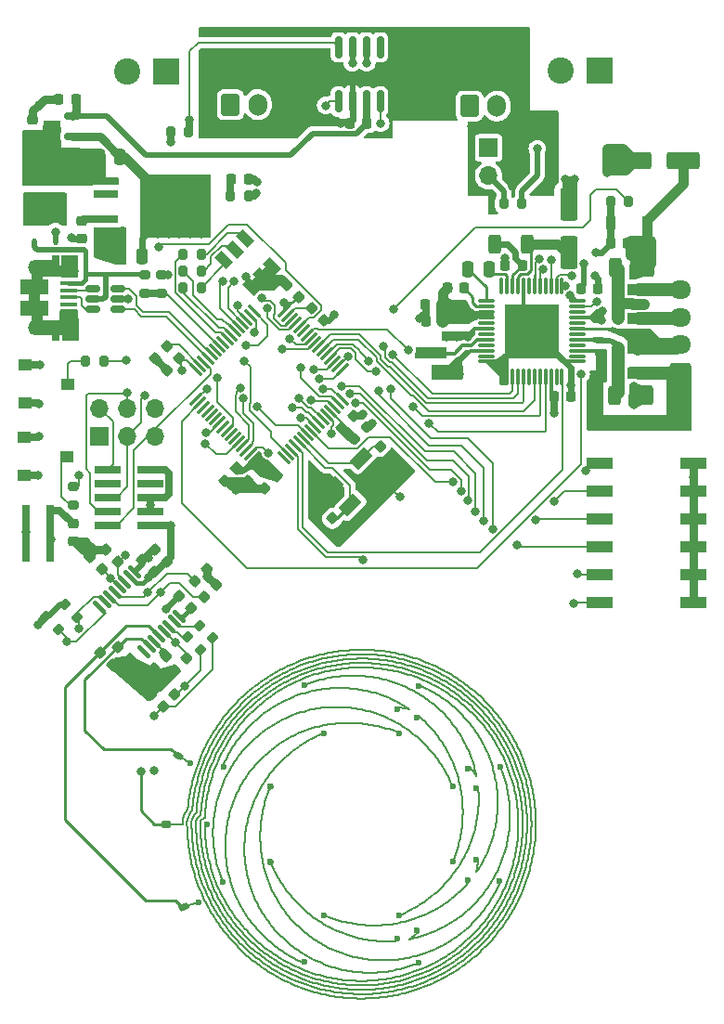
<source format=gbr>
%TF.GenerationSoftware,KiCad,Pcbnew,(7.0.0)*%
%TF.CreationDate,2023-03-13T17:48:54-07:00*%
%TF.ProjectId,DaisyStepperDriver,44616973-7953-4746-9570-706572447269,rev?*%
%TF.SameCoordinates,Original*%
%TF.FileFunction,Copper,L1,Top*%
%TF.FilePolarity,Positive*%
%FSLAX46Y46*%
G04 Gerber Fmt 4.6, Leading zero omitted, Abs format (unit mm)*
G04 Created by KiCad (PCBNEW (7.0.0)) date 2023-03-13 17:48:54*
%MOMM*%
%LPD*%
G01*
G04 APERTURE LIST*
G04 Aperture macros list*
%AMRoundRect*
0 Rectangle with rounded corners*
0 $1 Rounding radius*
0 $2 $3 $4 $5 $6 $7 $8 $9 X,Y pos of 4 corners*
0 Add a 4 corners polygon primitive as box body*
4,1,4,$2,$3,$4,$5,$6,$7,$8,$9,$2,$3,0*
0 Add four circle primitives for the rounded corners*
1,1,$1+$1,$2,$3*
1,1,$1+$1,$4,$5*
1,1,$1+$1,$6,$7*
1,1,$1+$1,$8,$9*
0 Add four rect primitives between the rounded corners*
20,1,$1+$1,$2,$3,$4,$5,0*
20,1,$1+$1,$4,$5,$6,$7,0*
20,1,$1+$1,$6,$7,$8,$9,0*
20,1,$1+$1,$8,$9,$2,$3,0*%
%AMRotRect*
0 Rectangle, with rotation*
0 The origin of the aperture is its center*
0 $1 length*
0 $2 width*
0 $3 Rotation angle, in degrees counterclockwise*
0 Add horizontal line*
21,1,$1,$2,0,0,$3*%
G04 Aperture macros list end*
%TA.AperFunction,EtchedComponent*%
%ADD10C,0.199999*%
%TD*%
%TA.AperFunction,EtchedComponent*%
%ADD11C,0.200000*%
%TD*%
%TA.AperFunction,SMDPad,CuDef*%
%ADD12R,0.900000X1.200000*%
%TD*%
%TA.AperFunction,SMDPad,CuDef*%
%ADD13RoundRect,0.150000X0.220203X0.253003X-0.334524X0.024361X-0.220203X-0.253003X0.334524X-0.024361X0*%
%TD*%
%TA.AperFunction,SMDPad,CuDef*%
%ADD14RoundRect,0.150000X0.334686X0.022025X-0.218432X0.254534X-0.334686X-0.022025X0.218432X-0.254534X0*%
%TD*%
%TA.AperFunction,SMDPad,CuDef*%
%ADD15RoundRect,0.150000X0.300000X0.150000X-0.300000X0.150000X-0.300000X-0.150000X0.300000X-0.150000X0*%
%TD*%
%TA.AperFunction,ComponentPad*%
%ADD16C,0.600000*%
%TD*%
%TA.AperFunction,SMDPad,CuDef*%
%ADD17RoundRect,0.225000X0.017678X-0.335876X0.335876X-0.017678X-0.017678X0.335876X-0.335876X0.017678X0*%
%TD*%
%TA.AperFunction,SMDPad,CuDef*%
%ADD18RoundRect,0.225000X-0.017678X0.335876X-0.335876X0.017678X0.017678X-0.335876X0.335876X-0.017678X0*%
%TD*%
%TA.AperFunction,SMDPad,CuDef*%
%ADD19R,0.650000X1.050000*%
%TD*%
%TA.AperFunction,SMDPad,CuDef*%
%ADD20RoundRect,0.250000X-0.250000X-0.475000X0.250000X-0.475000X0.250000X0.475000X-0.250000X0.475000X0*%
%TD*%
%TA.AperFunction,SMDPad,CuDef*%
%ADD21RoundRect,0.225000X0.225000X0.250000X-0.225000X0.250000X-0.225000X-0.250000X0.225000X-0.250000X0*%
%TD*%
%TA.AperFunction,SMDPad,CuDef*%
%ADD22RoundRect,0.225000X-0.250000X0.225000X-0.250000X-0.225000X0.250000X-0.225000X0.250000X0.225000X0*%
%TD*%
%TA.AperFunction,ComponentPad*%
%ADD23R,1.700000X1.700000*%
%TD*%
%TA.AperFunction,ComponentPad*%
%ADD24O,1.700000X1.700000*%
%TD*%
%TA.AperFunction,SMDPad,CuDef*%
%ADD25RoundRect,0.225000X0.335876X0.017678X0.017678X0.335876X-0.335876X-0.017678X-0.017678X-0.335876X0*%
%TD*%
%TA.AperFunction,SMDPad,CuDef*%
%ADD26R,1.300000X1.000000*%
%TD*%
%TA.AperFunction,SMDPad,CuDef*%
%ADD27RoundRect,0.200000X0.200000X0.275000X-0.200000X0.275000X-0.200000X-0.275000X0.200000X-0.275000X0*%
%TD*%
%TA.AperFunction,SMDPad,CuDef*%
%ADD28RoundRect,0.200000X-0.335876X-0.053033X-0.053033X-0.335876X0.335876X0.053033X0.053033X0.335876X0*%
%TD*%
%TA.AperFunction,SMDPad,CuDef*%
%ADD29RoundRect,0.200000X0.335876X0.053033X0.053033X0.335876X-0.335876X-0.053033X-0.053033X-0.335876X0*%
%TD*%
%TA.AperFunction,SMDPad,CuDef*%
%ADD30R,0.450000X0.600000*%
%TD*%
%TA.AperFunction,SMDPad,CuDef*%
%ADD31RoundRect,0.200000X-0.200000X-0.275000X0.200000X-0.275000X0.200000X0.275000X-0.200000X0.275000X0*%
%TD*%
%TA.AperFunction,SMDPad,CuDef*%
%ADD32RotRect,1.900000X1.100000X225.000000*%
%TD*%
%TA.AperFunction,SMDPad,CuDef*%
%ADD33RoundRect,0.250000X-0.312500X-0.625000X0.312500X-0.625000X0.312500X0.625000X-0.312500X0.625000X0*%
%TD*%
%TA.AperFunction,SMDPad,CuDef*%
%ADD34RoundRect,0.218750X0.218750X0.256250X-0.218750X0.256250X-0.218750X-0.256250X0.218750X-0.256250X0*%
%TD*%
%TA.AperFunction,SMDPad,CuDef*%
%ADD35RoundRect,0.250000X-1.450000X0.312500X-1.450000X-0.312500X1.450000X-0.312500X1.450000X0.312500X0*%
%TD*%
%TA.AperFunction,SMDPad,CuDef*%
%ADD36RoundRect,0.250000X1.250000X0.550000X-1.250000X0.550000X-1.250000X-0.550000X1.250000X-0.550000X0*%
%TD*%
%TA.AperFunction,SMDPad,CuDef*%
%ADD37RoundRect,0.225000X-0.335876X-0.017678X-0.017678X-0.335876X0.335876X0.017678X0.017678X0.335876X0*%
%TD*%
%TA.AperFunction,SMDPad,CuDef*%
%ADD38R,2.000000X1.100000*%
%TD*%
%TA.AperFunction,SMDPad,CuDef*%
%ADD39R,0.800000X0.800000*%
%TD*%
%TA.AperFunction,SMDPad,CuDef*%
%ADD40R,2.200000X0.800000*%
%TD*%
%TA.AperFunction,SMDPad,CuDef*%
%ADD41R,6.400000X5.800000*%
%TD*%
%TA.AperFunction,SMDPad,CuDef*%
%ADD42RoundRect,0.150000X0.587500X0.150000X-0.587500X0.150000X-0.587500X-0.150000X0.587500X-0.150000X0*%
%TD*%
%TA.AperFunction,ComponentPad*%
%ADD43R,2.400000X2.400000*%
%TD*%
%TA.AperFunction,ComponentPad*%
%ADD44C,2.400000*%
%TD*%
%TA.AperFunction,ComponentPad*%
%ADD45RoundRect,0.250000X-0.600000X-0.750000X0.600000X-0.750000X0.600000X0.750000X-0.600000X0.750000X0*%
%TD*%
%TA.AperFunction,ComponentPad*%
%ADD46O,1.700000X2.000000*%
%TD*%
%TA.AperFunction,SMDPad,CuDef*%
%ADD47RoundRect,0.150000X0.512500X0.150000X-0.512500X0.150000X-0.512500X-0.150000X0.512500X-0.150000X0*%
%TD*%
%TA.AperFunction,SMDPad,CuDef*%
%ADD48R,2.440000X1.120000*%
%TD*%
%TA.AperFunction,SMDPad,CuDef*%
%ADD49RoundRect,0.100000X0.521491X-0.380070X-0.380070X0.521491X-0.521491X0.380070X0.380070X-0.521491X0*%
%TD*%
%TA.AperFunction,SMDPad,CuDef*%
%ADD50R,1.650000X0.400000*%
%TD*%
%TA.AperFunction,SMDPad,CuDef*%
%ADD51R,2.000000X1.350000*%
%TD*%
%TA.AperFunction,SMDPad,CuDef*%
%ADD52R,1.500000X2.000000*%
%TD*%
%TA.AperFunction,SMDPad,CuDef*%
%ADD53R,2.500000X1.430000*%
%TD*%
%TA.AperFunction,SMDPad,CuDef*%
%ADD54R,0.700000X1.825000*%
%TD*%
%TA.AperFunction,ComponentPad*%
%ADD55O,1.700000X1.350000*%
%TD*%
%TA.AperFunction,ComponentPad*%
%ADD56O,1.500000X1.100000*%
%TD*%
%TA.AperFunction,SMDPad,CuDef*%
%ADD57RoundRect,0.075000X0.075000X-0.662500X0.075000X0.662500X-0.075000X0.662500X-0.075000X-0.662500X0*%
%TD*%
%TA.AperFunction,SMDPad,CuDef*%
%ADD58RoundRect,0.075000X0.662500X-0.075000X0.662500X0.075000X-0.662500X0.075000X-0.662500X-0.075000X0*%
%TD*%
%TA.AperFunction,SMDPad,CuDef*%
%ADD59R,5.000000X5.000000*%
%TD*%
%TA.AperFunction,SMDPad,CuDef*%
%ADD60RoundRect,0.225000X-0.225000X-0.250000X0.225000X-0.250000X0.225000X0.250000X-0.225000X0.250000X0*%
%TD*%
%TA.AperFunction,SMDPad,CuDef*%
%ADD61RoundRect,0.250000X0.250000X0.475000X-0.250000X0.475000X-0.250000X-0.475000X0.250000X-0.475000X0*%
%TD*%
%TA.AperFunction,SMDPad,CuDef*%
%ADD62RoundRect,0.225000X0.250000X-0.225000X0.250000X0.225000X-0.250000X0.225000X-0.250000X-0.225000X0*%
%TD*%
%TA.AperFunction,ComponentPad*%
%ADD63RoundRect,0.250000X0.725000X-0.600000X0.725000X0.600000X-0.725000X0.600000X-0.725000X-0.600000X0*%
%TD*%
%TA.AperFunction,ComponentPad*%
%ADD64O,1.950000X1.700000*%
%TD*%
%TA.AperFunction,SMDPad,CuDef*%
%ADD65RoundRect,0.150000X0.150000X-0.825000X0.150000X0.825000X-0.150000X0.825000X-0.150000X-0.825000X0*%
%TD*%
%TA.AperFunction,SMDPad,CuDef*%
%ADD66RotRect,1.500000X0.900000X135.000000*%
%TD*%
%TA.AperFunction,SMDPad,CuDef*%
%ADD67RoundRect,0.200000X-0.275000X0.200000X-0.275000X-0.200000X0.275000X-0.200000X0.275000X0.200000X0*%
%TD*%
%TA.AperFunction,SMDPad,CuDef*%
%ADD68RoundRect,0.218750X-0.026517X0.335876X-0.335876X0.026517X0.026517X-0.335876X0.335876X-0.026517X0*%
%TD*%
%TA.AperFunction,SMDPad,CuDef*%
%ADD69RoundRect,0.200000X0.275000X-0.200000X0.275000X0.200000X-0.275000X0.200000X-0.275000X-0.200000X0*%
%TD*%
%TA.AperFunction,SMDPad,CuDef*%
%ADD70R,2.400000X0.740000*%
%TD*%
%TA.AperFunction,SMDPad,CuDef*%
%ADD71RoundRect,0.075000X0.548008X-0.441942X-0.441942X0.548008X-0.548008X0.441942X0.441942X-0.548008X0*%
%TD*%
%TA.AperFunction,SMDPad,CuDef*%
%ADD72RoundRect,0.075000X0.548008X0.441942X0.441942X0.548008X-0.548008X-0.441942X-0.441942X-0.548008X0*%
%TD*%
%TA.AperFunction,SMDPad,CuDef*%
%ADD73RoundRect,0.250000X0.550000X-1.250000X0.550000X1.250000X-0.550000X1.250000X-0.550000X-1.250000X0*%
%TD*%
%TA.AperFunction,ViaPad*%
%ADD74C,0.800000*%
%TD*%
%TA.AperFunction,Conductor*%
%ADD75C,0.700000*%
%TD*%
%TA.AperFunction,Conductor*%
%ADD76C,0.800000*%
%TD*%
%TA.AperFunction,Conductor*%
%ADD77C,0.250000*%
%TD*%
%TA.AperFunction,Conductor*%
%ADD78C,0.900000*%
%TD*%
%TA.AperFunction,Conductor*%
%ADD79C,0.300000*%
%TD*%
%TA.AperFunction,Conductor*%
%ADD80C,0.500000*%
%TD*%
%TA.AperFunction,Conductor*%
%ADD81C,0.600000*%
%TD*%
%TA.AperFunction,Conductor*%
%ADD82C,0.200000*%
%TD*%
%TA.AperFunction,Conductor*%
%ADD83C,0.400000*%
%TD*%
%TA.AperFunction,Conductor*%
%ADD84C,1.000000*%
%TD*%
%TA.AperFunction,Conductor*%
%ADD85C,1.200000*%
%TD*%
G04 APERTURE END LIST*
D10*
%TO.C,MM1*%
X134370678Y-106675853D02*
X134143383Y-106789958D01*
X151331570Y-129082057D02*
X151506192Y-128895854D01*
X139547573Y-133553455D02*
X139793087Y-133599254D01*
X156132275Y-120128658D02*
X156128491Y-119874362D01*
X134319088Y-110474055D02*
X134092495Y-110576152D01*
X155973873Y-122410053D02*
X156008587Y-122158054D01*
X128700588Y-112226054D02*
X128564373Y-112440150D01*
X154534771Y-120475955D02*
X154553784Y-120226955D01*
X138732678Y-109543559D02*
X138475384Y-109546954D01*
X129586499Y-130678455D02*
X129759487Y-130864856D01*
X128840496Y-112014453D02*
X128700588Y-112226054D01*
X150842892Y-109279353D02*
X150652493Y-109111659D01*
X155743878Y-114194553D02*
X155645687Y-113960551D01*
X155075573Y-113666057D02*
X154965969Y-113436458D01*
X144002484Y-111726855D02*
X143762585Y-111641856D01*
X128316891Y-129090358D02*
X128464093Y-129297748D01*
X155565975Y-114838954D02*
X155475689Y-114601161D01*
X133687390Y-132960147D02*
X133908184Y-133085056D01*
X130997479Y-115259654D02*
X130839993Y-115463054D01*
X130114590Y-131228946D02*
X130296582Y-131406657D01*
X131873791Y-122710056D02*
X131904888Y-122956851D01*
X150784085Y-129617160D02*
X150970486Y-129442760D01*
X141280590Y-132517253D02*
X141529171Y-132552951D01*
D11*
X125315880Y-114634055D02*
X124687439Y-114187582D01*
D10*
X129887188Y-109455058D02*
X129712002Y-109639354D01*
X152792370Y-125635852D02*
X152923687Y-125421657D01*
X135818096Y-106911456D02*
X135582180Y-107006259D01*
X136010983Y-105986255D02*
X135771878Y-106072856D01*
X133130581Y-126752856D02*
X133251477Y-126973155D01*
X153064892Y-121196452D02*
X153126980Y-120955852D01*
X136217587Y-112583255D02*
X135997875Y-112711749D01*
X141032681Y-132476146D02*
X141280590Y-132517253D01*
X140687878Y-135322948D02*
X140942181Y-135326549D01*
X155720791Y-120816455D02*
X155728787Y-120562854D01*
X133980892Y-131942355D02*
X134197598Y-132077159D01*
X144877789Y-106038654D02*
X144632382Y-105974460D01*
X130586773Y-131130855D02*
X130772000Y-131305156D01*
X142051190Y-105963161D02*
X141797482Y-105947353D01*
X127497296Y-120482257D02*
X127488796Y-120737354D01*
X133392590Y-107668155D02*
X133176983Y-107801959D01*
X144318981Y-104670154D02*
X144070278Y-104619754D01*
X154510388Y-118187457D02*
X154479885Y-117934055D01*
X137100491Y-135219753D02*
X137346981Y-135282253D01*
X125277783Y-118083057D02*
X125245602Y-118334758D01*
X125580899Y-119000758D02*
X125433178Y-119186458D01*
X150263577Y-133172855D02*
X150468991Y-133023853D01*
X152550778Y-128701556D02*
X152699688Y-128495456D01*
X156250881Y-117285259D02*
X156200588Y-117035960D01*
X143280895Y-105295161D02*
X143029080Y-105259456D01*
X146860882Y-108743854D02*
X146652798Y-108603160D01*
X129033489Y-112447963D02*
X128897076Y-112662555D01*
X154408581Y-115169749D02*
X154316494Y-114932758D01*
X152315686Y-127910251D02*
X152464489Y-127702762D01*
X130157589Y-113598857D02*
X129998989Y-113793658D01*
X134656384Y-107427058D02*
X134429791Y-107542453D01*
X152382687Y-131361751D02*
X152558895Y-131179256D01*
X153894085Y-110878551D02*
X153743283Y-110674457D01*
X155104885Y-126724651D02*
X155209591Y-126492854D01*
X149708981Y-131593852D02*
X149909786Y-131437854D01*
X139271572Y-104424655D02*
X139019696Y-104454761D01*
X155092190Y-117615558D02*
X155043484Y-117365962D01*
X135575390Y-108349963D02*
X135338192Y-108428058D01*
X153172283Y-124986758D02*
X153289593Y-124766254D01*
X127846676Y-114693057D02*
X127750393Y-114928363D01*
X129405484Y-126390361D02*
X129498898Y-126621959D01*
X145454495Y-134664851D02*
X145696987Y-134588359D01*
X142245083Y-110100459D02*
X142005596Y-110024760D01*
X150237881Y-118239055D02*
X150217282Y-117991161D01*
X136294888Y-106734454D02*
X136055691Y-106820857D01*
X150821087Y-108729259D02*
X150626095Y-108566058D01*
X140029888Y-104358455D02*
X139776791Y-104376552D01*
X147334286Y-133063457D02*
X147561596Y-132949352D01*
X139293087Y-111006259D02*
X139044796Y-111021564D01*
X146032681Y-105133563D02*
X145791195Y-105055660D01*
X149069180Y-129294360D02*
X149280484Y-129163554D01*
X148306393Y-107914951D02*
X148086285Y-107787654D01*
X139059780Y-133445750D02*
X139303082Y-133502254D01*
X151704891Y-117446254D02*
X151690884Y-117192363D01*
X137033383Y-105251659D02*
X136788189Y-105319354D01*
X152846981Y-121909251D02*
X152924786Y-121673251D01*
X155324978Y-116789256D02*
X155263577Y-116543056D01*
X153402081Y-124543254D02*
X153509777Y-124317958D01*
X155581082Y-122331653D02*
X155615292Y-122080257D01*
X145122082Y-106107158D02*
X144877789Y-106038654D01*
X148449169Y-132453250D02*
X148665386Y-132319453D01*
X153410397Y-129556361D02*
X153561779Y-129352054D01*
X150112484Y-120983852D02*
X150150784Y-120732150D01*
X149468685Y-106749355D02*
X149252590Y-106616550D01*
X131772686Y-107301563D02*
X131567578Y-107450954D01*
X135928982Y-128141559D02*
X136118893Y-128302356D01*
X130814587Y-109109157D02*
X130628796Y-109282855D01*
X125746777Y-115850055D02*
X125678982Y-116094554D01*
X146794094Y-106702953D02*
X146559780Y-106605563D01*
X144472988Y-134106853D02*
X144719189Y-134043452D01*
X142542980Y-130883746D02*
X142796795Y-130898257D01*
X131497174Y-114671558D02*
X131326184Y-114863750D01*
X154189694Y-122441653D02*
X154251477Y-122199657D01*
X128468792Y-127056255D02*
X128592190Y-127278552D01*
X126034588Y-121978656D02*
X126066189Y-122231052D01*
X156297085Y-117535350D02*
X156250881Y-117285259D01*
X126540493Y-125725055D02*
X126632687Y-125962154D01*
X147335690Y-128244762D02*
X147558590Y-128128856D01*
X147825482Y-112013751D02*
X147664990Y-111816653D01*
X151278988Y-130767352D02*
X151459378Y-130588947D01*
X136378277Y-106283160D02*
X136138394Y-106365558D01*
X153802883Y-123628452D02*
X153890591Y-123394550D01*
X138989880Y-109546153D02*
X138732678Y-109543559D01*
X135322491Y-132678455D02*
X135554898Y-132783748D01*
X147863995Y-107664149D02*
X147639584Y-107544658D01*
X147698895Y-106233653D02*
X147468380Y-106126155D01*
X133255688Y-132227252D02*
X133470288Y-132363651D01*
X126746182Y-113247752D02*
X126636593Y-113476657D01*
X144741482Y-129177348D02*
X144985974Y-129119251D01*
X151531780Y-119976855D02*
X151574673Y-119726360D01*
X125744885Y-122783748D02*
X125788983Y-123034251D01*
X142482983Y-110181453D02*
X142245083Y-110100459D01*
X156087689Y-116540057D02*
X156025173Y-116293452D01*
X155075878Y-122924457D02*
X155121594Y-122674358D01*
X151202770Y-109065456D02*
X151013378Y-108895755D01*
X144405392Y-135355457D02*
X144653088Y-135298053D01*
X128423580Y-111212253D02*
X128277386Y-111420360D01*
X139259579Y-106037158D02*
X139007580Y-106070949D01*
X146709683Y-127329158D02*
X146917782Y-127182552D01*
X135427487Y-106637454D02*
X135193783Y-106736156D01*
X127757183Y-118497348D02*
X127705975Y-118741855D01*
X125669293Y-122280757D02*
X125705090Y-122532550D01*
X150403881Y-129950549D02*
X150593380Y-129787852D01*
X145228985Y-129055751D02*
X145470577Y-128986858D01*
X137449291Y-109618655D02*
X137194088Y-109651057D01*
X131904888Y-122956851D02*
X131941387Y-123202953D01*
X128806683Y-114059055D02*
X128691296Y-114286761D01*
X130493878Y-130475055D02*
X130672283Y-130655353D01*
X145304684Y-104911563D02*
X145059689Y-104845355D01*
X136054486Y-105126254D02*
X135814083Y-105207660D01*
X137720989Y-105494457D02*
X137473294Y-105552364D01*
X133388989Y-125041858D02*
X133517483Y-125261562D01*
X150267193Y-119233455D02*
X150267880Y-118984653D01*
X127510494Y-121757755D02*
X127529888Y-122012149D01*
X143763088Y-135890651D02*
X144012676Y-135845050D01*
X150756283Y-110855563D02*
X150593594Y-110666057D01*
X154699078Y-128353160D02*
X154826977Y-128134052D01*
X130773175Y-125539157D02*
X130844799Y-125777156D01*
X154598385Y-111933459D02*
X154464276Y-111718059D01*
X149617596Y-122956851D02*
X149697598Y-122715160D01*
X141797482Y-105947353D02*
X141543392Y-105935962D01*
X147110180Y-128355556D02*
X147335690Y-128244762D01*
X134954891Y-112098155D02*
X134729489Y-112208949D01*
X139533184Y-104799564D02*
X139280285Y-104826259D01*
X137758587Y-106306659D02*
X137511578Y-106367160D01*
X127133389Y-116864948D02*
X127075787Y-117112659D01*
X152138088Y-111218059D02*
X151976086Y-111022060D01*
X150263195Y-118735957D02*
X150253170Y-118487354D01*
X128032894Y-128668361D02*
X128173184Y-128880550D01*
X125788983Y-123034251D02*
X125837078Y-123283962D01*
X139112377Y-130094356D02*
X139346279Y-130185954D01*
X127005291Y-123006152D02*
X127056896Y-123255161D01*
X145002896Y-135623157D02*
X145248089Y-135557857D01*
X154355389Y-117178760D02*
X154302990Y-116928951D01*
X151231076Y-127597347D02*
X151406399Y-127417453D01*
X151291989Y-114914554D02*
X151220379Y-114676555D01*
X149636181Y-126694362D02*
X149825878Y-126525157D01*
X130695202Y-119737857D02*
X130635784Y-119981960D01*
X151158978Y-121439349D02*
X151234677Y-121199855D01*
X137961483Y-109571056D02*
X137705075Y-109591960D01*
X132209881Y-107482860D02*
X132001980Y-107629352D01*
X127307476Y-124240756D02*
X127380993Y-124484149D01*
X147236187Y-106022456D02*
X147002285Y-105922549D01*
X154443875Y-117681453D02*
X154402386Y-117429561D01*
X132203686Y-124423251D02*
X132272579Y-124664851D01*
X150748684Y-109734554D02*
X150560589Y-109563457D01*
X153612484Y-124090251D02*
X153710186Y-123860362D01*
X139790386Y-110991557D02*
X139541683Y-110996257D01*
X155307583Y-119381252D02*
X155290280Y-119127559D01*
X129998989Y-113793658D02*
X129844677Y-113991962D01*
X146487377Y-107008060D02*
X146251477Y-106913158D01*
X133271298Y-106349857D02*
X133050778Y-106475459D01*
X153227474Y-128434947D02*
X153367382Y-128223254D01*
X156386883Y-122347156D02*
X156419583Y-122094951D01*
X144008679Y-129318057D02*
X144253887Y-129276454D01*
X134865780Y-127095348D02*
X135033489Y-127279056D01*
X141764370Y-109954356D02*
X141521694Y-109889560D01*
X148769970Y-131096454D02*
X148984799Y-130968951D01*
X135046887Y-134957156D02*
X135282772Y-135050754D01*
X155908276Y-125841556D02*
X155995999Y-125603458D01*
X133265179Y-124819347D02*
X133388989Y-125041858D01*
X146023281Y-130243251D02*
X146230282Y-130074359D01*
X147837475Y-114136554D02*
X147682278Y-113934756D01*
X147927578Y-106344859D02*
X147698895Y-106233653D01*
X153257778Y-127645351D02*
X153387783Y-127426852D01*
X131854275Y-110344653D02*
X131661297Y-110503162D01*
X143559201Y-130907451D02*
X143813183Y-130899158D01*
X132001980Y-107629352D02*
X131796490Y-107779163D01*
X127448284Y-128489856D02*
X127581890Y-128705554D01*
X139213284Y-136022456D02*
X139465588Y-136049457D01*
X127488491Y-121247752D02*
X127496685Y-121502856D01*
X138429379Y-134694553D02*
X138679486Y-134737254D01*
X125344586Y-122814548D02*
X125387890Y-123064655D01*
X150191387Y-117743655D02*
X150160275Y-117496852D01*
X148934582Y-113700855D02*
X148813687Y-113480548D01*
X147406674Y-106538150D02*
X147175198Y-106432658D01*
X145379086Y-130720256D02*
X145622387Y-130669650D01*
X138577175Y-133316951D02*
X138817791Y-133383960D01*
X152891690Y-110246257D02*
X152726391Y-110053058D01*
X126506787Y-126693057D02*
X126611889Y-126924052D01*
X156932278Y-120129352D02*
X156928677Y-119875652D01*
X145548489Y-104981654D02*
X145304684Y-104911563D01*
X131797985Y-121220256D02*
X131797283Y-121469058D01*
X152732189Y-130993854D02*
X152902493Y-130805850D01*
X132562588Y-132727657D02*
X132774288Y-132868549D01*
X155003475Y-124798953D02*
X155080273Y-124557155D01*
X128003079Y-129339656D02*
X128150189Y-129546359D01*
X135879879Y-111705959D02*
X135645382Y-111796153D01*
X148591778Y-106238757D02*
X148367687Y-106119853D01*
X133254498Y-107284259D02*
X133037594Y-107417056D01*
X155242184Y-118621349D02*
X155211376Y-118368953D01*
X126523388Y-117866153D02*
X126484799Y-118116855D01*
X153258496Y-126394656D02*
X153373883Y-126166949D01*
X134180981Y-106323352D02*
X133953793Y-106437656D01*
X126005886Y-124027957D02*
X126070278Y-124274051D01*
X146010494Y-132244457D02*
X146250881Y-132176654D01*
X126287579Y-125005351D02*
X126367993Y-125246654D01*
X135042980Y-133651256D02*
X135275585Y-133752650D01*
X126380795Y-121416759D02*
X126403485Y-121669452D01*
X140522091Y-106683055D02*
X140266888Y-106680156D01*
X155382183Y-117036456D02*
X155324978Y-116789256D01*
X131583081Y-117393054D02*
X131470898Y-117617854D01*
X131508190Y-109560359D02*
X131319989Y-109731349D01*
X154971081Y-123422054D02*
X155025692Y-123173747D01*
X128223385Y-112230952D02*
X128090588Y-112447856D01*
X143782482Y-105379352D02*
X143531994Y-105335162D01*
X155721478Y-126313350D02*
X155816799Y-126078258D01*
X149658688Y-108323856D02*
X149451992Y-108176761D01*
X153225888Y-115981754D02*
X153172680Y-115736148D01*
X142975292Y-134394252D02*
X143226986Y-134357455D01*
X130257885Y-110227054D02*
X130086895Y-110414554D01*
X149984082Y-123933253D02*
X150115887Y-123719348D01*
X144225384Y-134575954D02*
X144472592Y-134518657D01*
X128719479Y-127498653D02*
X128850781Y-127716457D01*
X150311291Y-107315059D02*
X150104092Y-107168552D01*
X156889477Y-121396953D02*
X156906094Y-121143748D01*
X132774288Y-132868549D02*
X132988385Y-133005748D01*
X131392987Y-108088954D02*
X131195202Y-108248759D01*
X155834286Y-124826854D02*
X155907788Y-124583354D01*
X126151882Y-117662555D02*
X126110775Y-117913562D01*
X128580990Y-114516856D02*
X128475582Y-114749355D01*
X155737286Y-123659160D02*
X155793087Y-123410953D01*
X149196789Y-130836856D02*
X149405789Y-130700252D01*
X155407574Y-126024356D02*
X155500683Y-125787654D01*
X152238186Y-130348361D02*
X152407086Y-130158153D01*
X156091381Y-119112361D02*
X156070492Y-118858852D01*
X132415081Y-113771457D02*
X132223385Y-113943057D01*
X156868786Y-121649852D02*
X156889477Y-121396953D01*
X148755200Y-107251056D02*
X148535473Y-107122859D01*
X152242184Y-129105746D02*
X152398281Y-128905055D01*
X135033489Y-127279056D02*
X135205181Y-127459155D01*
X152484890Y-122834651D02*
X152582989Y-122606357D01*
X127750988Y-111485561D02*
X127613186Y-111698657D01*
X132177288Y-130525851D02*
X132363476Y-130700359D01*
X151534588Y-131626758D02*
X151720181Y-131452953D01*
X148782589Y-125516757D02*
X148947293Y-125330455D01*
X155050396Y-125840358D02*
X155142987Y-125603458D01*
X125398388Y-117331561D02*
X125354183Y-117581454D01*
X132021984Y-131330852D02*
X132220898Y-131489352D01*
X145059689Y-104845355D02*
X144813778Y-104782954D01*
X133642483Y-112837352D02*
X133429180Y-112981258D01*
X156104092Y-123846149D02*
X156161480Y-123598361D01*
X145691784Y-133746547D02*
X145931484Y-133661555D01*
X147913693Y-105892955D02*
X147684094Y-105784953D01*
X135205181Y-127459155D02*
X135380581Y-127635555D01*
X133423382Y-133269450D02*
X133644085Y-133395747D01*
X135338192Y-108428058D02*
X135102688Y-108511356D01*
X145379086Y-109733455D02*
X145171292Y-109597163D01*
X149267086Y-114377055D02*
X149161282Y-114149257D01*
X126728802Y-126197658D02*
X126828686Y-126431453D01*
X138412182Y-135097751D02*
X138662991Y-135139751D01*
X156745785Y-122657161D02*
X156782589Y-122406055D01*
X142723080Y-134426547D02*
X142975292Y-134394252D01*
X155977291Y-124338657D02*
X156042675Y-124092952D01*
X130086895Y-110414554D02*
X129919201Y-110604854D01*
X150516186Y-107464763D02*
X150311291Y-107315059D01*
X136782772Y-104905353D02*
X136538891Y-104975055D01*
X151644177Y-123780658D02*
X151671078Y-123514758D01*
X135298184Y-106258060D02*
X135063687Y-106356654D01*
X127042279Y-125908550D02*
X127139996Y-126143451D01*
X154893078Y-115330257D02*
X154806484Y-115091754D01*
X131472088Y-129788150D02*
X131642285Y-129978358D01*
X148276989Y-114760951D02*
X148134884Y-114549754D01*
X129281887Y-111394458D02*
X129131192Y-111598552D01*
X154975476Y-115570148D02*
X154893078Y-115330257D01*
X126632687Y-125962154D02*
X126728802Y-126197658D01*
X131717388Y-127832553D02*
X131838894Y-128049350D01*
X140445477Y-134915157D02*
X140698986Y-134923053D01*
X131827297Y-122214656D02*
X131847882Y-122462657D01*
X140275570Y-129306758D02*
X140527294Y-129345050D01*
X154283779Y-125602359D02*
X154377285Y-125365955D01*
X146582882Y-130414653D02*
X146819195Y-130337856D01*
X146344891Y-130486255D02*
X146582882Y-130414653D01*
X131013287Y-112680255D02*
X130834088Y-112856258D01*
X141032986Y-130677654D02*
X141282589Y-130726054D01*
X137768887Y-104665454D02*
X137520993Y-104719455D01*
X136462780Y-134198550D02*
X136704586Y-134275348D01*
X149082775Y-110768054D02*
X148919079Y-110577563D01*
X126913693Y-116134654D02*
X126845181Y-116378955D01*
X128892376Y-124717456D02*
X128950985Y-124961749D01*
X128938183Y-119497852D02*
X128881176Y-119739749D01*
X150371487Y-125992656D02*
X150545285Y-125807056D01*
X134172283Y-105882953D02*
X133944287Y-105994258D01*
X137180981Y-133998355D02*
X137426495Y-134064655D01*
X151095577Y-130942546D02*
X151278988Y-130767352D01*
X133344097Y-133685558D02*
X133565884Y-133809856D01*
X135343487Y-105808658D02*
X135107693Y-105903964D01*
X134068798Y-112571452D02*
X133854092Y-112702052D01*
X156670895Y-117354053D02*
X156623074Y-117104854D01*
X131318402Y-132814357D02*
X131520581Y-132967746D01*
X136541973Y-108086658D02*
X136297695Y-108145259D01*
X127511395Y-120227458D02*
X127497296Y-120482257D01*
X152982388Y-115008548D02*
X152909481Y-114769656D01*
X137346981Y-135282253D02*
X137594494Y-135340755D01*
X126186489Y-122984454D02*
X126235089Y-123234058D01*
X136240093Y-135387347D02*
X136482586Y-135461955D01*
X136301296Y-105466556D02*
X136059780Y-105546260D01*
X130092083Y-111018359D02*
X129930096Y-111214359D01*
X127139996Y-126143451D02*
X127241589Y-126376552D01*
X156906094Y-121143748D02*
X156918774Y-120890361D01*
X147105084Y-133173450D02*
X147334286Y-133063457D01*
X150872586Y-132716251D02*
X151070584Y-132557651D01*
X154848583Y-123915652D02*
X154911999Y-123669353D01*
X143005383Y-107007961D02*
X142762097Y-106951457D01*
X131736798Y-108839259D02*
X131541592Y-109001353D01*
X142538983Y-111293452D02*
X142290188Y-111239352D01*
X148161175Y-107370952D02*
X147938275Y-107249858D01*
X153553173Y-130027057D02*
X153707989Y-129826053D01*
X144895993Y-107646953D02*
X144666088Y-107549258D01*
X155684796Y-119041858D02*
X155662091Y-118789157D01*
X126356884Y-119378856D02*
X126171688Y-119540057D01*
X130539196Y-124573352D02*
X130589779Y-124816653D01*
X145316372Y-133233157D02*
X145558895Y-133153751D01*
X137194088Y-109651057D02*
X136939694Y-109689349D01*
X133650585Y-125478549D02*
X133788189Y-125692653D01*
X146419781Y-128657558D02*
X146652188Y-128562053D01*
X156214779Y-123349658D02*
X156263882Y-123100154D01*
X135814083Y-105207660D02*
X135575085Y-105292857D01*
X130452084Y-120987956D02*
X130420376Y-121243251D01*
X133507794Y-127405353D02*
X133643078Y-127616946D01*
X151642590Y-112062656D02*
X151505886Y-111853557D01*
X151346081Y-131797557D02*
X151534588Y-131626758D01*
X151720181Y-131452953D02*
X151902981Y-131276057D01*
X125955197Y-125274654D02*
X126037594Y-125514652D01*
X153528988Y-111750453D02*
X153384487Y-111541164D01*
X137106182Y-106060954D02*
X136862286Y-106130763D01*
X154557385Y-125986057D02*
X154654782Y-125751857D01*
X139925885Y-135286250D02*
X140179684Y-135302760D01*
X128221386Y-127435451D02*
X128347698Y-127655452D01*
X126300381Y-116914256D02*
X126246685Y-117162852D01*
X137976483Y-129559253D02*
X138198773Y-129676357D01*
X154326779Y-111504756D02*
X154185879Y-111293750D01*
X137520993Y-104719455D02*
X137273876Y-104777454D01*
X138679486Y-134737254D02*
X138930187Y-134775752D01*
X132290280Y-108910358D02*
X132090496Y-109067653D01*
X132963696Y-107939349D02*
X132752896Y-108080455D01*
X147425488Y-108121257D02*
X147200375Y-108000949D01*
X132266979Y-133010257D02*
X132477886Y-133152354D01*
X151116085Y-107933162D02*
X150918591Y-107773853D01*
X128178097Y-113095859D02*
X128056896Y-113318759D01*
X134164089Y-114060054D02*
X133980374Y-114227748D01*
X126235287Y-114408763D02*
X126144375Y-114645656D01*
X130532788Y-120479854D02*
X130489590Y-120733455D01*
X152748089Y-114296954D02*
X152659695Y-114063350D01*
X149563381Y-132686153D02*
X149772091Y-132540759D01*
X126889782Y-118112453D02*
X126854397Y-118364253D01*
X130959988Y-131476451D02*
X131150891Y-131644450D01*
X129218182Y-118544452D02*
X129140377Y-118780452D01*
X126420681Y-118620258D02*
X126395077Y-118872653D01*
X145622387Y-130669650D02*
X145864590Y-130613750D01*
X142053478Y-133770946D02*
X142308590Y-133762759D01*
X149252590Y-106616550D02*
X149034390Y-106487056D01*
X138092190Y-135445346D02*
X138342388Y-135491557D01*
X147523190Y-126717159D02*
X147713879Y-126557452D01*
X131996182Y-119219058D02*
X131952679Y-119469852D01*
X153138180Y-126619746D02*
X153258496Y-126394656D01*
X138062680Y-128726855D02*
X138302593Y-128811855D01*
X132626889Y-131795558D02*
X132833889Y-131943156D01*
X129082775Y-125445155D02*
X129155697Y-125684055D01*
X143032681Y-111417354D02*
X142786495Y-111352763D01*
X126859295Y-113020656D02*
X126746182Y-113247752D01*
X150428280Y-108406154D02*
X150227886Y-108249561D01*
X136544094Y-105390956D02*
X136301296Y-105466556D01*
X138775875Y-104892055D02*
X138524578Y-104931163D01*
X155652493Y-115078052D02*
X155565975Y-114838954D01*
X140942181Y-135326549D02*
X141196484Y-135325954D01*
X141032681Y-129405750D02*
X141280590Y-129427654D01*
X153709790Y-129145251D02*
X153854489Y-128936053D01*
X145210675Y-134737346D02*
X145454495Y-134664851D01*
X128555386Y-116135753D02*
X128452679Y-116363452D01*
X139850094Y-105574458D02*
X139597393Y-105597057D01*
X130628796Y-109282855D02*
X130445980Y-109459659D01*
X131822277Y-116951160D02*
X131700192Y-117170757D01*
X149187786Y-107518459D02*
X148972592Y-107382953D01*
X126744885Y-119630656D02*
X126533291Y-119745959D01*
X135102688Y-108511356D02*
X134869076Y-108599750D01*
X142466091Y-135258655D02*
X142718991Y-135232356D01*
X134884991Y-107315753D02*
X134656384Y-107427058D01*
X129216687Y-129628658D02*
X129376690Y-129826358D01*
X137486096Y-107014453D02*
X137238888Y-107077754D01*
X148984799Y-130968951D02*
X149196789Y-130836856D01*
X134402096Y-105775356D02*
X134172283Y-105882953D01*
X147851788Y-109514758D02*
X147660580Y-109351855D01*
X131447476Y-132407748D02*
X131648587Y-132563457D01*
X126348492Y-120910358D02*
X126362484Y-121163753D01*
X132004681Y-131828052D02*
X132206280Y-131982051D01*
X134579876Y-134758655D02*
X134812588Y-134859752D01*
X127473599Y-112716655D02*
X127352185Y-112940150D01*
X129301083Y-118310153D02*
X129218182Y-118544452D01*
X134407879Y-108791560D02*
X134180584Y-108894954D01*
X132353283Y-132583156D02*
X132562588Y-132727657D01*
X128632885Y-121473354D02*
X128619488Y-121724254D01*
X151715878Y-117954456D02*
X151713177Y-117700252D01*
X137566891Y-111224254D02*
X137323696Y-111276363D01*
X138029476Y-107850360D02*
X137779583Y-107875957D01*
X149772381Y-122471858D02*
X149842083Y-122226947D01*
X134542095Y-113736552D02*
X134351284Y-113896259D01*
X142036801Y-130837657D02*
X142289685Y-130863559D01*
X152726391Y-110053058D02*
X152557873Y-109862552D01*
X151649182Y-132063159D02*
X151836788Y-131892146D01*
X140491696Y-105136554D02*
X140237591Y-105147754D01*
X141778591Y-132583057D02*
X142028683Y-132607555D01*
X152566281Y-113831752D02*
X152467877Y-113602153D01*
X130394497Y-121499156D02*
X130374493Y-121755557D01*
X138219082Y-105391254D02*
X137969601Y-105440761D01*
X127380993Y-124484149D02*
X127458889Y-124726154D01*
X143515789Y-129385654D02*
X143762585Y-129354549D01*
X140294094Y-104744457D02*
X140040188Y-104758655D01*
X133283886Y-106802654D02*
X133064678Y-106931659D01*
X155401287Y-123330257D02*
X155452679Y-123081752D01*
X152894177Y-129570949D02*
X153049877Y-129369853D01*
X130481488Y-131581348D02*
X130669186Y-131752856D01*
X146917782Y-127182552D02*
X147122784Y-127031749D01*
X152082577Y-129303653D02*
X152242184Y-129105746D01*
X139345089Y-105624057D02*
X139093289Y-105655353D01*
X153388790Y-119480853D02*
X153413281Y-119230762D01*
X152082775Y-131096256D02*
X152259579Y-130913455D01*
X130687191Y-115669963D02*
X130539196Y-115880359D01*
X135566677Y-112982455D02*
X135355480Y-113124553D01*
X136610592Y-135082759D02*
X136854992Y-135153255D01*
X130035687Y-129367854D02*
X130199993Y-129561961D01*
X129138989Y-109674548D02*
X128972088Y-109865657D01*
X130404690Y-130953349D02*
X130586773Y-131130855D01*
X145625088Y-127994251D02*
X145847576Y-127870456D01*
X130144085Y-116512454D02*
X130021786Y-116728763D01*
X153669979Y-111962054D02*
X153528988Y-111750453D01*
X127995297Y-111843562D02*
X127859478Y-112058551D01*
X148109692Y-131450359D02*
X148332287Y-131337161D01*
X139602276Y-135660754D02*
X139855786Y-135682147D01*
X146416485Y-134334453D02*
X146653286Y-134241748D01*
X129657589Y-109117458D02*
X129481793Y-109300357D01*
X128510983Y-113320361D02*
X128390194Y-113544055D01*
X135745785Y-133943256D02*
X135983288Y-134032451D01*
X126362484Y-121163753D02*
X126380795Y-121416759D01*
X131593487Y-107932460D02*
X131392987Y-108088954D01*
X127611294Y-114230357D02*
X127509793Y-114462856D01*
X130713085Y-130126254D02*
X130890774Y-130308253D01*
X146798397Y-110887958D02*
X146612789Y-110714153D01*
X130345974Y-132000056D02*
X130535290Y-132169055D01*
X153669689Y-111251659D02*
X153520687Y-111045558D01*
X151712673Y-130901454D02*
X151890881Y-130720050D01*
X133908184Y-133085056D02*
X134131192Y-133206050D01*
X127883480Y-124020549D02*
X127952191Y-124266360D01*
X142976788Y-134797748D02*
X143227886Y-134761958D01*
X144965695Y-134805652D02*
X145210675Y-134737346D01*
X150718579Y-107617656D02*
X150516186Y-107464763D01*
X144530682Y-109216060D02*
X144311779Y-109098361D01*
X148009777Y-132709155D02*
X148230679Y-132583156D01*
X128467694Y-128601451D02*
X128610485Y-128811855D01*
X128390194Y-113544055D02*
X128273388Y-113769962D01*
X129876492Y-130402850D02*
X130049389Y-130589252D01*
X156873883Y-118862254D02*
X156850094Y-118609653D01*
X129811993Y-129723560D02*
X129977597Y-129915851D01*
X150785382Y-113513355D02*
X150683285Y-113286761D01*
X144947781Y-111410457D02*
X144738980Y-111275356D01*
X145597592Y-130566356D02*
X145812283Y-130407352D01*
X129376690Y-129826358D02*
X129540097Y-130021350D01*
X135865597Y-130099857D02*
X136065289Y-130261958D01*
X151483288Y-108779964D02*
X151294094Y-108609958D01*
X132370892Y-111565349D02*
X132166592Y-111711559D01*
X148665386Y-132319453D02*
X148879284Y-132181751D01*
X155805172Y-117099452D02*
X155750393Y-116851054D01*
X141543392Y-105935962D02*
X141289181Y-105929164D01*
X150227886Y-108249561D02*
X150024884Y-108096362D01*
X148211087Y-127751651D02*
X148422680Y-127616359D01*
X150652493Y-109111659D02*
X150459286Y-108947353D01*
X155838177Y-114430057D02*
X155743878Y-114194553D01*
X150960888Y-132129749D02*
X151154888Y-131965251D01*
X140039578Y-133639751D02*
X140286770Y-133674953D01*
X126813885Y-121749652D02*
X126843197Y-122002254D01*
X136893887Y-130856548D02*
X137104580Y-130988254D01*
X143085385Y-104863353D02*
X142833081Y-104831752D01*
X133841976Y-130600650D02*
X134025784Y-130771854D01*
X150494885Y-130948550D02*
X150684094Y-130778552D01*
X128768490Y-129705257D02*
X128925595Y-129905254D01*
X142472683Y-134856151D02*
X142724987Y-134829158D01*
X148816983Y-107757159D02*
X148600674Y-107624660D01*
X143814190Y-106200053D02*
X143564373Y-106152759D01*
X140779690Y-129378055D02*
X141032681Y-129405750D01*
X127318188Y-128272052D02*
X127448284Y-128489856D01*
X151505886Y-111853557D02*
X151364788Y-111647563D01*
X146086392Y-106422855D02*
X145847378Y-106337749D01*
X132367581Y-117738551D02*
X132292797Y-117981853D01*
X136925289Y-134757556D02*
X137170590Y-134824657D01*
X144803997Y-106433162D02*
X144558178Y-106368259D01*
X154554684Y-118695956D02*
X154535290Y-118441562D01*
X132798092Y-126076656D02*
X132903881Y-126304454D01*
X155328579Y-119889354D02*
X155320370Y-119635257D01*
X128808285Y-110059459D02*
X128647579Y-110255855D01*
X125586773Y-121522357D02*
X125610180Y-121775562D01*
X127718090Y-125443561D02*
X127812985Y-125679454D01*
X152936978Y-128850948D02*
X153084088Y-128644252D01*
X131838894Y-128049350D02*
X131965084Y-128263454D01*
X153373883Y-126166949D02*
X153484188Y-125936855D01*
X154479885Y-117934055D02*
X154443875Y-117681453D01*
X149473080Y-107226550D02*
X149258679Y-107089854D01*
X151294094Y-108609958D02*
X151102093Y-108443164D01*
X139971295Y-136091350D02*
X140224591Y-136106357D01*
X127091198Y-124888149D02*
X127173794Y-125128154D01*
X147412991Y-107429164D02*
X147184490Y-107317752D01*
X150248486Y-110288951D02*
X150070095Y-110106456D01*
X127151196Y-127122852D02*
X127266186Y-127349750D01*
X144472592Y-134518657D02*
X144718685Y-134457156D01*
X126613980Y-124711658D02*
X126691479Y-124953853D01*
X156065075Y-121652553D02*
X156086987Y-121399158D01*
X154870983Y-116622951D02*
X154804791Y-116377452D01*
X152604183Y-130539348D02*
X152771878Y-130348056D01*
X150710095Y-108119159D02*
X150510083Y-107961963D01*
X153271572Y-110077159D02*
X153108090Y-109883159D01*
X144224285Y-134985652D02*
X144472485Y-134929851D01*
X141565380Y-104736057D02*
X141311077Y-104729350D01*
X144330487Y-133497256D02*
X144579083Y-133439250D01*
X153968579Y-113244762D02*
X153846188Y-113022556D01*
X149352276Y-132828151D02*
X149563381Y-132686153D01*
X129836376Y-108937350D02*
X129657589Y-109117458D01*
X147026577Y-106804454D02*
X146794094Y-106702953D01*
X149842083Y-122226947D02*
X149906674Y-121980762D01*
X151213085Y-115447162D02*
X151048977Y-115236148D01*
X132691189Y-133290950D02*
X132906582Y-133426051D01*
X154748089Y-125515857D02*
X154837384Y-125278362D01*
X154579281Y-119461162D02*
X154576687Y-119205959D01*
X139224179Y-105235561D02*
X138971997Y-105268153D01*
X142714993Y-108412456D02*
X142478985Y-108334659D01*
X150253170Y-118487354D02*
X150237881Y-118239055D01*
X132250393Y-110040363D02*
X132050686Y-110190356D01*
X149772091Y-132540759D02*
X149978192Y-132391856D01*
X154632275Y-124647052D02*
X154708676Y-124404552D01*
X130257595Y-110825351D02*
X130092083Y-111018359D01*
X148705288Y-133232257D02*
X148923199Y-133101161D01*
X147639584Y-107544658D02*
X147412991Y-107429164D01*
X155944287Y-117849658D02*
X155902081Y-117598758D01*
X149633480Y-133599750D02*
X149845791Y-133460857D01*
X148855084Y-129420551D02*
X149069180Y-129294360D01*
X147199383Y-113358363D02*
X147031689Y-113174655D01*
X146470577Y-106140056D02*
X146232586Y-106050456D01*
X129549588Y-114398555D02*
X129408886Y-114606654D01*
X148524090Y-108046260D02*
X148306393Y-107914951D01*
X126037594Y-125514652D02*
X126123883Y-125753253D01*
X145072094Y-133307254D02*
X145316372Y-133233157D01*
X151643383Y-119222652D02*
X151669293Y-118969753D01*
X153889599Y-127353351D02*
X154010678Y-127130359D01*
X140780682Y-105929057D02*
X140526486Y-105935855D01*
X136594586Y-111466853D02*
X136354580Y-111541255D01*
X126556896Y-115929958D02*
X126486584Y-116174358D01*
X152882885Y-127061748D02*
X153012982Y-126842151D01*
X127266186Y-127349750D02*
X127384884Y-127574657D01*
X133732800Y-109116550D02*
X133512676Y-109234554D01*
X131768002Y-112017253D02*
X131573788Y-112176654D01*
X134052792Y-107289561D02*
X133830593Y-107411960D01*
X149044979Y-127175853D02*
X149245693Y-127019748D01*
X149451992Y-108176761D02*
X149242687Y-108033260D01*
X137705075Y-109591960D02*
X137449291Y-109618655D01*
X152063885Y-108776057D02*
X151879681Y-108601459D01*
X130658779Y-113036258D02*
X130487576Y-113220058D01*
X151574780Y-109982150D02*
X151396374Y-109801753D01*
X154932888Y-116869556D02*
X154870983Y-116622951D01*
X128892895Y-115466953D02*
X128775585Y-115687457D01*
X155396481Y-124883853D02*
X155472882Y-124641353D01*
X155283291Y-114130359D02*
X155181286Y-113897350D01*
X129252896Y-110779659D02*
X129095486Y-110979457D01*
X154735684Y-112982951D02*
X154614987Y-112759158D01*
X136777600Y-106574550D02*
X136535488Y-106652362D01*
X155251080Y-115143253D02*
X155163479Y-114904552D01*
X132847576Y-107064151D02*
X132632794Y-107200259D01*
X153957379Y-111671161D02*
X153815289Y-111460254D01*
X155331570Y-120397853D02*
X155332379Y-120143657D01*
X150933682Y-109908954D02*
X150748684Y-109734554D01*
X151389385Y-109238361D02*
X151202770Y-109065456D01*
X136196591Y-134531451D02*
X136438183Y-134610950D01*
X132035687Y-114118953D02*
X131852001Y-114299052D01*
X126310772Y-120163257D02*
X126332989Y-120403156D01*
X140179684Y-135302760D02*
X140433697Y-135314952D01*
X131825985Y-131168857D02*
X132021984Y-131330852D01*
X135092282Y-132568057D02*
X135322491Y-132678455D01*
X152296490Y-111416949D02*
X152138088Y-111218059D01*
X128051785Y-114227657D02*
X127947201Y-114459453D01*
X126530682Y-113707256D02*
X126428494Y-113939456D01*
X131811993Y-121966357D02*
X131827297Y-122214656D01*
X144156674Y-135408756D02*
X144405392Y-135355457D01*
X137170590Y-134824657D02*
X137416989Y-134887553D01*
X148223187Y-109853053D02*
X148039379Y-109681857D01*
X150035198Y-116761157D02*
X149983074Y-116517963D01*
X154466488Y-125127856D02*
X154551480Y-124888149D01*
X126630993Y-123173961D02*
X126684094Y-123422054D01*
X144558178Y-106368259D02*
X144311199Y-106307750D01*
X131344586Y-131809253D02*
X131541088Y-131970851D01*
X147630780Y-134693156D02*
X147860791Y-134586055D01*
X129749478Y-112543452D02*
X129600689Y-112750949D01*
X134864682Y-132452655D02*
X135092282Y-132568057D01*
X125889294Y-123532855D02*
X125945599Y-123780948D01*
X148739575Y-108181354D02*
X148524090Y-108046260D01*
X133565884Y-133809856D02*
X133789791Y-133930553D01*
X137779583Y-107875957D02*
X137530285Y-107907054D01*
X156518093Y-119556453D02*
X156504986Y-119302455D01*
X132166592Y-111711559D02*
X131965588Y-111862155D01*
X131700192Y-117170757D02*
X131583081Y-117393054D01*
X127942486Y-117771457D02*
X127875485Y-118012058D01*
X149965969Y-121733257D02*
X150020092Y-121484454D01*
X135101284Y-105474551D02*
X134866589Y-105571056D01*
X147184490Y-107317752D02*
X146953884Y-107210460D01*
X139419293Y-135240451D02*
X139672375Y-135265453D01*
X126142193Y-122733958D02*
X126186489Y-122984454D01*
X133468685Y-132831554D02*
X133687390Y-132960147D01*
X151641888Y-110638759D02*
X151469784Y-110451556D01*
X151115582Y-110086658D02*
X150933682Y-109908954D01*
X125678982Y-116094554D02*
X125614987Y-116340152D01*
X145556484Y-111842258D02*
X145356686Y-111693958D01*
X145172787Y-128227748D02*
X145400189Y-128113452D01*
X149417172Y-124750758D02*
X149565487Y-124550952D01*
X141533077Y-130768947D02*
X141784588Y-130806148D01*
X154837384Y-125278362D02*
X154922482Y-125039348D01*
X154231198Y-112099857D02*
X154095989Y-111884357D01*
X130351879Y-122269557D02*
X130349285Y-122526759D01*
X156520886Y-120827754D02*
X156528683Y-120573558D01*
X130388592Y-111747752D02*
X130222286Y-111941455D01*
X151458981Y-132231052D02*
X151649182Y-132063159D01*
X127754681Y-126534457D02*
X127865490Y-126762759D01*
X125973782Y-115123561D02*
X125894284Y-115364551D01*
X149143078Y-116316455D02*
X149033474Y-116086658D01*
X130424374Y-123810153D02*
X130456799Y-124065349D01*
X131980084Y-107155460D02*
X131772686Y-107301563D01*
X130558987Y-111557857D02*
X130388592Y-111747752D01*
X125730786Y-124547351D02*
X125801693Y-124790950D01*
X126684094Y-123422054D02*
X126741284Y-123669254D01*
X145809979Y-105481456D02*
X145567379Y-105405055D01*
X127195385Y-116618358D02*
X127133389Y-116864948D01*
X138418988Y-134285960D02*
X138669384Y-134330257D01*
X143977291Y-134628856D02*
X144225384Y-134575954D01*
X150014492Y-130263347D02*
X150210888Y-130109050D01*
X128775585Y-115687457D02*
X128663082Y-115910457D01*
X148313778Y-106998256D02*
X148089886Y-106877559D01*
X148133084Y-112418552D02*
X147981594Y-112214458D01*
X134599392Y-131260547D02*
X134797695Y-131414760D01*
X128643582Y-111594150D02*
X128499996Y-111804057D01*
X151234677Y-121199855D02*
X151305081Y-120958652D01*
X152902493Y-130805850D02*
X153069790Y-130615054D01*
X126452282Y-125486552D02*
X126540493Y-125725055D01*
X150681881Y-128113353D02*
X150868786Y-127945453D01*
X150868786Y-127945453D02*
X151051876Y-127773456D01*
X137326184Y-129178355D02*
X137540097Y-129310153D01*
X129335476Y-129130153D02*
X129490887Y-129330653D01*
X154201885Y-113695354D02*
X154087185Y-113469058D01*
X136936688Y-133927753D02*
X137180981Y-133998355D01*
X138198773Y-129676357D02*
X138423580Y-129788547D01*
X153050183Y-115248950D02*
X152982388Y-115008548D01*
X154095989Y-111884357D02*
X153957379Y-111671161D01*
X128839291Y-124471957D02*
X128892376Y-124717456D01*
X129041973Y-110404659D02*
X128882397Y-110602763D01*
X126338894Y-120656856D02*
X126348492Y-120910358D01*
X151154888Y-131965251D02*
X151346081Y-131797557D01*
X149299389Y-131895251D02*
X149505474Y-131746356D01*
X154990399Y-117117252D02*
X154932888Y-116869556D01*
X155750393Y-116851054D02*
X155691479Y-116603656D01*
X156126980Y-120637347D02*
X156131787Y-120383052D01*
X128783291Y-120226955D02*
X128742184Y-120474857D01*
X128897076Y-112662555D02*
X128764492Y-112879459D01*
X145876095Y-134950656D02*
X146116986Y-134869251D01*
X136222393Y-134117557D02*
X136462780Y-134198550D01*
X156515484Y-116608951D02*
X156455776Y-116362361D01*
X147786679Y-132831256D02*
X148009777Y-132709155D01*
X148440487Y-133842052D02*
X148662884Y-133718654D01*
X152558895Y-131179256D02*
X152732189Y-130993854D01*
X139756588Y-106690952D02*
X139501690Y-106704761D01*
X145735195Y-135415561D02*
X145976986Y-135338550D01*
X144579083Y-133439250D02*
X144826275Y-133375957D01*
X146684582Y-112818149D02*
X146505383Y-112645557D01*
X135575085Y-105292857D02*
X135337475Y-105381854D01*
X130445980Y-109459659D02*
X130266094Y-109639453D01*
X141034985Y-105926860D02*
X140780682Y-105929057D01*
X153520687Y-111045558D02*
X153368374Y-110841960D01*
X150150784Y-120732150D02*
X150183789Y-120479755D01*
X144718685Y-134457156D02*
X144963787Y-134391452D01*
X156131787Y-120383052D02*
X156132275Y-120128658D01*
X125694897Y-117989658D02*
X125660290Y-118241657D01*
X143588375Y-104939059D02*
X143337170Y-104899158D01*
X149120785Y-109254550D02*
X148920086Y-109096950D01*
X140525982Y-109683856D02*
X140271481Y-109646358D01*
X154412487Y-127225955D02*
X154528485Y-126999561D01*
X125446591Y-117082454D02*
X125398388Y-117331561D01*
X140109478Y-135699352D02*
X140363476Y-135712360D01*
X148814083Y-106361163D02*
X148591778Y-106238757D01*
X129124798Y-128144855D02*
X129267483Y-128355350D01*
X127584484Y-119481158D02*
X127554775Y-119729160D01*
X126858898Y-125434154D02*
X126948590Y-125672153D01*
X139166683Y-135211154D02*
X139419293Y-135240451D01*
X142142681Y-135687053D02*
X142396191Y-135666759D01*
X127716793Y-113999561D02*
X127611294Y-114230357D01*
X142470394Y-134454356D02*
X142723080Y-134426547D01*
X128277386Y-111420360D02*
X128134594Y-111630763D01*
X126775296Y-119122852D02*
X126757885Y-119376552D01*
X150115887Y-123719348D02*
X150242886Y-123502551D01*
X131914395Y-119721561D02*
X131881390Y-119973956D01*
X131801983Y-121717754D02*
X131811993Y-121966357D01*
X132659283Y-109753558D02*
X132453289Y-109894656D01*
X133786984Y-127830257D02*
X133935696Y-128040149D01*
X126720791Y-116870853D02*
X126664990Y-117118358D01*
X148141598Y-106004657D02*
X147913693Y-105892955D01*
X138914486Y-135177554D02*
X139166683Y-135211154D01*
X148441296Y-125878856D02*
X148613888Y-125699657D01*
X137354275Y-112011752D02*
X137122189Y-112116359D01*
X149819287Y-107946658D02*
X149611187Y-107800357D01*
X125629788Y-118494052D02*
X125603390Y-118747058D01*
X156253170Y-115628658D02*
X156177883Y-115386363D01*
X149418896Y-133735347D02*
X149633480Y-133599750D01*
X130397686Y-123554355D02*
X130424374Y-123810153D01*
X150307583Y-107808154D02*
X150102581Y-107657657D01*
X125486401Y-123562457D02*
X125541592Y-123810054D01*
X148134884Y-114549754D02*
X147988278Y-114341655D01*
X127162777Y-114256953D02*
X127064190Y-114491458D01*
X125541790Y-120760761D02*
X125552593Y-121014858D01*
X153941174Y-112392459D02*
X153807385Y-112176151D01*
X152445080Y-110339259D02*
X152276989Y-110148456D01*
X144534893Y-132546657D02*
X144783383Y-132509959D01*
X147002285Y-105922549D02*
X146766781Y-105826549D01*
X135645779Y-134760654D02*
X135884991Y-134847156D01*
X149924984Y-116273456D02*
X149861477Y-116030452D01*
X150193692Y-126174251D02*
X150371487Y-125992656D01*
X143477886Y-134316257D02*
X143727993Y-134270549D01*
X152386273Y-109674854D02*
X152211575Y-109489963D01*
X144826275Y-133375957D02*
X145072094Y-133307254D01*
X152732586Y-111327457D02*
X152577282Y-111126857D01*
X140191998Y-134902850D02*
X140445477Y-134915157D01*
X152924786Y-121673251D02*
X152997387Y-121435657D01*
X130489590Y-120733455D02*
X130452084Y-120987956D01*
X132717694Y-116782756D02*
X132622586Y-117018855D01*
X143032284Y-132650050D02*
X143283474Y-132646754D01*
X132216183Y-116311656D02*
X132080990Y-116520457D01*
X154976177Y-114431560D02*
X154876675Y-114197559D01*
X140731793Y-136124049D02*
X140985485Y-136126758D01*
X147452786Y-105680660D02*
X147219876Y-105580058D01*
X148016796Y-133161746D02*
X148238980Y-133039256D01*
X141709683Y-134510852D02*
X141963574Y-134496547D01*
X130021786Y-116728763D02*
X129904095Y-116947658D01*
X136748791Y-107220554D02*
X136506283Y-107299960D01*
X151372082Y-115661853D02*
X151213085Y-115447162D01*
X133043576Y-132087054D02*
X133255688Y-132227252D01*
X140036587Y-107846149D02*
X139786083Y-107827159D01*
X154292797Y-127450359D02*
X154412487Y-127225955D01*
X132944287Y-131199054D02*
X133145077Y-131356761D01*
X147107876Y-133612651D02*
X147337979Y-133505855D01*
X129413876Y-128563251D02*
X129563885Y-128768451D01*
X132833889Y-131943156D02*
X133043576Y-132087054D01*
X126741589Y-120735355D02*
X126752896Y-120989352D01*
X149264797Y-124947253D02*
X149417172Y-124750758D01*
X150064282Y-108628658D02*
X149862774Y-108474551D01*
X150593884Y-129787349D02*
X150784085Y-129617160D01*
X132822979Y-107553561D02*
X132610684Y-107693660D01*
X134243389Y-134160854D02*
X134472897Y-134270358D01*
X131073483Y-118540553D02*
X130987194Y-118776553D01*
X141000180Y-105126857D02*
X140745877Y-105129558D01*
X151879681Y-108601459D02*
X151692791Y-108429858D01*
X129141476Y-115031963D02*
X129014981Y-115248950D01*
X155163479Y-114904552D02*
X155071881Y-114667255D01*
X153432278Y-118980357D02*
X153445690Y-118729457D01*
X139349285Y-135635158D02*
X139602276Y-135660754D01*
X132906094Y-108460361D02*
X132698193Y-108606761D01*
X134409985Y-128648853D02*
X134577175Y-128844356D01*
X125310894Y-119389652D02*
X125216000Y-119607059D01*
X137265682Y-106431964D02*
X137020993Y-106501056D01*
X151305081Y-120958652D02*
X151369885Y-120715961D01*
X137034085Y-107985957D02*
X136787487Y-108033557D01*
X129317684Y-112026149D02*
X129173687Y-112235858D01*
X144032192Y-105427753D02*
X143782482Y-105379352D01*
X144070278Y-104619754D02*
X143820889Y-104573261D01*
X149511685Y-109582858D02*
X149317974Y-109416553D01*
X129616680Y-111614856D02*
X129465298Y-111819164D01*
X145847378Y-106337749D02*
X145606991Y-106256763D01*
X139044796Y-111021564D02*
X138796795Y-111042155D01*
X128303082Y-112875056D02*
X128178097Y-113095859D01*
X142580181Y-104804363D02*
X142326992Y-104780956D01*
X149697598Y-122715160D02*
X149772381Y-122471858D01*
X148676190Y-115411853D02*
X148547695Y-115192149D01*
X134076885Y-126112056D02*
X134227688Y-126317058D01*
X150626095Y-108566058D02*
X150428280Y-108406154D01*
X126845181Y-116378955D02*
X126780895Y-116624362D01*
X151810681Y-110828853D02*
X151641888Y-110638759D01*
X142383999Y-105589160D02*
X142131192Y-105567958D01*
X135477291Y-129762256D02*
X135669476Y-129933253D01*
X150482083Y-123060657D02*
X150594280Y-122835857D01*
X134924588Y-129223750D02*
X135104794Y-129407451D01*
X140536801Y-104334552D02*
X140283200Y-104344554D01*
X126190991Y-115757259D02*
X126119686Y-116001353D01*
X137437481Y-134480457D02*
X137684094Y-134540355D01*
X145356686Y-111693958D02*
X145153790Y-111550060D01*
X139535198Y-107813754D02*
X139284085Y-107805957D01*
X128926983Y-113833957D02*
X128806683Y-114059055D01*
X149709378Y-124348056D02*
X149848980Y-124142055D01*
X155691479Y-116603656D02*
X155628369Y-116357349D01*
X156159878Y-125123256D02*
X156236080Y-124881160D01*
X127554775Y-122266254D02*
X127585293Y-122519656D01*
X151525982Y-124573352D02*
X151662274Y-124365558D01*
X130539196Y-115880359D02*
X130402890Y-116088153D01*
X136272686Y-132366550D02*
X136493176Y-132483852D01*
X138162091Y-135051456D02*
X138412182Y-135097751D01*
X140787686Y-130623653D02*
X141032986Y-130677654D01*
X146505383Y-112645557D02*
X146322491Y-112476855D01*
X144813778Y-104782954D02*
X144566784Y-104724658D01*
X154350582Y-126449451D02*
X154455990Y-126218654D01*
X129269390Y-130924358D02*
X129441601Y-131110759D01*
X140871990Y-135726054D02*
X141126278Y-135726550D01*
X126868679Y-124160457D02*
X126938687Y-124404254D01*
X144783383Y-132509959D02*
X145031079Y-132467746D01*
X138549389Y-111068057D02*
X138302593Y-111099162D01*
X127056896Y-123255161D02*
X127112988Y-123503162D01*
X131632885Y-131003452D02*
X131825985Y-131168857D01*
X153635998Y-126982951D02*
X153754086Y-126757747D01*
X125940487Y-119969157D02*
X125907696Y-120212451D01*
X137279583Y-105188060D02*
X137033383Y-105251659D01*
X128173184Y-128880550D02*
X128316891Y-129090358D01*
X151406399Y-127417453D02*
X151577587Y-127233653D01*
X135520092Y-135140651D02*
X135758786Y-135226756D01*
X146217480Y-135257747D02*
X146456677Y-135173053D01*
X129267483Y-128355350D02*
X129413876Y-128563251D01*
X137530285Y-107907054D02*
X137281780Y-107943752D01*
X155283291Y-121413654D02*
X155302090Y-121160053D01*
X131661297Y-110503162D02*
X131471783Y-110665858D01*
X128573178Y-111006549D02*
X128423580Y-111212253D01*
X151744686Y-127046054D02*
X151907574Y-126854854D01*
X156308483Y-124637958D02*
X156376889Y-124393657D01*
X143977291Y-134220355D02*
X144225598Y-134165851D01*
X129416485Y-130489253D02*
X129586499Y-130678455D01*
X126345684Y-115272655D02*
X126266400Y-115514362D01*
X145207684Y-134321452D02*
X145450283Y-134247348D01*
X130987194Y-118776553D02*
X130906094Y-119014362D01*
D11*
X126165880Y-127374055D02*
X125251517Y-127624618D01*
D10*
X150217282Y-117991161D02*
X150191387Y-117743655D01*
X136619686Y-106204860D02*
X136378277Y-106283160D01*
X125245602Y-118334758D02*
X125217388Y-118586948D01*
X133176983Y-107801959D02*
X132963696Y-107939349D01*
X134356182Y-133323253D02*
X134583294Y-133436549D01*
X132146389Y-132435252D02*
X132353283Y-132583156D01*
X127686886Y-127291057D02*
X127807781Y-127514858D01*
X154320370Y-113054363D02*
X154197689Y-112831653D01*
X128712796Y-123729160D02*
X128749478Y-123977657D01*
X142028683Y-132607555D02*
X142279080Y-132626552D01*
X151611874Y-119474857D02*
X151643383Y-119222652D01*
X128300488Y-129750758D02*
X128454098Y-129952754D01*
X155728787Y-120562854D02*
X155732373Y-120309161D01*
X125614987Y-116340152D02*
X125554898Y-116586658D01*
X147647885Y-108246455D02*
X147425488Y-108121257D01*
X142289685Y-130863559D02*
X142542980Y-130883746D01*
X149718182Y-115548854D02*
X149638485Y-115310550D01*
X156502087Y-123901851D02*
X156558682Y-123654552D01*
X129249691Y-130297252D02*
X129416485Y-130489253D01*
X146888592Y-134145160D02*
X147122189Y-134044452D01*
X131740185Y-132129054D02*
X131941983Y-132283855D01*
X127627392Y-125205959D02*
X127718090Y-125443561D01*
X127581890Y-128705554D02*
X127718884Y-128919154D01*
X144434185Y-107456554D02*
X144200283Y-107368854D01*
X129465298Y-111819164D02*
X129317684Y-112026149D01*
X143656887Y-135503055D02*
X143907192Y-135457957D01*
X147657284Y-131662151D02*
X147884579Y-131558757D01*
X138056484Y-111135654D02*
X137811199Y-111177257D01*
X146953884Y-107210460D02*
X146721600Y-107107158D01*
X132809887Y-113441562D02*
X132610592Y-113604259D01*
X151469784Y-110451556D02*
X151294277Y-110267558D01*
X152997387Y-121435657D02*
X153064892Y-121196452D01*
X131488888Y-127391254D02*
X131600796Y-127613155D01*
X129131192Y-111598552D02*
X128984097Y-111805255D01*
X145752178Y-105883350D02*
X145509884Y-105805957D01*
X134599880Y-106565562D02*
X134370678Y-106675853D01*
X131003582Y-126248058D02*
X131090588Y-126480853D01*
X135035580Y-133208652D02*
X135267391Y-133313251D01*
X156440792Y-118542255D02*
X156411083Y-118289653D01*
X156472576Y-121589160D02*
X156492886Y-121335658D01*
X149532589Y-123196758D02*
X149617596Y-122956851D01*
X134583294Y-133436549D02*
X134812191Y-133545856D01*
X143487988Y-107136760D02*
X143247387Y-107069751D01*
X146882397Y-128461353D02*
X147110180Y-128355556D01*
X154133282Y-128510654D02*
X154267483Y-128294551D01*
X144719189Y-134043452D02*
X144964276Y-133975749D01*
X149898587Y-128742152D02*
X150099575Y-128591556D01*
X143728283Y-134677554D02*
X143977291Y-134628856D01*
X146707073Y-106233653D02*
X146470577Y-106140056D01*
X146721600Y-107107158D02*
X146487377Y-107008060D01*
X143520886Y-111561855D02*
X143277600Y-111487056D01*
X126007199Y-121725856D02*
X126034588Y-121978656D01*
X127932385Y-127736552D02*
X128060787Y-127956149D01*
X150464382Y-112840549D02*
X150347683Y-112621158D01*
X127318890Y-114932948D02*
X127229595Y-115170459D01*
X133868191Y-110683162D02*
X133646282Y-110795055D01*
X145400189Y-128113452D02*
X145625088Y-127994251D01*
X149242687Y-108033260D02*
X149031079Y-107893352D01*
X127835888Y-112888149D02*
X127714184Y-113111453D01*
X134091885Y-133637157D02*
X134318676Y-133752147D01*
X151053082Y-130428760D02*
X151232983Y-130248950D01*
X155285595Y-123824252D02*
X155345593Y-123577754D01*
X153034283Y-112451854D02*
X152894085Y-112239749D01*
X153368374Y-110841960D02*
X153212796Y-110640758D01*
X138273983Y-104974254D02*
X138024090Y-105021655D01*
X127947201Y-114459453D02*
X127846676Y-114693057D01*
X149463284Y-114839656D02*
X149367779Y-114607257D01*
X150267880Y-118984653D02*
X150263195Y-118735957D01*
X131052990Y-132086757D02*
X131248898Y-132248851D01*
X131442684Y-130834651D02*
X131632885Y-131003452D01*
X127750393Y-114928363D02*
X127658276Y-115165355D01*
X155888088Y-115803653D02*
X155813473Y-115560550D01*
X150024884Y-108096362D02*
X149819287Y-107946658D01*
X139181591Y-134809856D02*
X139433590Y-134839656D01*
X140300793Y-130499347D02*
X140543576Y-130564151D01*
X142762097Y-106951457D02*
X142517590Y-106900256D01*
X147901074Y-126393657D02*
X148084790Y-126225955D01*
X150576275Y-113062457D02*
X150464382Y-112840549D01*
X129482189Y-117847354D02*
X129389172Y-118077754D01*
X132784680Y-111290149D02*
X132576275Y-111425563D01*
X124707577Y-120226855D02*
X123672600Y-120224055D01*
X153638088Y-128540149D02*
X153776379Y-128326656D01*
X130017880Y-108760059D02*
X129836376Y-108937350D01*
X155816799Y-126078258D02*
X155908276Y-125841556D01*
X132553478Y-130870853D02*
X132747082Y-131037158D01*
X150364987Y-123282947D02*
X150482083Y-123060657D01*
X133038189Y-132562953D02*
X133252285Y-132699054D01*
X134503384Y-107056453D02*
X134277081Y-107171054D01*
X128190396Y-124993961D02*
X128280285Y-125232761D01*
X153445690Y-118729457D02*
X153453488Y-118478358D01*
X140286770Y-133674953D02*
X140534771Y-133704654D01*
X149316494Y-132370456D02*
X149524884Y-132225650D01*
X128150189Y-129546359D02*
X128300488Y-129750758D01*
X132223385Y-113943057D02*
X132035687Y-114118953D01*
X129481793Y-109300357D02*
X129308895Y-109486057D01*
X147286587Y-130168857D02*
X147517391Y-130076755D01*
X126720593Y-127153255D02*
X126832897Y-127380855D01*
X139523999Y-104398555D02*
X139271572Y-104424655D01*
X135500988Y-133413654D02*
X135736386Y-133509959D01*
X137842892Y-135395160D02*
X138092190Y-135445346D01*
X141044186Y-104326854D02*
X140790493Y-104328654D01*
X141056790Y-104726855D02*
X140802487Y-104728549D01*
X125150189Y-119834949D02*
X125114392Y-120069453D01*
X133955487Y-109003352D02*
X133732800Y-109116550D01*
X153352383Y-116724551D02*
X153315686Y-116476054D01*
X156921078Y-119621959D02*
X156909390Y-119368549D01*
X146323879Y-106512149D02*
X146086392Y-106422855D01*
X152407086Y-130158153D02*
X152572674Y-129965160D01*
X153793972Y-113774150D02*
X153677182Y-113548259D01*
X146441586Y-108467059D02*
X146227383Y-108335750D01*
X141287991Y-133762149D02*
X141543087Y-133770656D01*
X131134884Y-109905750D02*
X130952984Y-110083354D01*
X130271191Y-116298854D02*
X130144085Y-116512454D01*
X148813687Y-113480548D02*
X148688000Y-113263057D01*
X135408093Y-134670360D02*
X135645779Y-134760654D01*
X129975781Y-131652950D02*
X130159481Y-131827960D01*
X126497784Y-122424655D02*
X126537884Y-122675159D01*
X126420376Y-116419963D02*
X126358288Y-116666553D01*
X146962490Y-131942355D02*
X147196087Y-131853961D01*
X137526882Y-105128551D02*
X137279583Y-105188060D01*
X146612789Y-110714153D02*
X146423474Y-110544658D01*
X143154187Y-135580951D02*
X143405880Y-135544055D01*
X154490673Y-112537257D02*
X154362683Y-112317455D01*
X156714779Y-117603961D02*
X156670895Y-117354053D01*
X154241177Y-126678355D02*
X154350582Y-126449451D01*
X130727200Y-132335056D02*
X130921688Y-132497958D01*
X151690884Y-117192363D02*
X151671078Y-116938953D01*
X154979687Y-112592151D02*
X154856091Y-112370555D01*
X154665692Y-113734760D02*
X154554394Y-113506053D01*
X141239193Y-136125560D02*
X141492886Y-136120151D01*
X151483380Y-120226451D02*
X151531780Y-119976855D01*
X149952084Y-132903346D02*
X150158886Y-132755252D01*
X132922085Y-124137256D02*
X133031689Y-124367053D01*
X155844586Y-123161960D02*
X155891873Y-122912051D01*
X143181683Y-108583453D02*
X142949291Y-108495349D01*
X127892193Y-111274760D02*
X127750988Y-111485561D01*
X130360180Y-122012454D02*
X130351879Y-122269557D01*
X156531780Y-120064952D02*
X156526989Y-119810657D01*
X152256085Y-113149753D02*
X152142895Y-112927058D01*
X127865490Y-126762759D02*
X127980282Y-126988948D01*
X155731579Y-120055454D02*
X155726391Y-119801753D01*
X126266400Y-115514362D02*
X126190991Y-115757259D01*
X128090588Y-112447856D02*
X127961392Y-112666858D01*
X130318493Y-130291560D02*
X130493878Y-130475055D01*
X153484188Y-125936855D02*
X153605880Y-125674055D01*
X130635784Y-119981960D02*
X130581784Y-120227252D01*
X134812191Y-133545856D02*
X135042980Y-133651256D01*
X134025784Y-130771854D02*
X134213391Y-130938953D01*
X142002178Y-108194553D02*
X141761593Y-108132457D01*
X141789593Y-111146953D02*
X141537884Y-111108653D01*
X151921978Y-110352153D02*
X151749981Y-110165652D01*
X151572979Y-109414363D02*
X151389385Y-109238361D01*
X141537884Y-111108653D02*
X141285488Y-111075656D01*
X132400799Y-107837253D02*
X132193295Y-107984454D01*
X142817883Y-133729556D02*
X143071987Y-133704654D01*
X142810284Y-106037753D02*
X142557690Y-106008456D01*
X155702984Y-119294948D02*
X155684796Y-119041858D01*
X139823788Y-132191653D02*
X140062985Y-132259158D01*
X155958676Y-116048053D02*
X155888088Y-115803653D01*
X127456585Y-126837558D02*
X127569790Y-127065257D01*
X148039379Y-109681857D02*
X147851788Y-109514758D01*
X145323574Y-105332660D02*
X145078686Y-105264255D01*
X144253887Y-129276454D02*
X144498287Y-129229457D01*
X126333691Y-120403156D02*
X126338894Y-120656856D01*
X138653088Y-131777255D02*
X138883480Y-131870250D01*
X138883480Y-131870250D02*
X139115887Y-131958354D01*
X131261883Y-118074756D02*
X131165081Y-118306659D01*
X155263577Y-116543056D02*
X155197781Y-116298053D01*
X132615994Y-106737163D02*
X132401791Y-106873157D01*
X143414288Y-110558154D02*
X143184689Y-110456149D01*
X154659191Y-115890254D02*
X154579876Y-115648654D01*
X149694088Y-111565158D02*
X149547879Y-111360858D01*
X156349972Y-122598857D02*
X156386883Y-122347156D01*
X125837078Y-123283962D02*
X125889294Y-123532855D01*
X132189785Y-107012660D02*
X131980084Y-107155460D01*
X151919384Y-129498653D02*
X152082577Y-129303653D01*
X130760098Y-119495158D02*
X130695202Y-119737857D01*
X156893688Y-119115253D02*
X156873883Y-118862254D01*
X145558895Y-133153751D02*
X145799694Y-133069057D01*
X149814770Y-130413455D02*
X150014492Y-130263347D01*
X156508984Y-121081851D02*
X156520886Y-120827754D01*
X145509884Y-105805957D02*
X145266400Y-105732555D01*
X128881176Y-119739749D02*
X128829602Y-119982852D01*
X139685971Y-134865054D02*
X139938885Y-134886150D01*
X139503887Y-109568759D02*
X139246990Y-109554454D01*
X141819485Y-104746860D02*
X141565380Y-104736057D01*
X154432797Y-128785159D02*
X154567684Y-128570255D01*
X156309078Y-122849857D02*
X156349972Y-122598857D01*
X147981594Y-112214458D02*
X147825482Y-112013751D01*
X134866589Y-105571056D02*
X134633480Y-105671352D01*
X152033886Y-109308055D02*
X151853283Y-109128955D01*
X129874890Y-129170856D02*
X130035687Y-129367854D01*
X137811199Y-111177257D02*
X137566891Y-111224254D01*
X132617184Y-132279750D02*
X132826489Y-132423160D01*
X137774990Y-105073055D02*
X137526882Y-105128551D01*
X135884991Y-134847156D02*
X136125592Y-134929652D01*
X138024090Y-105021655D02*
X137774990Y-105073055D01*
X138591580Y-105730952D02*
X138341793Y-105775256D01*
X125705090Y-122532550D02*
X125744885Y-122783748D01*
X133295193Y-109357257D02*
X133080380Y-109484760D01*
X131255688Y-130662456D02*
X131442684Y-130834651D01*
X129597286Y-126851558D02*
X129700680Y-127078853D01*
X148552487Y-131219157D02*
X148769970Y-131096454D01*
X153303082Y-112883563D02*
X153170590Y-112666553D01*
X132420193Y-107339854D02*
X132209881Y-107482860D01*
X144472485Y-134929851D02*
X144719570Y-134869853D01*
X139786083Y-107827159D02*
X139535198Y-107813754D01*
X130159481Y-131827960D02*
X130345974Y-132000056D01*
X131934689Y-108680553D02*
X131736798Y-108839259D01*
X153509777Y-124317958D02*
X153612484Y-124090251D01*
X131831784Y-120474857D02*
X131815197Y-120723056D01*
X130487576Y-113220058D02*
X130320492Y-113407657D01*
X146653286Y-134241748D02*
X146888592Y-134145160D01*
X151294277Y-110267558D02*
X151115582Y-110086658D01*
X142901974Y-135613750D02*
X143154187Y-135580951D01*
X124927990Y-119261348D02*
X124832485Y-119491962D01*
X150593075Y-110665561D02*
X150422894Y-110475352D01*
X149685284Y-107366763D02*
X149473080Y-107226550D01*
X139820095Y-130353252D02*
X140059689Y-130428951D01*
X149694287Y-128888355D02*
X149898587Y-128742152D01*
X143184689Y-110456149D02*
X142952786Y-110359355D01*
X132832379Y-106604556D02*
X132615994Y-106737163D01*
X150102581Y-107657657D02*
X149895077Y-107510555D01*
X127482098Y-113564059D02*
X127371792Y-113793254D01*
X152004895Y-128315051D02*
X152162487Y-128114360D01*
X140779583Y-109727054D02*
X140525982Y-109683856D01*
X130349285Y-122526759D02*
X130352688Y-122784053D01*
X125305294Y-122563960D02*
X125344586Y-122814548D01*
X128592190Y-127278552D02*
X128719479Y-127498653D01*
X125907696Y-120212451D02*
X125933697Y-120456653D01*
X141761593Y-108132457D02*
X141519696Y-108075458D01*
X141277478Y-109830058D02*
X141032192Y-109776057D01*
X145277691Y-132420146D02*
X145523297Y-132366946D01*
X149041973Y-106956653D02*
X148823193Y-106827060D01*
X153776379Y-128326656D02*
X153910977Y-128110851D01*
X131159786Y-109335658D02*
X130973385Y-109507655D01*
X133643078Y-127616946D02*
X133786984Y-127830257D01*
X137511578Y-106367160D02*
X137265682Y-106431964D01*
X143313687Y-106109958D02*
X143062283Y-106071658D01*
X156008587Y-122158054D02*
X156038983Y-121905559D01*
X155231488Y-125365054D02*
X155315991Y-125125156D01*
X151310894Y-108095653D02*
X151116085Y-107933162D01*
X142523480Y-129457454D02*
X142772091Y-129447452D01*
X147864086Y-106760555D02*
X147636288Y-106647456D01*
X136686093Y-109733455D02*
X136442776Y-109784053D01*
X150104092Y-107168552D02*
X149894482Y-107025455D01*
X156392178Y-116116657D02*
X156324581Y-115872150D01*
X152149380Y-129844951D02*
X152313687Y-129651653D01*
X131165081Y-118306659D02*
X131073483Y-118540553D01*
X135193783Y-106736156D02*
X134961880Y-106838954D01*
X135837780Y-132117961D02*
X136054775Y-132244457D01*
X127762188Y-123524760D02*
X127820187Y-123773349D01*
X142718884Y-110267749D02*
X142482983Y-110181453D01*
X126516094Y-114793452D02*
X126428890Y-115032359D01*
X142649288Y-135642360D02*
X142901974Y-135613750D01*
X146169598Y-133572360D02*
X146406094Y-133478854D01*
X137238888Y-107077754D02*
X136993084Y-107146457D01*
X155855786Y-117348758D02*
X155805172Y-117099452D01*
X144832592Y-105199855D02*
X144585598Y-105139560D01*
X140790493Y-104328654D02*
X140536801Y-104334552D01*
X153289593Y-124766254D02*
X153402081Y-124543254D01*
X148602276Y-106700954D02*
X148379391Y-106578654D01*
X144710888Y-128441959D02*
X144942990Y-128337352D01*
X138756192Y-106109256D02*
X138505474Y-106151958D01*
X125567684Y-121268756D02*
X125586773Y-121522357D01*
X142786495Y-111352763D02*
X142538983Y-111293452D01*
X130844799Y-125777156D02*
X130921597Y-126013454D01*
X149370892Y-108609454D02*
X149162991Y-108463054D01*
X152066082Y-130535655D02*
X152238186Y-130348361D01*
X155209591Y-126492854D02*
X155310482Y-126259349D01*
X151902981Y-131276057D02*
X152082775Y-131096256D01*
X130853787Y-130832652D02*
X131038388Y-131006755D01*
X131965084Y-128263454D02*
X132095883Y-128474757D01*
X129095486Y-110979457D02*
X128941387Y-111181857D01*
X132140194Y-124180255D02*
X132203686Y-124423251D01*
X152936383Y-130154147D02*
X153097592Y-129957454D01*
X129700680Y-127078853D02*
X129809078Y-127303958D01*
X130199993Y-129561961D02*
X130367687Y-129753055D01*
X131038388Y-131006755D02*
X131225888Y-131177654D01*
X129233792Y-125921252D02*
X129317089Y-126156757D01*
X154181683Y-116433162D02*
X154112988Y-116187350D01*
X129580288Y-117619052D02*
X129482189Y-117847354D01*
X136736676Y-105750858D02*
X136493481Y-105825259D01*
X149638485Y-115310550D02*
X149553478Y-115074153D01*
X144899990Y-135236652D02*
X145145687Y-135171161D01*
X141455578Y-134520549D02*
X141709683Y-134510852D01*
X129155697Y-125684055D02*
X129233792Y-125921252D01*
X154856091Y-112370555D02*
X154728985Y-112150951D01*
X138720379Y-105304950D02*
X138469296Y-105346057D01*
X149895077Y-107510555D02*
X149685284Y-107366763D01*
X131941387Y-123202953D02*
X131982983Y-123448253D01*
X132371090Y-128888553D02*
X132517285Y-129092853D01*
X126802899Y-123915347D02*
X126868679Y-124160457D01*
X149862774Y-108474551D02*
X149658688Y-108323856D01*
X130225476Y-130772754D02*
X130404690Y-130953349D01*
X140526486Y-105935855D02*
X140272488Y-105947055D01*
X127352185Y-112940150D02*
X127234494Y-113165561D01*
X141519696Y-108075458D02*
X141276593Y-108023853D01*
X139677685Y-134462550D02*
X139931088Y-134484355D01*
X149682675Y-106885753D02*
X149468685Y-106749355D01*
X131725079Y-133117961D02*
X131931988Y-133264850D01*
X145266400Y-105732555D02*
X145021694Y-105663356D01*
X155662091Y-118789157D02*
X155635083Y-118536853D01*
X153012982Y-126842151D02*
X153138180Y-126619746D01*
X155732373Y-120309161D02*
X155731579Y-120055454D01*
X135814282Y-108277057D02*
X135575390Y-108349963D01*
X126373883Y-119125453D02*
X126357083Y-119378658D01*
X154567883Y-119971454D02*
X154576382Y-119716357D01*
X144775784Y-105598155D02*
X144528897Y-105537257D01*
X134128186Y-132749652D02*
X134352001Y-132870357D01*
X131281079Y-110836551D02*
X131094677Y-111010951D01*
X127705975Y-118741855D02*
X127660183Y-118987354D01*
X136892376Y-112225963D02*
X136664990Y-112340358D01*
X132499691Y-115902858D02*
X132355694Y-116105754D01*
X151752789Y-129690852D02*
X151919384Y-129498653D01*
X131363888Y-117845157D02*
X131261883Y-118074756D01*
X131982983Y-123448253D02*
X132029980Y-123692554D01*
X128060787Y-127956149D02*
X128192791Y-128173457D01*
X150527478Y-131449054D02*
X150719692Y-131283557D01*
X125663876Y-124302547D02*
X125730786Y-124547351D01*
X139586193Y-132119052D02*
X139823788Y-132191653D01*
X147330883Y-111433559D02*
X147157482Y-111247752D01*
X155310482Y-126259349D02*
X155407574Y-126024356D01*
X155189587Y-127464854D02*
X155303295Y-127238055D01*
X147988278Y-114341655D02*
X147837475Y-114136554D01*
X128972088Y-109865657D02*
X128808285Y-110059459D01*
X130609387Y-109861163D02*
X130432095Y-110042659D01*
X154359188Y-121711856D02*
X154404980Y-121466357D01*
X152750180Y-112030055D02*
X152602581Y-111823055D01*
X144261486Y-135795558D02*
X144509594Y-135742053D01*
X134472897Y-134270358D02*
X134704190Y-134376147D01*
X146406094Y-133478854D02*
X146640896Y-133381252D01*
X148485073Y-133359653D02*
X148705288Y-133232257D01*
X129593685Y-110994151D02*
X129436093Y-111192950D01*
X152474682Y-129455554D02*
X152632275Y-129256656D01*
X142131192Y-105567958D02*
X141877972Y-105551158D01*
X152433483Y-130727855D02*
X152604183Y-130539348D01*
X135011379Y-110197856D02*
X134778591Y-110284854D01*
X126119686Y-116001353D02*
X126052380Y-116246654D01*
X130598690Y-110448154D02*
X130426495Y-110635257D01*
X126307888Y-126226253D02*
X126405484Y-126460452D01*
X138505474Y-106151958D02*
X138255581Y-106199054D01*
X148422680Y-127616359D02*
X148633389Y-127474147D01*
X156324581Y-115872150D02*
X156253170Y-115628658D01*
X155489788Y-115867961D02*
X155414273Y-115625056D01*
X138787579Y-128966655D02*
X139032482Y-129036357D01*
X125603390Y-118747058D02*
X125581173Y-119000453D01*
X127241589Y-126376552D02*
X127347195Y-126607959D01*
X137753384Y-131355350D02*
X137974774Y-131468150D01*
X132352688Y-133548549D02*
X132566387Y-133685451D01*
X155891873Y-122912051D02*
X155934979Y-122661350D01*
X127662777Y-123024150D02*
X127709790Y-123274951D01*
X139032894Y-107803653D02*
X138781780Y-107806949D01*
X138930187Y-134775752D02*
X139181591Y-134809856D01*
X129317089Y-126156757D02*
X129405484Y-126390361D01*
X142816586Y-104427257D02*
X142564282Y-104400859D01*
X125600796Y-124056857D02*
X125663876Y-124302547D01*
X146251477Y-106913158D02*
X146013882Y-106822551D01*
X155519787Y-126779056D02*
X155622494Y-126547054D01*
X144035687Y-132603351D02*
X144285687Y-132577747D01*
X136708493Y-128759753D02*
X136911389Y-128903651D01*
X142040371Y-111190456D02*
X141789593Y-111146953D01*
X132193295Y-107984454D02*
X131988385Y-108135059D01*
X149553478Y-115074153D02*
X149463284Y-114839656D01*
X146051296Y-105561855D02*
X145809979Y-105481456D01*
X145145687Y-135171161D02*
X145390286Y-135101649D01*
X142833081Y-104831752D02*
X142580181Y-104804363D01*
X127813687Y-118254054D02*
X127757183Y-118497348D01*
X156909390Y-119368549D02*
X156893688Y-119115253D01*
X139093289Y-105655353D02*
X138842190Y-105690952D01*
X127596188Y-113336757D02*
X127482098Y-113564059D01*
X152203488Y-131541454D02*
X152382687Y-131361751D01*
X133473599Y-107155055D02*
X133254498Y-107284259D01*
X127961392Y-112666858D02*
X127835888Y-112888149D01*
X153978283Y-126301349D02*
X154084286Y-126070148D01*
X150261181Y-119482150D02*
X150267193Y-119233455D01*
X148919079Y-115859256D02*
X148799999Y-115634258D01*
X128790783Y-111386760D02*
X128643582Y-111594150D01*
X140783383Y-133729053D02*
X141032482Y-133748050D01*
X136538891Y-104975055D02*
X136296093Y-105048763D01*
X143283474Y-132646754D02*
X143534497Y-132637851D01*
X134131192Y-133206050D02*
X134356182Y-133323253D01*
X132544491Y-108225162D02*
X132338589Y-108373454D01*
X141798275Y-133773555D02*
X142053478Y-133770946D01*
X151358395Y-115154056D02*
X151291989Y-114914554D01*
X155613385Y-124152454D02*
X155677380Y-123906360D01*
X133623883Y-114574954D02*
X133451290Y-114754054D01*
X129272885Y-114817859D02*
X129141476Y-115031963D01*
X156504986Y-119302455D02*
X156487789Y-119048763D01*
X142311474Y-104378360D02*
X142058483Y-104359958D01*
X144756680Y-135684550D02*
X145002896Y-135623157D01*
X130162991Y-127964252D02*
X130290493Y-128179057D01*
X152245175Y-108953563D02*
X152063885Y-108776057D01*
X154876675Y-114197559D02*
X154773083Y-113965259D01*
X154528485Y-126999561D02*
X154640682Y-126771350D01*
X149742886Y-133047954D02*
X149952084Y-132903346D01*
X136059780Y-105546260D02*
X135819577Y-105629756D01*
X154087185Y-113469058D02*
X153968579Y-113244762D01*
X138235287Y-106857059D02*
X137984494Y-106904056D01*
X136439999Y-112459453D02*
X136217587Y-112583255D01*
X127384884Y-127574657D02*
X127507290Y-127797557D01*
X149090588Y-132040355D02*
X149299389Y-131895251D01*
X154996380Y-126954654D02*
X155104885Y-126724651D01*
X156918774Y-120890361D02*
X156927288Y-120636760D01*
X139983685Y-105163356D02*
X139730191Y-105183162D01*
X145390286Y-135101649D02*
X145633786Y-135028148D01*
X156704983Y-122907558D02*
X156745785Y-122657161D01*
X145534191Y-106653857D02*
X145292095Y-106575961D01*
X142005596Y-110024760D02*
X141764370Y-109954356D01*
X133145077Y-131356761D02*
X133349179Y-131509959D01*
X148315487Y-134360851D02*
X148540081Y-134242854D01*
X156098675Y-115145259D02*
X156015682Y-114905452D01*
X138961483Y-135991351D02*
X139213284Y-136022456D01*
X136939694Y-109689349D02*
X136686184Y-109733356D01*
X132401791Y-106873157D02*
X132189785Y-107012660D01*
X146640896Y-133381252D02*
X146873883Y-133279453D01*
X148459088Y-132912952D02*
X148676892Y-132782947D01*
X129791287Y-117169055D02*
X129683392Y-117392856D01*
X148799999Y-115634258D02*
X148676190Y-115411853D01*
X132338589Y-108373454D02*
X132135296Y-108525256D01*
X151013378Y-108895755D02*
X150821087Y-108729259D01*
X156015881Y-118353160D02*
X155982189Y-118101054D01*
X142772091Y-129447452D02*
X143020382Y-129432147D01*
X155334683Y-115383456D02*
X155251080Y-115143253D01*
X136726391Y-135532657D02*
X136971081Y-135599345D01*
X142758282Y-136032947D02*
X143010281Y-136003352D01*
X153172680Y-115736148D02*
X153114178Y-115491855D01*
X145153790Y-111550060D02*
X144947781Y-111410457D01*
X140438687Y-134514552D02*
X140692883Y-134522853D01*
X136508679Y-128611453D02*
X136708493Y-128759753D01*
X139247296Y-106724155D02*
X138993176Y-106749057D01*
X141032192Y-109776057D02*
X140779583Y-109727054D01*
X133470288Y-132363651D02*
X133687283Y-132496257D01*
X152986279Y-128075351D02*
X153123989Y-127861560D01*
X145492184Y-135488651D02*
X145735195Y-135415561D01*
X156558682Y-123654552D02*
X156611477Y-123406360D01*
X148230679Y-132583156D02*
X148449169Y-132453250D01*
X135819577Y-105629756D02*
X135580792Y-105717258D01*
X125217388Y-118586948D02*
X125193173Y-118839458D01*
X150175381Y-109231456D02*
X149978390Y-109070659D01*
X153764675Y-127574153D02*
X153889599Y-127353351D01*
X130771878Y-108080760D02*
X130579296Y-108246059D01*
X126976193Y-112795459D02*
X126859295Y-113020656D01*
X150134487Y-131770053D02*
X150332379Y-131611255D01*
X148676892Y-132782947D02*
X148892483Y-132649051D01*
X150302777Y-131115054D02*
X150494885Y-130948550D01*
X150491390Y-128277057D02*
X150681881Y-128113353D01*
X156844082Y-121902362D02*
X156868786Y-121649852D01*
X152764096Y-122143558D02*
X152846981Y-121909251D01*
X135245983Y-110115855D02*
X135011379Y-110197856D01*
X136438183Y-134610950D02*
X136681088Y-134686252D01*
X139774990Y-129214359D02*
X140024792Y-129263255D01*
X131949291Y-116734363D02*
X131822277Y-116951160D01*
X138255581Y-106199054D02*
X138006588Y-106250659D01*
X135482281Y-110039058D02*
X135245983Y-110115855D01*
X147468380Y-106126155D02*
X147236187Y-106022456D01*
X144498287Y-129229457D02*
X144741482Y-129177348D01*
X155499783Y-122832454D02*
X155542584Y-122582454D01*
X142564282Y-104400859D02*
X142311474Y-104378360D01*
X141033184Y-133748050D02*
X141287991Y-133762149D01*
X140363476Y-135712360D02*
X140617687Y-135721256D01*
X151070584Y-132557651D02*
X151266094Y-132395854D01*
X126235089Y-123234058D02*
X126287792Y-123482852D01*
X151369885Y-120715961D02*
X151429379Y-120471751D01*
X155326275Y-120652148D02*
X155331570Y-120397853D01*
X149825878Y-126525157D02*
X150011685Y-126351749D01*
X129413693Y-110582652D02*
X129252896Y-110779659D01*
X139172375Y-134405353D02*
X139424801Y-134436153D01*
X152599194Y-109317058D02*
X152423687Y-109133853D01*
X141713589Y-134911052D02*
X141966992Y-134897159D01*
X140062985Y-132259158D02*
X140303570Y-132321254D01*
X125929791Y-116740253D02*
X125874584Y-116988551D01*
X144719570Y-134869853D02*
X144965695Y-134805652D01*
X125610180Y-121775562D02*
X125637692Y-122028453D01*
X126903698Y-113853053D02*
X126800991Y-114085750D01*
X142308590Y-133762759D02*
X142563488Y-133748950D01*
X145021694Y-105663356D02*
X144775784Y-105598155D01*
X125433178Y-119186458D02*
X125310894Y-119389652D01*
X146250881Y-132176654D02*
X146489682Y-132103748D01*
X126828686Y-126431453D02*
X126932385Y-126663753D01*
X132158489Y-118472949D02*
X132099194Y-118720454D01*
X131541088Y-131970851D02*
X131740185Y-132129054D01*
X126123883Y-125753253D02*
X126213986Y-125990451D01*
X145792492Y-108087161D02*
X145571987Y-107969859D01*
X130320492Y-113407657D02*
X130157589Y-113598857D01*
X136442776Y-109784053D02*
X136200588Y-109839961D01*
X137104580Y-130988254D02*
X137318188Y-131115352D01*
X152220486Y-126461749D02*
X152370281Y-126260051D01*
X127621289Y-122772258D02*
X127662777Y-123024150D01*
X141777294Y-129455455D02*
X142025982Y-129461452D01*
X127859478Y-112058551D02*
X127727291Y-112275859D01*
X148297879Y-108650859D02*
X148084179Y-108511356D01*
X152771878Y-109503055D02*
X152599194Y-109317058D01*
X150210888Y-130109050D02*
X150403881Y-129950549D01*
X148154492Y-106459857D02*
X147927578Y-106344859D01*
X128656094Y-123229961D02*
X128681698Y-123479854D01*
X152364483Y-113374858D02*
X152256085Y-113149753D01*
X146873883Y-133279453D02*
X147105084Y-133173450D01*
X137122189Y-112116359D02*
X136892376Y-112225963D01*
X140016186Y-109614658D02*
X139760281Y-109588763D01*
X148381970Y-107495959D02*
X148161175Y-107370952D01*
X133610485Y-107538150D02*
X133392590Y-107668155D01*
X153589886Y-112584552D02*
X153456082Y-112369052D01*
X155071881Y-114667255D02*
X154976177Y-114431560D01*
X155268490Y-118874255D02*
X155242184Y-118621349D01*
X141031994Y-106705653D02*
X140777172Y-106691562D01*
X142274777Y-129462154D02*
X142523480Y-129457454D01*
X138341793Y-105775256D02*
X138092800Y-105823856D01*
X129706677Y-130213451D02*
X129876492Y-130402850D01*
X134830883Y-106459163D02*
X134599880Y-106565562D01*
X155902081Y-117598758D02*
X155855786Y-117348758D01*
X125498776Y-116834148D02*
X125446591Y-117082454D01*
X143050778Y-130907054D02*
X143304989Y-130910152D01*
X152909481Y-114769656D02*
X152831387Y-114532459D01*
X140534771Y-133704654D02*
X140783383Y-133729053D01*
X150459286Y-108947353D02*
X150263195Y-108786258D01*
X137756893Y-129437160D02*
X137976483Y-129559253D01*
X125945599Y-123780948D02*
X126005886Y-124027957D01*
X155259884Y-121666858D02*
X155283291Y-121413654D01*
X154398083Y-128076358D02*
X154524990Y-127855960D01*
X144080685Y-133549655D02*
X144330487Y-133497256D01*
X153234082Y-130421657D02*
X153395199Y-130225650D01*
X125238690Y-122060855D02*
X125269985Y-122312656D01*
X145710583Y-128912456D02*
X145948895Y-128832759D01*
X125672802Y-119560855D02*
X125577877Y-119784854D01*
X143405880Y-135544055D02*
X143656887Y-135503055D01*
X126486584Y-116174358D02*
X126420376Y-116419963D01*
X152066281Y-126660053D02*
X152220486Y-126461749D01*
X150719692Y-131283557D02*
X150909085Y-131114650D01*
X141297879Y-104329059D02*
X141044186Y-104326854D01*
X139280285Y-104826259D02*
X139027783Y-104857059D01*
X141551571Y-104335353D02*
X141297879Y-104329059D01*
X143277600Y-111487056D02*
X143032681Y-111417354D01*
X129930096Y-111214359D02*
X129771572Y-111413257D01*
X132988385Y-133005748D02*
X133204800Y-133139453D01*
X148983578Y-133996051D02*
X149202282Y-133867450D01*
X155793087Y-123410953D02*
X155844586Y-123161960D01*
X155216183Y-113041156D02*
X155099789Y-112815753D01*
X153868191Y-126530551D02*
X153978283Y-126301349D01*
X135959790Y-109901057D02*
X135720288Y-109967456D01*
X146356488Y-134783855D02*
X146594677Y-134694553D01*
X131609692Y-131509555D02*
X131805783Y-131670451D01*
X134092495Y-110576152D02*
X133868191Y-110683162D01*
X152105694Y-109960551D02*
X151931195Y-109775455D01*
X142888378Y-105644458D02*
X142636486Y-105614658D01*
X148279873Y-112626056D02*
X148133084Y-112418552D01*
X144225598Y-134165851D02*
X144472988Y-134106853D01*
X143223477Y-135167056D02*
X143474774Y-135128055D01*
X138006588Y-106250659D02*
X137758587Y-106306659D01*
X132632794Y-107200259D02*
X132420193Y-107339854D01*
X151051876Y-127773456D02*
X151231076Y-127597347D01*
X138302593Y-128811855D02*
X138544277Y-128891856D01*
X126797177Y-118869556D02*
X126775296Y-119122852D01*
X135956280Y-134448055D02*
X136196591Y-134531451D01*
X150226284Y-112404361D02*
X150100094Y-112190257D01*
X125313977Y-117831958D02*
X125277783Y-118083057D01*
X152771878Y-130348056D02*
X152936383Y-130154147D01*
X136200588Y-109839961D02*
X135959790Y-109901057D01*
X130432095Y-110042659D02*
X130257885Y-110227054D01*
X139938885Y-134886150D02*
X140191998Y-134902850D01*
X128890393Y-128512851D02*
X129035198Y-128721156D01*
X136981076Y-105680553D02*
X136736676Y-105750858D01*
X148367687Y-106119853D02*
X148141598Y-106004657D01*
X141634777Y-135715160D02*
X141888790Y-135703159D01*
X141778286Y-106778758D02*
X141530285Y-106749057D01*
X142636486Y-105614658D02*
X142383999Y-105589160D01*
X138302593Y-111099162D02*
X138056484Y-111135654D01*
X127010189Y-113622150D02*
X126903698Y-113853053D01*
X149547879Y-111360858D02*
X149397290Y-111159854D01*
X138279888Y-107830363D02*
X138029476Y-107850360D01*
X146116986Y-134869251D02*
X146356488Y-134783855D01*
X155756787Y-125069057D02*
X155834286Y-124826854D01*
X156931790Y-120383052D02*
X156932278Y-120129352D01*
X125048687Y-119042949D02*
X124927990Y-119261348D01*
X134089184Y-128246547D02*
X134247296Y-128449558D01*
X149050488Y-113923755D02*
X148934582Y-113700855D01*
X148879284Y-132181751D02*
X149090588Y-132040355D01*
X141966992Y-134897159D02*
X142219998Y-134878856D01*
X153455792Y-118227161D02*
X153452481Y-117975963D01*
X128564373Y-112440150D02*
X128431790Y-112656459D01*
X136125592Y-134929652D02*
X136367489Y-135008151D01*
X156086987Y-121399158D02*
X156104580Y-121145457D01*
X126428494Y-113939456D02*
X126330090Y-114173351D01*
X153069790Y-130615054D02*
X153234082Y-130421657D01*
X149033474Y-116086658D02*
X148919079Y-115859256D01*
X136716183Y-132596355D02*
X136941479Y-132704051D01*
X154127880Y-126905353D02*
X154241177Y-126678355D01*
X127709790Y-123274951D02*
X127762188Y-123524760D01*
X141289181Y-105929164D02*
X141034985Y-105926860D01*
X150581173Y-131924457D02*
X150776882Y-131761958D01*
X126537884Y-122675159D02*
X126582287Y-122924953D01*
X131541592Y-109001353D02*
X131349285Y-109166858D01*
X126607189Y-114556056D02*
X126516094Y-114793452D01*
X136482586Y-135461955D02*
X136726391Y-135532657D01*
X134740490Y-113577159D02*
X134542095Y-113736552D01*
X127509793Y-114462856D02*
X127412289Y-114697055D01*
X153513882Y-127205959D02*
X153635998Y-126982951D01*
X125818585Y-115606761D02*
X125746777Y-115850055D01*
X153049877Y-129369853D02*
X153202191Y-129166148D01*
X154522274Y-114385753D02*
X154419476Y-114153751D01*
X156441387Y-124148257D02*
X156502087Y-123901851D01*
X154084286Y-126070148D02*
X154186093Y-125837161D01*
X153318676Y-112155750D02*
X153177487Y-111944949D01*
X145767575Y-132308452D02*
X146010494Y-132244457D01*
X141877972Y-105551158D02*
X141624676Y-105538760D01*
X127234494Y-113165561D02*
X127120495Y-113392955D01*
X154464276Y-111718059D02*
X154326779Y-111504756D01*
X137079190Y-111334453D02*
X136836193Y-111397960D01*
X154567684Y-128570255D02*
X154699078Y-128353160D01*
X147299786Y-134403255D02*
X147531582Y-134298549D01*
X129059994Y-129428355D02*
X129216687Y-129628658D01*
X133953793Y-106437656D02*
X133728497Y-106555660D01*
X136065289Y-130261958D02*
X136268795Y-130419353D01*
X156455776Y-116362361D02*
X156392178Y-116116657D01*
X137226681Y-105614360D02*
X136981076Y-105680553D01*
X127569790Y-127065257D02*
X127686886Y-127291057D01*
X142025601Y-106813960D02*
X141778286Y-106778758D01*
X125874584Y-116988551D02*
X125823574Y-117237659D01*
X139465588Y-136049457D02*
X139718289Y-136072452D01*
X137426495Y-134064655D02*
X137673077Y-134126651D01*
X146819195Y-130337856D02*
X147053784Y-130255855D01*
X135582180Y-107006259D02*
X135347988Y-107105350D01*
X155813473Y-115560550D02*
X155734982Y-115318652D01*
X153281887Y-120226756D02*
X153322979Y-119978854D01*
X153358685Y-119730258D02*
X153388790Y-119480853D01*
X156611477Y-123406360D02*
X156660183Y-123157352D01*
X127039883Y-126894252D02*
X127151196Y-127122852D01*
X129317089Y-113175258D02*
X129182278Y-113391963D01*
X137969601Y-105440761D02*
X137720989Y-105494457D01*
X146726986Y-132025653D02*
X146962490Y-131942355D01*
X140040188Y-104758655D02*
X139786495Y-104777057D01*
X129183575Y-128926952D02*
X129335476Y-129130153D01*
X150468991Y-133023853D02*
X150671994Y-132871654D01*
X138267086Y-104569164D02*
X138017590Y-104615352D01*
X133505184Y-106677356D02*
X133283886Y-106802654D01*
X143964581Y-107286357D02*
X143727078Y-107208949D01*
X127144375Y-115409457D02*
X127063290Y-115649852D01*
X154922482Y-125039348D02*
X155003475Y-124798953D01*
X126041394Y-118417453D02*
X126012982Y-118670154D01*
X144088681Y-110894458D02*
X143866390Y-110777354D01*
X144385876Y-105914455D02*
X144138394Y-105858653D01*
X141888790Y-135703159D02*
X142142681Y-135687053D01*
X138817791Y-133383960D02*
X139059780Y-133445750D01*
X137959988Y-135827159D02*
X138209393Y-135874255D01*
X143512676Y-135932254D02*
X143763088Y-135890651D01*
X130146389Y-130105159D02*
X130318493Y-130291560D01*
X140271481Y-109646358D02*
X140016186Y-109614658D01*
X135534191Y-106163455D02*
X135298184Y-106258060D01*
X138338085Y-133244754D02*
X138577175Y-133316951D01*
X127173794Y-125128154D02*
X127260372Y-125366550D01*
X132667889Y-129293857D02*
X132822979Y-129491557D01*
X149894482Y-107025455D02*
X149682675Y-106885753D01*
X141032482Y-107977557D02*
X140784588Y-107936458D01*
X142517590Y-106900256D02*
X142272091Y-106854457D01*
X147584088Y-133831554D02*
X147812283Y-133719257D01*
X153635998Y-127792857D02*
X153764675Y-127574153D01*
X128749172Y-128302051D02*
X128890393Y-128512851D01*
X137318188Y-131115352D02*
X137534497Y-131237651D01*
X146010388Y-108209254D02*
X145792492Y-108087161D01*
X127458889Y-124726154D02*
X127540982Y-124966853D01*
X151475384Y-115637058D02*
X151419476Y-115394855D01*
X136265484Y-107384654D02*
X136026684Y-107474551D01*
X143640377Y-108774554D02*
X143412091Y-108676456D01*
X130973385Y-109507655D02*
X130789791Y-109682857D01*
X133930279Y-125903957D02*
X134076885Y-126112056D01*
X136297695Y-108145259D02*
X136054775Y-108209254D01*
X155561077Y-116112056D02*
X155489788Y-115867961D01*
X128477780Y-127873256D02*
X128611691Y-128088855D01*
X129539791Y-109826549D02*
X129370678Y-110016551D01*
X139765179Y-105983157D02*
X139512188Y-106007961D01*
X155320370Y-119635257D02*
X155307583Y-119381252D01*
X125188183Y-121555858D02*
X125211483Y-121808551D01*
X153995571Y-128724452D02*
X154133282Y-128510654D01*
X147867474Y-108376552D02*
X147647885Y-108246455D01*
X156419583Y-122094951D02*
X156448178Y-121842258D01*
X126144375Y-114645656D02*
X126057186Y-114883960D01*
X153032788Y-111736552D02*
X152884487Y-111530757D01*
X126929592Y-117861255D02*
X126889782Y-118112453D01*
X154951382Y-127912952D02*
X155072277Y-127689853D01*
X125934277Y-120456554D02*
X125940380Y-120710857D01*
X131852276Y-132715747D02*
X132058392Y-132864650D01*
X132029980Y-123692554D02*
X132082089Y-123935748D01*
X131364895Y-107603656D02*
X131164685Y-107759563D01*
X150183789Y-120479755D02*
X150211483Y-120226756D01*
X133282589Y-114936954D02*
X133117779Y-115123355D01*
X151152981Y-129264362D02*
X151331570Y-129082057D01*
X136911389Y-128903651D02*
X137117382Y-129043254D01*
X128105694Y-124753162D02*
X128190396Y-124993961D01*
X151077969Y-121677257D02*
X151158978Y-121439349D01*
X152557873Y-109862552D02*
X152386273Y-109674854D01*
X153452481Y-117975963D02*
X153443569Y-117724948D01*
X126213986Y-125990451D02*
X126307888Y-126226253D01*
X150382885Y-132083652D02*
X150581173Y-131924457D01*
X131586285Y-108446460D02*
X131389172Y-108607257D01*
X130890774Y-130308253D02*
X131071575Y-130486949D01*
X154119885Y-114463748D02*
X154015286Y-114231960D01*
X125216000Y-119607059D02*
X125150189Y-119834949D01*
X129717602Y-128971057D02*
X129874890Y-129170856D01*
X129754772Y-110798152D02*
X129593685Y-110994151D01*
X131118786Y-132657748D02*
X131318402Y-132814357D01*
X128609387Y-122226550D02*
X128612683Y-122477657D01*
X128984097Y-111805255D02*
X128840496Y-112014453D01*
X146013882Y-106822551D02*
X145774777Y-106736057D01*
X144746990Y-109338359D02*
X144530682Y-109216060D01*
X132957089Y-115313159D02*
X132800381Y-115506458D01*
X152313687Y-129651653D02*
X152474682Y-129455554D01*
X142396191Y-135666759D02*
X142649288Y-135642360D01*
X152632275Y-129256656D02*
X152786389Y-129055156D01*
X126789089Y-121496555D02*
X126813885Y-121749652D01*
X145171292Y-109597163D02*
X144960583Y-109465457D01*
X132426678Y-125143161D02*
X132511685Y-125379558D01*
X154734082Y-116133159D02*
X154659191Y-115890254D01*
X151503186Y-108261256D02*
X151310894Y-108095653D01*
X128770886Y-130349155D02*
X128933972Y-130543559D01*
X142781079Y-132647746D02*
X143032284Y-132650050D01*
X130049389Y-130589252D02*
X130225476Y-130772754D01*
X141196484Y-135325954D02*
X141450772Y-135321056D01*
X129086087Y-130102550D02*
X129249691Y-130297252D01*
X148600674Y-107624660D02*
X148381970Y-107495959D01*
X139786495Y-104777057D02*
X139533184Y-104799564D01*
X131893490Y-109228358D02*
X131699291Y-109392657D01*
X150870190Y-130605350D02*
X151053082Y-130428760D01*
X153874783Y-115459750D02*
X153784893Y-115220950D01*
X150068981Y-121234653D02*
X150112484Y-120983852D01*
X154496380Y-115408458D02*
X154408581Y-115169749D01*
X137416989Y-134887553D02*
X137664379Y-134946452D01*
X132697384Y-125846454D02*
X132798092Y-126076656D01*
X129935574Y-131048358D02*
X130114590Y-131228946D01*
X130789791Y-109682857D02*
X130609387Y-109861163D01*
X153710186Y-123860362D02*
X153802883Y-123628452D01*
X133666088Y-134317455D02*
X133891888Y-134433154D01*
X127063290Y-115649852D02*
X126986401Y-115891559D01*
X126358288Y-116666553D02*
X126300381Y-116914256D01*
X138017590Y-104615352D02*
X137768887Y-104665454D01*
X143640591Y-105760059D02*
X143390591Y-105717159D01*
X155152981Y-124314052D02*
X155221386Y-124069751D01*
X152884487Y-111530757D02*
X152732586Y-111327457D01*
X130202282Y-108585750D02*
X130017880Y-108760059D01*
X128611691Y-128088855D02*
X128749172Y-128302051D01*
X148264889Y-126054256D02*
X148441296Y-125878856D01*
X143325390Y-133674152D02*
X143577984Y-133638149D01*
X154267483Y-128294551D02*
X154398083Y-128076358D01*
X138487194Y-106815562D02*
X138235287Y-106857059D01*
X154852795Y-113208759D02*
X154735684Y-112982951D01*
X127619686Y-119233852D02*
X127584484Y-119481158D01*
X132698193Y-108606761D02*
X132492886Y-108756763D01*
X130617687Y-108747256D02*
X130430783Y-108919749D01*
X142304684Y-105983562D02*
X142051190Y-105963161D01*
X127727291Y-112275859D02*
X127598583Y-112495258D01*
X148038586Y-133603160D02*
X148262890Y-133483257D01*
X155708370Y-121069858D02*
X155720791Y-120816455D01*
X151143582Y-114440257D02*
X151061596Y-114205653D01*
X148084179Y-108511356D02*
X147867474Y-108376552D01*
X150233380Y-119978854D02*
X150249981Y-119730655D01*
X127875485Y-118012058D02*
X127813687Y-118254054D01*
X126070278Y-124274051D02*
X126138684Y-124518947D01*
X134547787Y-110376949D02*
X134319088Y-110474055D01*
X152381787Y-123060855D02*
X152484890Y-122834651D01*
X133080380Y-109484760D02*
X132868374Y-109616855D01*
X149108090Y-125140552D02*
X149264797Y-124947253D01*
X131881390Y-119973956D02*
X131853695Y-120226955D01*
X148840893Y-127327350D02*
X149044979Y-127175853D01*
X135337475Y-105381854D02*
X135101284Y-105474551D01*
X131600796Y-127613155D02*
X131717388Y-127832553D01*
X140745877Y-105129558D02*
X140491696Y-105136554D01*
X150545285Y-125807056D02*
X150714779Y-125617748D01*
X147465786Y-109193156D02*
X147267483Y-109038951D01*
X131471295Y-110666362D02*
X131281079Y-110836551D01*
X156532284Y-120319255D02*
X156531780Y-120064952D01*
X150158886Y-132755252D02*
X150363186Y-132603854D01*
X149161282Y-114149257D02*
X149050488Y-113923755D01*
X145348980Y-107857349D02*
X145123684Y-107749660D01*
X153561779Y-129352054D02*
X153709790Y-129145251D01*
X155345593Y-123577754D02*
X155401287Y-123330257D01*
X135662884Y-106542659D02*
X135427487Y-106637454D01*
X135780895Y-112844859D02*
X135566677Y-112982455D01*
X137351284Y-105995258D02*
X137106182Y-106060954D01*
X153183987Y-120713962D02*
X153235577Y-120470851D01*
X136971081Y-135599345D02*
X137216992Y-135662250D01*
X154244992Y-116680362D02*
X154181683Y-116433162D01*
X133204800Y-133139453D02*
X133423382Y-133269450D01*
X126969601Y-114727458D02*
X126878994Y-114965160D01*
X134805783Y-133099956D02*
X135035580Y-133208652D01*
X146423474Y-110544658D02*
X146230282Y-110379459D01*
X134213391Y-130938953D02*
X134404583Y-131101855D01*
X128015194Y-126146053D02*
X128122494Y-126376552D01*
X128160580Y-113997859D02*
X128051785Y-114227657D01*
X130222286Y-111941455D02*
X130060284Y-112138652D01*
X142219998Y-134878856D02*
X142472683Y-134856151D01*
X127980282Y-126988948D02*
X128098889Y-127213252D01*
X130376797Y-123297961D02*
X130397686Y-123554355D01*
X154312588Y-113923656D02*
X154201885Y-113695354D01*
X126030194Y-119740657D02*
X125940487Y-119969157D01*
X150803295Y-122378947D02*
X150900082Y-122147052D01*
X131326184Y-114863750D02*
X131159573Y-115059856D01*
X127530392Y-119977748D02*
X127511395Y-120226756D01*
X138530682Y-107815860D02*
X138279888Y-107830363D01*
X153084088Y-128644252D02*
X153227474Y-128434947D01*
X130772000Y-131305156D02*
X130959988Y-131476451D01*
X135412380Y-131850551D02*
X135623577Y-131986652D01*
X139793087Y-133599254D02*
X140039578Y-133639751D01*
X149845791Y-133460857D02*
X150055783Y-133318553D01*
X147938275Y-107249858D02*
X147713284Y-107132655D01*
X133854092Y-112702052D02*
X133642483Y-112837352D01*
X151931195Y-109775455D02*
X151753598Y-109593456D01*
X149792584Y-115788852D02*
X149718182Y-115548854D01*
X150564984Y-132449054D02*
X150764279Y-132291057D01*
X133037594Y-107417056D02*
X132822979Y-107553561D01*
X155472882Y-124641353D02*
X155545178Y-124397456D01*
X154377285Y-125365955D02*
X154466488Y-125127856D01*
X149245693Y-127019748D02*
X149442776Y-126859256D01*
X134277081Y-107171054D02*
X134052792Y-107289561D01*
X133116589Y-108317752D02*
X132906094Y-108460361D01*
X146749295Y-105390056D02*
X146511791Y-105300761D01*
X137664379Y-134946452D02*
X137912792Y-135001056D01*
X154576687Y-119205959D02*
X154568493Y-118950855D01*
X140698986Y-134923053D02*
X140952679Y-134926654D01*
X141528790Y-129444255D02*
X141777294Y-129455455D01*
X132223080Y-118226756D02*
X132158489Y-118472949D01*
X131988385Y-108135059D02*
X131785977Y-108289058D01*
X153807385Y-112176151D02*
X153669979Y-111962054D01*
X147157482Y-111247752D02*
X146979992Y-111065753D01*
X127598583Y-112495258D02*
X127473599Y-112716655D01*
X134797695Y-131414760D02*
X134999386Y-131564548D01*
X143762585Y-111641856D02*
X143520886Y-111561855D01*
X134577175Y-128844356D02*
X134748791Y-129036052D01*
X131071575Y-130486949D02*
X131255688Y-130662456D01*
X137323696Y-111276363D02*
X137079190Y-111334453D01*
X144985974Y-129119251D02*
X145228985Y-129055751D01*
X130246685Y-109095157D02*
X130065487Y-109273654D01*
X149505474Y-131746356D02*
X149708981Y-131593852D01*
X128764492Y-112879459D02*
X128635784Y-113098758D01*
X139032482Y-129036357D02*
X139278683Y-129100948D01*
X151689480Y-118716457D02*
X151703991Y-118462657D01*
X153429074Y-117474155D02*
X153409085Y-117223750D01*
X155435086Y-117284549D02*
X155382183Y-117036456D01*
X149280484Y-129163554D02*
X149488888Y-129028255D01*
X127859295Y-129130550D02*
X128003079Y-129339656D01*
X139027783Y-104857059D02*
X138775875Y-104892055D01*
X155675381Y-125309955D02*
X155756787Y-125069057D01*
X154640682Y-126771350D02*
X154748989Y-126541255D01*
X155726391Y-119801753D02*
X155716885Y-119548251D01*
X153707989Y-129826053D02*
X153859570Y-129622546D01*
X132576275Y-111425563D02*
X132370892Y-111565349D01*
X136211987Y-133689853D02*
X136452191Y-133773456D01*
X146694485Y-135084552D02*
X146930889Y-134992358D01*
X126986401Y-115891559D02*
X126913693Y-116134654D01*
X147682278Y-113934756D02*
X147522885Y-113736255D01*
X140784588Y-111026057D02*
X140536373Y-111009456D01*
X131648587Y-132563457D02*
X131852276Y-132715747D01*
X148332287Y-131337161D02*
X148552487Y-131219157D01*
X133982983Y-107785259D02*
X133762890Y-107912555D01*
X142776684Y-105227962D02*
X142523785Y-105200656D01*
X141276593Y-108023853D02*
X141032482Y-107977557D01*
X139278683Y-129100948D02*
X139526181Y-129160251D01*
X151459378Y-130588947D02*
X151636685Y-130407352D01*
X151419476Y-115394855D02*
X151358395Y-115154056D01*
X144586285Y-109615253D02*
X144320492Y-109588359D01*
X135115582Y-107208453D02*
X134884991Y-107315753D01*
X153050183Y-125204654D02*
X153172283Y-124986758D01*
X147989788Y-134077747D02*
X148216091Y-133961749D01*
X131195202Y-108248759D02*
X130999996Y-108411754D01*
X132517285Y-129092853D02*
X132667889Y-129293857D01*
X126773175Y-125194759D02*
X126858898Y-125434154D01*
X146766781Y-105826549D02*
X146529782Y-105734454D01*
X144632382Y-105974460D02*
X144385876Y-105914455D01*
X155127880Y-116054149D02*
X155053784Y-115811458D01*
X146972683Y-107885562D02*
X146742581Y-107775256D01*
X127762982Y-128237254D02*
X127896191Y-128453960D01*
X146859997Y-112994548D02*
X146684582Y-112818149D01*
X138650891Y-129895557D02*
X138880490Y-129997554D01*
X139424801Y-134436153D02*
X139677685Y-134462550D01*
X147427685Y-131760547D02*
X147657284Y-131662151D01*
X148716000Y-108943752D02*
X148508496Y-108794955D01*
X130361782Y-123041156D02*
X130376797Y-123297961D01*
X154307995Y-121956355D02*
X154359188Y-121711856D01*
X133718090Y-106109256D02*
X133493695Y-106227756D01*
X143725384Y-135084850D02*
X143975292Y-135037349D01*
X147267483Y-109038951D02*
X147065792Y-108889163D01*
X142949291Y-108495349D02*
X142714993Y-108412456D01*
X133918087Y-106907962D02*
X133694775Y-107029659D01*
X129649792Y-129528552D02*
X129811993Y-129723560D01*
X146930889Y-134992358D02*
X147165783Y-134896358D01*
X153431790Y-113102855D02*
X153303082Y-112883563D01*
X143020382Y-129432147D02*
X143268276Y-129411555D01*
X148089886Y-106877559D02*
X147864086Y-106760555D01*
X146941983Y-106331256D02*
X146707073Y-106233653D01*
X154015286Y-114231960D02*
X153906674Y-114002055D01*
X130456799Y-124065349D02*
X130495083Y-124319751D01*
X127068386Y-127830257D02*
X127191586Y-128052150D01*
X151525982Y-115880359D02*
X151372082Y-115661853D01*
X148196987Y-129770549D02*
X148418896Y-129658656D01*
X136862286Y-106130763D02*
X136619686Y-106204860D01*
X149258679Y-107089854D02*
X149041973Y-106956653D01*
X141032482Y-111047961D02*
X140784588Y-111026057D01*
X126057186Y-114883960D02*
X125973782Y-115123561D01*
X143820889Y-104573261D02*
X143570675Y-104530757D01*
X135509884Y-133849956D02*
X135745785Y-133943256D01*
X136118893Y-128302356D02*
X136312191Y-128459056D01*
X128092098Y-117294856D02*
X128014691Y-117532359D01*
X140548275Y-104734454D02*
X140294094Y-104744457D01*
X126843197Y-122002254D02*
X126876980Y-122254253D01*
X133762890Y-107912555D02*
X133545086Y-108043750D01*
X155691693Y-121323055D02*
X155708370Y-121069858D01*
X140777172Y-106691562D02*
X140522091Y-106683055D01*
X144308285Y-111016551D02*
X144088681Y-110894458D01*
X153910977Y-128110851D02*
X154041882Y-127892856D01*
X128621594Y-122728755D02*
X128636090Y-122979556D01*
X133451290Y-114754054D02*
X133282589Y-114936954D01*
X129794781Y-131475055D02*
X129975781Y-131652950D01*
X131416378Y-131345256D02*
X131609692Y-131509555D01*
X134637478Y-108693156D02*
X134407879Y-108791560D01*
X132045086Y-118969257D02*
X131996182Y-119219058D01*
X154185879Y-111293750D02*
X154041683Y-111084949D01*
X140609982Y-105532954D02*
X140356488Y-105542453D01*
X145048687Y-106502361D02*
X144803997Y-106433162D01*
X154316494Y-114932758D02*
X154220288Y-114697452D01*
X148088986Y-134475253D02*
X148315487Y-134360851D01*
X134869076Y-108599750D02*
X134637478Y-108693156D01*
X131381878Y-127166949D02*
X131488888Y-127391254D01*
X132090496Y-109067653D02*
X131893490Y-109228358D01*
X130538677Y-129941257D02*
X130713085Y-130126254D01*
X138739788Y-106779559D02*
X138487194Y-106815562D01*
X140788586Y-132429851D02*
X141032681Y-132476146D01*
X156339199Y-117786151D02*
X156297085Y-117535350D01*
X128791683Y-124225352D02*
X128839291Y-124471957D01*
X132081082Y-116520457D02*
X131949291Y-116734363D01*
X127633297Y-128018451D02*
X127762982Y-128237254D01*
X138092800Y-105823856D02*
X137844586Y-105876659D01*
X146559780Y-106605563D02*
X146323879Y-106512149D01*
X127064190Y-114491458D02*
X126969601Y-114727458D01*
X133694775Y-107029659D02*
X133473599Y-107155055D01*
X152021481Y-131718257D02*
X152203488Y-131541454D01*
X140266888Y-106680156D02*
X140011685Y-106682758D01*
X133377178Y-127190654D02*
X133507794Y-127405353D01*
X136138394Y-106365558D02*
X135899884Y-106452060D01*
X127347882Y-112131259D02*
X127220486Y-112350658D01*
X150909085Y-131114650D02*
X151095577Y-130942546D01*
X126631298Y-115686763D02*
X126556896Y-115929958D01*
X134429791Y-107542453D02*
X134205288Y-107661853D01*
X134731686Y-106945750D02*
X134503384Y-107056453D01*
X146652798Y-108603160D02*
X146441586Y-108467059D01*
X133789791Y-133930553D02*
X134015576Y-134047557D01*
X146642285Y-133814357D02*
X146875988Y-133715556D01*
X151574673Y-119726360D02*
X151611874Y-119474857D01*
X132717694Y-123670947D02*
X132817486Y-123905162D01*
X132292797Y-117981853D02*
X132223080Y-118226756D01*
X146067288Y-127741962D02*
X146284283Y-127608852D01*
X133728497Y-106555660D02*
X133505184Y-106677356D01*
X143478497Y-134721957D02*
X143728283Y-134677554D01*
X140535992Y-107900760D02*
X140286587Y-107870761D01*
X128354992Y-116593349D02*
X128262280Y-116825252D01*
X137931576Y-134596050D02*
X138180096Y-134647456D01*
X154621075Y-114619350D02*
X154522274Y-114385753D01*
X148972592Y-107382953D02*
X148755200Y-107251056D01*
X134404583Y-131101855D02*
X134599392Y-131260547D01*
X147196087Y-131853961D02*
X147427685Y-131760547D01*
X126428890Y-115032359D02*
X126345684Y-115272655D01*
X125801693Y-124790950D02*
X125876492Y-125033458D01*
X146232586Y-106050456D02*
X145993084Y-105964854D01*
X149611874Y-130559055D02*
X149814770Y-130413455D01*
X145774777Y-106736057D02*
X145534191Y-106653857D01*
X154553784Y-120226253D02*
X154567883Y-119971454D01*
X141254589Y-105128459D02*
X141000180Y-105126857D01*
X150701290Y-122608554D02*
X150803295Y-122378947D01*
X137540097Y-129310153D02*
X137756893Y-129437160D01*
X144090390Y-108985561D02*
X143866589Y-108877658D01*
X156754589Y-117854549D02*
X156714779Y-117603961D01*
X143577984Y-133638149D02*
X143829876Y-133596652D01*
X155302090Y-121160053D02*
X155316372Y-120906253D01*
X156177883Y-115386363D02*
X156098675Y-115145259D01*
X153273480Y-116228358D02*
X153225888Y-115981754D01*
X130426495Y-110635257D02*
X130257595Y-110825351D01*
X128328381Y-128388652D02*
X128467694Y-128601451D01*
X144311779Y-109098361D02*
X144090390Y-108985561D01*
X131852001Y-114299052D02*
X131672497Y-114483257D01*
X139931088Y-134484355D02*
X140184689Y-134501651D01*
X127022686Y-117361354D02*
X126973889Y-117610858D01*
X155413388Y-127009349D02*
X155519787Y-126779056D01*
X145633786Y-135028148D02*
X145876095Y-134950656D01*
X154294491Y-128997958D02*
X154432797Y-128785159D01*
X149031079Y-107893352D02*
X148816983Y-107757159D01*
X130535290Y-132169055D02*
X130727200Y-132335056D01*
X133767193Y-131802760D02*
X133980892Y-131942355D01*
X139526181Y-129160251D02*
X139774990Y-129214359D01*
X148540081Y-134242854D02*
X148762890Y-134121257D01*
X156146191Y-116787563D02*
X156087689Y-116540057D01*
X145752987Y-111994655D02*
X145556484Y-111842258D01*
X147884579Y-131558757D02*
X148109692Y-131450359D01*
X127488796Y-120737354D02*
X127485882Y-120992549D01*
X127260372Y-125366550D02*
X127351193Y-125603458D01*
X127371792Y-113793254D02*
X127265286Y-114024150D01*
X151069073Y-111244952D02*
X150914776Y-111048549D01*
X131194897Y-108771350D02*
X131003292Y-108938655D01*
X148613888Y-125699657D02*
X148782589Y-125516757D01*
X136054684Y-108209254D02*
X135814282Y-108277057D01*
X144851483Y-109648357D02*
X144586285Y-109615253D01*
X132906582Y-133426051D02*
X133124279Y-133557559D01*
X148418896Y-129658656D02*
X148638287Y-129542056D01*
X143641598Y-110665157D02*
X143414288Y-110558154D01*
X128612683Y-122477657D02*
X128621594Y-122728755D01*
X132477886Y-133152354D02*
X132691189Y-133290950D01*
X154302990Y-116928951D02*
X154244992Y-116680362D01*
X156107998Y-119366153D02*
X156091381Y-119112361D01*
X126792385Y-115204257D02*
X126709790Y-115444858D01*
X142217175Y-134477657D02*
X142470394Y-134454356D01*
X148216091Y-133961749D02*
X148440487Y-133842052D01*
X155438275Y-113497455D02*
X155329083Y-113268359D01*
X146511791Y-105300761D02*
X146272885Y-105215259D01*
X152929974Y-110928363D02*
X152771694Y-110729259D01*
X137399075Y-132904453D02*
X137630993Y-132997157D01*
X132346981Y-124904857D02*
X132426678Y-125143161D01*
X151409588Y-130066051D02*
X151582882Y-129879955D01*
X146742581Y-107775256D02*
X146510083Y-107669856D01*
X131182690Y-126711658D02*
X131279782Y-126940356D01*
X156571286Y-116856456D02*
X156515484Y-116608951D01*
X142252987Y-136079959D02*
X142505780Y-136058452D01*
X150671994Y-132871654D02*
X150872586Y-132716251D01*
X137920788Y-134184146D02*
X138169476Y-134237254D01*
X155628369Y-116357349D02*
X155561077Y-116112056D01*
X143534497Y-132637851D02*
X143785290Y-132623347D01*
X153384487Y-111541164D02*
X153236370Y-111334361D01*
X141282589Y-130726054D02*
X141533077Y-130768947D01*
X143337170Y-104899158D02*
X143085385Y-104863353D01*
X150969784Y-131596256D02*
X151159878Y-131427257D01*
X154220288Y-114697452D02*
X154119885Y-114463748D01*
X131699291Y-109392657D02*
X131508190Y-109560359D01*
X136836193Y-111397960D02*
X136594586Y-111466853D01*
X156822277Y-118357455D02*
X156790493Y-118105754D01*
X126915295Y-122505656D02*
X126958096Y-122756252D01*
X135899884Y-106452060D02*
X135662884Y-106542659D01*
X151048977Y-115236148D02*
X150880093Y-115029163D01*
X155635083Y-118536853D02*
X155603787Y-118285053D01*
X149969296Y-111978954D02*
X149833874Y-111770549D01*
X126052380Y-116246654D02*
X125989086Y-116492954D01*
X156042675Y-124092952D02*
X156104092Y-123846149D01*
X137597485Y-105933856D02*
X137351284Y-105995258D01*
X155162884Y-122423457D02*
X155199688Y-122171855D01*
X131150891Y-131644450D02*
X131344586Y-131809253D01*
X130589779Y-124816653D02*
X130645687Y-125058856D01*
X126757885Y-119376552D02*
X126744992Y-119630458D01*
X154007885Y-129416652D02*
X154152890Y-129208453D01*
X143261791Y-135969852D02*
X143512676Y-135932254D01*
X138544277Y-128891856D02*
X138787579Y-128966655D01*
X153743283Y-110674457D02*
X153589291Y-110472858D01*
X142290188Y-111239352D02*
X142040371Y-111190456D01*
X139760281Y-109588763D02*
X139503887Y-109568759D01*
X128335690Y-110656154D02*
X128184582Y-110859958D01*
X126066189Y-122231052D02*
X126102093Y-122482852D01*
X146136181Y-112312152D02*
X145946286Y-112151355D01*
X151429379Y-120471751D02*
X151483380Y-120226451D01*
X131816586Y-130164760D02*
X131994992Y-130347255D01*
X134778088Y-133970653D02*
X135010388Y-134073955D01*
X142724987Y-134829158D02*
X142976788Y-134797748D01*
X148762890Y-134121257D02*
X148983578Y-133996051D01*
X127075787Y-117112659D02*
X127022686Y-117361354D01*
X138524578Y-104931163D02*
X138273983Y-104974254D01*
X155316372Y-120906253D02*
X155326275Y-120652148D01*
X125776593Y-117487659D02*
X125733685Y-117738361D01*
X126932385Y-126663753D02*
X127039883Y-126894252D01*
X151396374Y-109801753D02*
X151214886Y-109624454D01*
X135107693Y-105903964D02*
X134873379Y-106003162D01*
X127191586Y-128052150D02*
X127318188Y-128272052D01*
X144666088Y-107549258D02*
X144434185Y-107456554D01*
X156104580Y-121145457D02*
X156117977Y-120891452D01*
X133050778Y-106475459D02*
X132832379Y-106604556D01*
X141530285Y-106749057D02*
X141281689Y-106724658D01*
X131383297Y-112340358D02*
X131196377Y-112508258D01*
X128611691Y-121975352D02*
X128609387Y-122226550D01*
X128906689Y-129225352D02*
X129059994Y-129428355D01*
X131994992Y-130347255D02*
X132177288Y-130525851D01*
X143247387Y-107069751D02*
X143005383Y-107007961D01*
X131308895Y-129598148D02*
X131471585Y-129787654D01*
X130733593Y-111371654D02*
X130558987Y-111557857D01*
X127939572Y-113543750D02*
X127826184Y-113770656D01*
X127261685Y-116372852D02*
X127195385Y-116618358D01*
X135288983Y-129586948D02*
X135477291Y-129762256D01*
X153084881Y-111130054D02*
X152929974Y-110928363D01*
X149983074Y-116517963D02*
X149924984Y-116273456D01*
X126540493Y-124468150D02*
X126613980Y-124711658D01*
X139433590Y-134839656D02*
X139685971Y-134865054D01*
X125876492Y-125033458D02*
X125955197Y-125274654D01*
X140784588Y-107936458D02*
X140535992Y-107900760D01*
X132099194Y-118720454D02*
X132045086Y-118969257D01*
X129844677Y-113991962D02*
X129694897Y-114193561D01*
X155136379Y-117865962D02*
X155092190Y-117615558D01*
X128850781Y-127716457D02*
X128985882Y-127931857D01*
X138781780Y-107806949D02*
X138530682Y-107815860D01*
X134639584Y-132332355D02*
X134864682Y-132452655D01*
X151902188Y-112489459D02*
X151774685Y-112274654D01*
X150907391Y-108279559D02*
X150710095Y-108119159D01*
X125269985Y-122312656D02*
X125305294Y-122563960D01*
X141460095Y-134920650D02*
X141713589Y-134911052D01*
X151981686Y-130035350D02*
X152149380Y-129844951D01*
X149701596Y-109753253D02*
X149511685Y-109582858D01*
X155500683Y-125787654D02*
X155589978Y-125549556D01*
X126938687Y-124404254D02*
X127012890Y-124646953D01*
X151636685Y-130407352D02*
X151810772Y-130222850D01*
X154197689Y-112831653D02*
X154071286Y-112610950D01*
X155232083Y-121919559D02*
X155259884Y-121666858D01*
X133146084Y-124594455D02*
X133265179Y-124819347D01*
X151712796Y-118208652D02*
X151715878Y-117954456D01*
X156377178Y-118037654D02*
X156339199Y-117786151D01*
X145470577Y-128986858D02*
X145710583Y-128912456D01*
X153123989Y-127861560D02*
X153257778Y-127645351D01*
X149405789Y-130700252D02*
X149611874Y-130559055D01*
X138198590Y-131576053D02*
X138424801Y-131679157D01*
X136268795Y-130419353D02*
X136475689Y-130572253D01*
X148919079Y-110577563D02*
X148751187Y-110390659D01*
X133687283Y-132496257D02*
X133906582Y-132624850D01*
X134942288Y-113421962D02*
X134740490Y-113577159D01*
X129809078Y-127303958D02*
X129922283Y-127526553D01*
X134410092Y-106212856D02*
X134180981Y-106323352D01*
X144285687Y-132577747D02*
X144534893Y-132546657D01*
X132355694Y-116105754D02*
X132216183Y-116311656D01*
X138662991Y-135139751D02*
X138914486Y-135177554D01*
X139246990Y-109554454D02*
X138989880Y-109546153D01*
X139541683Y-110996257D02*
X139293087Y-111006259D01*
X139501690Y-106704761D02*
X139247296Y-106724155D01*
X126110775Y-117913562D02*
X126073986Y-118165157D01*
X136506283Y-107299960D02*
X136265484Y-107384654D01*
X134286282Y-112445750D02*
X134068798Y-112571452D01*
X127478787Y-111913860D02*
X127347882Y-112131259D01*
X134180584Y-108894954D02*
X133955487Y-109003352D01*
X155176083Y-118117053D02*
X155136379Y-117865962D01*
X156411083Y-118289653D02*
X156377178Y-118037654D01*
X150055783Y-133318553D02*
X150263577Y-133172855D01*
X137864895Y-133084857D02*
X138100582Y-133167346D01*
X129577786Y-110388362D02*
X129413693Y-110582652D01*
X129498898Y-126621959D02*
X129597286Y-126851558D01*
X151102093Y-108443164D02*
X150907391Y-108279559D01*
X128026287Y-124510654D02*
X128105694Y-124753162D01*
X155043484Y-117365962D02*
X154990399Y-117117252D01*
X127647793Y-126304355D02*
X127754681Y-126534457D01*
X147860791Y-134586055D02*
X148088986Y-134475253D01*
X150082180Y-117005557D02*
X150035198Y-116761157D01*
X127812985Y-125679454D02*
X127911999Y-125913654D01*
X156448178Y-121842258D02*
X156472576Y-121589160D01*
X131941983Y-132283855D02*
X132146389Y-132435252D01*
X143907192Y-135457957D02*
X144156674Y-135408756D01*
X155907788Y-124583354D02*
X155977291Y-124338657D01*
X126582287Y-122924953D02*
X126630993Y-123173961D01*
X156038983Y-121905559D02*
X156065075Y-121652553D01*
X147972683Y-129877559D02*
X148196987Y-129770549D01*
X135412991Y-111891658D02*
X135182781Y-111992358D01*
X146178082Y-134423160D02*
X146416485Y-134334453D01*
X125193081Y-118839458D02*
X125048687Y-119042949D01*
X144240582Y-111816859D02*
X144002484Y-111726855D01*
X134999386Y-131564548D02*
X135204281Y-131709857D01*
X128262280Y-116825252D02*
X128174588Y-117059161D01*
X149565487Y-124550952D02*
X149709378Y-124348056D01*
X137984494Y-106904056D02*
X137734677Y-106956454D01*
X139115887Y-131958354D02*
X139350186Y-132041255D01*
X137711483Y-135776149D02*
X137959988Y-135827159D01*
X132206280Y-131982051D02*
X132410397Y-132132655D01*
X132231198Y-128683154D02*
X132371090Y-128888553D01*
X133251477Y-126973155D02*
X133377178Y-127190654D01*
X138710186Y-135956355D02*
X138961483Y-135991351D01*
X151525982Y-115880359D02*
X151475384Y-115637058D01*
X131090588Y-126480853D02*
X131182690Y-126711658D01*
X131164685Y-107759563D02*
X130966992Y-107918552D01*
X132647885Y-115703052D02*
X132499691Y-115902858D01*
X133646282Y-110795055D02*
X133426892Y-110911754D01*
X140802487Y-104728549D02*
X140548275Y-104734454D01*
X153315686Y-116476054D02*
X153273480Y-116228358D01*
X128233883Y-126605159D02*
X128349285Y-126831752D01*
X156070492Y-118858852D02*
X156045285Y-118605853D01*
X150918591Y-107773853D02*
X150718579Y-107617656D01*
X143564373Y-106152759D02*
X143313687Y-106109958D01*
X132095883Y-128474757D02*
X132231198Y-128683154D01*
X153556484Y-113324458D02*
X153431790Y-113102855D01*
X126878994Y-114965160D02*
X126792385Y-115204257D01*
X132903881Y-126304454D02*
X133014675Y-126529956D01*
X125168988Y-121302852D02*
X125188183Y-121555858D01*
X149531384Y-133189159D02*
X149742886Y-133047954D01*
X125823574Y-117237659D02*
X125776593Y-117487659D01*
X150099575Y-128591556D02*
X150297283Y-128436450D01*
X135480191Y-134268947D02*
X135717480Y-134360454D01*
X126287792Y-123482852D02*
X126344799Y-123730762D01*
X126012982Y-118670154D02*
X125988995Y-118923351D01*
X147486279Y-107019260D02*
X147257382Y-106909854D01*
X151531384Y-131079753D02*
X151712673Y-130901454D01*
X134351284Y-113896259D02*
X134164089Y-114060054D01*
X155542584Y-122582454D02*
X155581082Y-122331653D01*
X135204281Y-131709857D02*
X135412380Y-131850551D01*
X151774685Y-112274654D02*
X151642590Y-112062656D01*
X141126278Y-135726550D02*
X141380581Y-135722949D01*
X127718884Y-128919154D02*
X127859295Y-129130550D01*
X127485882Y-120992549D02*
X127488491Y-121247752D01*
X148547695Y-115192149D02*
X148414578Y-114975162D01*
X126876980Y-122254253D02*
X126915295Y-122505656D01*
X133800289Y-114399455D02*
X133623883Y-114574954D01*
X132747082Y-131037158D02*
X132944287Y-131199054D01*
X152699688Y-128495456D02*
X152844891Y-128286655D01*
X142505780Y-136058452D02*
X142758282Y-136032947D01*
X128749478Y-123977657D02*
X128791683Y-124225352D01*
X139096676Y-135605457D02*
X139349285Y-135635158D01*
X150560589Y-109563457D02*
X150369488Y-109395755D01*
X135758786Y-135226756D02*
X135998776Y-135308948D01*
X127496685Y-121502856D02*
X127510494Y-121757755D01*
X136664990Y-112340358D02*
X136439999Y-112459453D01*
X126734890Y-120481158D02*
X126741589Y-120735355D01*
X142529980Y-132639957D02*
X142781079Y-132647746D01*
X135736386Y-133509959D02*
X135973385Y-133601955D01*
X125153881Y-121049556D02*
X125168988Y-121302852D01*
X125637692Y-122028453D02*
X125669293Y-122280757D01*
X138971997Y-105268153D02*
X138720379Y-105304950D01*
X135742687Y-127976855D02*
X135928982Y-128141559D01*
X129370678Y-110016551D02*
X129204800Y-110209254D01*
X129456585Y-112961559D02*
X129317089Y-113175258D01*
X152259579Y-130913455D02*
X152433483Y-130727855D01*
X126768795Y-121243160D02*
X126789089Y-121496555D01*
X154806484Y-115091754D02*
X154715786Y-114854762D01*
X126381085Y-119932758D02*
X126310772Y-120163257D01*
X135063687Y-106356654D02*
X134830883Y-106459163D01*
X142952786Y-110359355D02*
X142718884Y-110267749D01*
X125804486Y-119356258D02*
X125672802Y-119560855D01*
X142326992Y-104780956D02*
X142073391Y-104761859D01*
X146322491Y-112476855D02*
X146136181Y-112312152D01*
X136367489Y-135008151D02*
X136610592Y-135082759D01*
X152656277Y-125847057D02*
X152792370Y-125635852D01*
X132601879Y-125614055D02*
X132697384Y-125846454D01*
X132982388Y-129685657D02*
X133146084Y-129876147D01*
X131319989Y-109731349D02*
X131134884Y-109905750D01*
X125211483Y-121808551D02*
X125238690Y-122060855D01*
X127238278Y-123996051D02*
X127307476Y-124240756D01*
X128950985Y-124961749D02*
X129014981Y-125204654D01*
X127554775Y-119729160D02*
X127530392Y-119977748D01*
X152142895Y-112927058D02*
X152024884Y-112706950D01*
X150900082Y-122147052D02*
X150991696Y-121913158D01*
X143010281Y-136003352D02*
X143261791Y-135969852D01*
X147257382Y-106909854D02*
X147026577Y-106804454D01*
X153235577Y-120470851D02*
X153281887Y-120226756D01*
X126948895Y-127606456D02*
X127068386Y-127830257D01*
X133429180Y-112981258D02*
X133219296Y-113129962D01*
X156927288Y-120636760D02*
X156931790Y-120383052D01*
X147566189Y-133395053D02*
X147792584Y-133280360D01*
X154112988Y-116187350D02*
X154038891Y-115943057D01*
X136055691Y-106820857D02*
X135818096Y-106911456D01*
X128726193Y-110803355D02*
X128573178Y-111006549D01*
X140283200Y-104344554D02*
X140029888Y-104358455D01*
X134417172Y-132207156D02*
X134639584Y-132332355D01*
X153906674Y-114002055D02*
X153793972Y-113774150D01*
X155645077Y-121828258D02*
X155670590Y-121575855D01*
X130839993Y-115463054D02*
X130687191Y-115669963D01*
X152515576Y-126055156D02*
X152656277Y-125847057D01*
X127911999Y-125913654D02*
X128015194Y-126146053D01*
X126405880Y-123977657D02*
X126471081Y-124223453D01*
X132272579Y-124664851D02*
X132346981Y-124904857D01*
X145379086Y-130720256D02*
X145597592Y-130566356D01*
X156120373Y-119620151D02*
X156107998Y-119366153D01*
X153126980Y-120955852D02*
X153183987Y-120713962D01*
X141805081Y-104345660D02*
X141551571Y-104335353D01*
X148688000Y-113263057D02*
X148557385Y-113048457D01*
X137463787Y-135721156D02*
X137711483Y-135776149D01*
X128882397Y-110602763D02*
X128726193Y-110803355D01*
X150107693Y-131278148D02*
X150302777Y-131115054D01*
X130966992Y-107918552D02*
X130771878Y-108080760D01*
X139855786Y-135682147D02*
X140109478Y-135699352D01*
X147399075Y-134796657D02*
X147630780Y-134693156D01*
X128014691Y-117532359D02*
X127942486Y-117771457D01*
X152844891Y-128286655D02*
X152986279Y-128075351D01*
X152370281Y-126260051D02*
X152515576Y-126055156D01*
X146489682Y-132103748D02*
X146726986Y-132025653D01*
X139007580Y-106070949D02*
X138756192Y-106109256D01*
X148952496Y-108320361D02*
X148739575Y-108181354D01*
X154884091Y-127182857D02*
X154996380Y-126954654D01*
X133124279Y-133557559D02*
X133344097Y-133685558D01*
X131150402Y-129405154D02*
X131308895Y-129598148D01*
X152941479Y-109691753D02*
X152771878Y-109503055D01*
X145606991Y-106256763D02*
X145365170Y-106179858D01*
X131520581Y-132967746D02*
X131725079Y-133117961D01*
X152043377Y-123724948D02*
X152161083Y-123506053D01*
X152582989Y-122606357D02*
X152675991Y-122375957D01*
X127112988Y-123503162D02*
X127173382Y-123750148D01*
X141201382Y-134525851D02*
X141455578Y-134520549D01*
X150263195Y-108786258D02*
X150064282Y-108628658D01*
X143813183Y-130899158D02*
X144067074Y-130885158D01*
X152572674Y-129965160D02*
X152735073Y-129769450D01*
X130266094Y-109639453D02*
X130089291Y-109822253D01*
X156045285Y-118605853D02*
X156015881Y-118353160D01*
X155543881Y-113728152D02*
X155438275Y-113497455D01*
X126702191Y-114320056D02*
X126607189Y-114556056D01*
X154455990Y-126218654D02*
X154557385Y-125986057D01*
X143474774Y-135128055D02*
X143725384Y-135084850D01*
X136704586Y-134275348D02*
X136947689Y-134347850D01*
X155995999Y-125603458D02*
X156079785Y-125363956D01*
X151582882Y-129879955D02*
X151752789Y-129690852D01*
X153846188Y-113022556D02*
X153719876Y-112802455D01*
X126780895Y-116624362D02*
X126720791Y-116870853D01*
X148535473Y-107122859D02*
X148313778Y-106998256D01*
X144337475Y-105083255D02*
X144088589Y-105031055D01*
X141784588Y-130806148D02*
X142036801Y-130837657D01*
X136354580Y-111541255D02*
X136116284Y-111620952D01*
X135010388Y-134073955D02*
X135244488Y-134173450D01*
X129052182Y-113611560D02*
X128926983Y-113833957D01*
X145379086Y-109733455D02*
X145115780Y-109687755D01*
X152451382Y-111618655D02*
X152296490Y-111416949D01*
X155053784Y-115811458D02*
X154975476Y-115570148D01*
X126800991Y-114085750D02*
X126702191Y-114320056D01*
X125894284Y-115364551D02*
X125818585Y-115606761D01*
X147812283Y-133719257D02*
X148038586Y-133603160D01*
X133117779Y-115123355D02*
X132957089Y-115313159D01*
X126566281Y-117616054D02*
X126523388Y-117866153D01*
X143029080Y-105259456D02*
X142776684Y-105227962D01*
X144012676Y-135845050D02*
X144261486Y-135795558D01*
X135104794Y-129407451D02*
X135288983Y-129586948D01*
X146594677Y-134694553D02*
X146831295Y-134601253D01*
X127896191Y-128453960D02*
X128032894Y-128668361D01*
X129204800Y-110209254D02*
X129041973Y-110404659D01*
X130996090Y-129208759D02*
X131150402Y-129405154D01*
X153443569Y-117724948D02*
X153429074Y-117474155D01*
X125354183Y-117581454D02*
X125313977Y-117831958D01*
X150123791Y-117250758D02*
X150082180Y-117005557D01*
X140018688Y-105962856D02*
X139765179Y-105983157D01*
X154038891Y-115943057D02*
X153959484Y-115700549D01*
X151836788Y-131892146D02*
X152021481Y-131718257D01*
X151921078Y-123941257D02*
X152043377Y-123724948D01*
X153053875Y-110442256D02*
X152891690Y-110246257D01*
X156079785Y-125363956D02*
X156159878Y-125123256D01*
X127658276Y-115165355D02*
X127570400Y-115403957D01*
X128676495Y-120972858D02*
X128651882Y-121222858D01*
X153395199Y-130225650D02*
X153553173Y-130027057D01*
X148662884Y-133718654D02*
X148883190Y-133591655D01*
X152273876Y-123284656D02*
X152381787Y-123060855D01*
X130921688Y-132497958D02*
X131118786Y-132657748D01*
X151266094Y-132395854D02*
X151458981Y-132231052D01*
X126471081Y-124223453D02*
X126540493Y-124468150D01*
X143139782Y-105678653D02*
X142888378Y-105644458D01*
X126484799Y-118116855D02*
X126450588Y-118368259D01*
X155483776Y-117533557D02*
X155435086Y-117284549D01*
X154186093Y-125837161D02*
X154283779Y-125602359D01*
X154402386Y-117429561D02*
X154355389Y-117178760D01*
X153453488Y-118478358D02*
X153455792Y-118227161D01*
X144509594Y-135742053D02*
X144756680Y-135684550D01*
X136941479Y-132704051D02*
X137169171Y-132806758D01*
X132447583Y-117496852D02*
X132367581Y-117738551D01*
X156025173Y-116293452D02*
X155958676Y-116048053D01*
X154773083Y-113965259D02*
X154665692Y-113734760D01*
X143829876Y-133596652D02*
X144080685Y-133549655D01*
X145931484Y-133661555D02*
X146169598Y-133572360D01*
X151907574Y-126854854D02*
X152066281Y-126660053D01*
X128635784Y-113098758D02*
X128510983Y-113320361D01*
X130422589Y-128391055D02*
X130559201Y-128600147D01*
X155622494Y-126547054D02*
X155721478Y-126313350D01*
X135997875Y-112711749D02*
X135780895Y-112844859D01*
X152467877Y-113602153D02*
X152364483Y-113374858D01*
X126854397Y-118364253D02*
X126823483Y-118616657D01*
X148414578Y-114975162D02*
X148276989Y-114760951D01*
X148923199Y-133101161D02*
X149138882Y-132966457D01*
X129014981Y-125204761D02*
X129082775Y-125445155D01*
X131965588Y-111862155D02*
X131768002Y-112017253D01*
X138880490Y-129997554D02*
X139112377Y-130094356D01*
X140863690Y-105527858D02*
X140609982Y-105532954D01*
X127096493Y-112572055D02*
X126976193Y-112795459D01*
X129904095Y-116947658D02*
X129791287Y-117169055D01*
X127529888Y-122012149D02*
X127554775Y-122266254D01*
X136681088Y-134686252D02*
X136925289Y-134757556D01*
X129759487Y-130864856D02*
X129935574Y-131048358D01*
X155290280Y-119127559D02*
X155268490Y-118874255D01*
X155332379Y-120143657D02*
X155328579Y-119889354D01*
X146985379Y-105483257D02*
X146749295Y-105390056D01*
X140024792Y-129263255D02*
X140275570Y-129306758D01*
X133329602Y-108178859D02*
X133116589Y-108317752D01*
X149611187Y-107800357D02*
X149400677Y-107657657D01*
X131389172Y-108607257D02*
X131194897Y-108771350D01*
X155221386Y-124069751D02*
X155285595Y-123824252D01*
X130830395Y-119253963D02*
X130760098Y-119495158D01*
X153890591Y-123394550D02*
X153973080Y-123158855D01*
X151692791Y-108429858D02*
X151503186Y-108261256D01*
X155982189Y-118101054D02*
X155944287Y-117849658D01*
X134348797Y-134653850D02*
X134579876Y-134758655D01*
X149861477Y-116030452D02*
X149792584Y-115788852D01*
X130060284Y-112138652D02*
X129902676Y-112339351D01*
X138218289Y-109556056D02*
X137961483Y-109571056D01*
X143785290Y-132623347D02*
X144035687Y-132603351D01*
X129389172Y-118077754D02*
X129301083Y-118310153D01*
X140059689Y-130428951D02*
X140300793Y-130499347D01*
X140527294Y-129345050D02*
X140779690Y-129378055D01*
X148823193Y-106827060D02*
X148602276Y-106700954D01*
X146529782Y-105734454D02*
X146291195Y-105646152D01*
X132610684Y-107693660D02*
X132400799Y-107837253D01*
X141371075Y-105530757D02*
X141117382Y-105527057D01*
X140011685Y-106682758D02*
X139756588Y-106690952D01*
X154480679Y-120972553D02*
X154510388Y-120724551D01*
X147065792Y-108889163D02*
X146860882Y-108743854D01*
X145571987Y-107969859D02*
X145348980Y-107857349D01*
X145567379Y-105405055D02*
X145323574Y-105332660D01*
X130700375Y-128806148D02*
X130845974Y-129009052D01*
X128122494Y-126376552D02*
X128233883Y-126605159D01*
X156200588Y-117035960D02*
X156146191Y-116787563D01*
X152831387Y-114532459D02*
X152748089Y-114296954D01*
X151713177Y-117700252D02*
X151704891Y-117446254D01*
X135580792Y-105717258D02*
X135343487Y-105808658D01*
X140103192Y-105556255D02*
X139850094Y-105574458D01*
X129683392Y-117392856D02*
X129580288Y-117619052D01*
X140617687Y-135721256D02*
X140871990Y-135726054D01*
X127585293Y-122519656D02*
X127621289Y-122772258D01*
X133219296Y-113129962D02*
X133012890Y-113283458D01*
X146652188Y-128562053D02*
X146882397Y-128461353D01*
X132410397Y-132132655D02*
X132617184Y-132279750D01*
X143866589Y-108877658D02*
X143640377Y-108774554D01*
X126611889Y-126924052D02*
X126720593Y-127153255D01*
X138342388Y-135491557D02*
X138593182Y-135533656D01*
X148947293Y-125330455D02*
X149108090Y-125140552D01*
X139730191Y-105183162D02*
X139476986Y-105207164D01*
X128742184Y-120474857D02*
X128706494Y-120723453D01*
X153413281Y-119230762D02*
X153432278Y-118980357D01*
X135717480Y-134360454D02*
X135956280Y-134448055D01*
X146185284Y-128747752D02*
X146419781Y-128657558D01*
X126973889Y-117610858D02*
X126929592Y-117861255D01*
X151506192Y-128895854D02*
X151676586Y-128705959D01*
X125535076Y-120506549D02*
X125541790Y-120760761D01*
X130952984Y-110083354D02*
X130774182Y-110264156D01*
X129745083Y-110196758D02*
X129577786Y-110388362D01*
X132752896Y-108080455D02*
X132544491Y-108225162D01*
X130389477Y-108414363D02*
X130202282Y-108585750D01*
X155677380Y-123906360D02*
X155737286Y-123659160D01*
X145031079Y-132467746D02*
X145277691Y-132420146D01*
X133866986Y-133518359D02*
X134091885Y-133637157D01*
X128489971Y-110454761D02*
X128335690Y-110656154D01*
X128359890Y-112016360D02*
X128223385Y-112230952D01*
X131159573Y-115059856D02*
X130997479Y-115259654D01*
X155315991Y-125125156D02*
X155396481Y-124883853D01*
X125733685Y-117738361D02*
X125694897Y-117989658D01*
X150776882Y-131761958D02*
X150969784Y-131596256D01*
X145115780Y-109687755D02*
X144851483Y-109648357D01*
X125387890Y-123064655D02*
X125435192Y-123313960D01*
X132822979Y-129491557D02*
X132982388Y-129685657D01*
X154404980Y-121466357D02*
X154445477Y-121219852D01*
X135645382Y-111796153D02*
X135412991Y-111891658D01*
X146227383Y-108335750D02*
X146010388Y-108209254D01*
X135771878Y-106072856D02*
X135534191Y-106163455D01*
X140237591Y-105147754D02*
X139983685Y-105163356D01*
X138469296Y-105346057D02*
X138219082Y-105391254D01*
X135720288Y-109967456D02*
X135482281Y-110039058D01*
X129712002Y-109639354D02*
X129539791Y-109826549D01*
X150684094Y-130778552D02*
X150870190Y-130605350D01*
X148508496Y-108794955D02*
X148297879Y-108650859D01*
X135275585Y-133752650D02*
X135509884Y-133849956D01*
X154953884Y-126075656D02*
X155050396Y-125840358D01*
X126450588Y-118368259D02*
X126420681Y-118620258D01*
X143866390Y-110777354D02*
X143641598Y-110665157D01*
X129771572Y-111413257D02*
X129616680Y-111614856D01*
X156236080Y-124881160D02*
X156308483Y-124637958D01*
X148892483Y-132649051D02*
X149105694Y-132511554D01*
X151611080Y-124045749D02*
X151644177Y-123780658D01*
X144653088Y-135298053D02*
X144899990Y-135236652D01*
X125577877Y-119784854D02*
X125522396Y-120021854D01*
X134633480Y-105671352D02*
X134402096Y-105775356D01*
X140356488Y-105542453D02*
X140103192Y-105556255D01*
X142478985Y-108334659D02*
X142241390Y-108262058D01*
X130495083Y-124319751D02*
X130539089Y-124573253D01*
X133545086Y-108043750D02*
X133329602Y-108178859D01*
X139512188Y-106007961D02*
X139259579Y-106037158D01*
X145523297Y-132366946D02*
X145767575Y-132308452D01*
X126691479Y-124953853D02*
X126773175Y-125194759D01*
X141508801Y-105134364D02*
X141254589Y-105128459D01*
X156660183Y-123157352D02*
X156704983Y-122907558D01*
X149906674Y-121980762D02*
X149965969Y-121733257D01*
X141529171Y-132552951D02*
X141778591Y-132583057D01*
X137192089Y-134416255D02*
X137437481Y-134480457D01*
X142270489Y-105177654D02*
X142016888Y-105158954D01*
X134937176Y-134478053D02*
X135171780Y-134576152D01*
X145691571Y-134169055D02*
X145931484Y-134086551D01*
X149317974Y-109416553D02*
X149120785Y-109254550D01*
X145976986Y-135338550D02*
X146217480Y-135257747D01*
X147031689Y-113174655D02*
X146859997Y-112994548D01*
X126613476Y-117366756D02*
X126566281Y-117616054D01*
X126462094Y-122173457D02*
X126497784Y-122424655D01*
X147122189Y-134044452D02*
X147353970Y-133939960D01*
X143412091Y-108676456D02*
X143181683Y-108583453D01*
X148883190Y-133591655D02*
X149101483Y-133461055D01*
X153114178Y-115491855D02*
X153050183Y-115248950D01*
X149101483Y-133461055D02*
X149317486Y-133326854D01*
X149933880Y-131925456D02*
X150134487Y-131770053D01*
X150011685Y-126351749D02*
X150193692Y-126174251D01*
X153815289Y-111460254D02*
X153669689Y-111251659D01*
X127120495Y-113392955D02*
X127010189Y-113622150D01*
X152786389Y-129055156D02*
X152936978Y-128850948D01*
X151753598Y-109593456D02*
X151572979Y-109414363D01*
X155142987Y-125603458D02*
X155231488Y-125365054D01*
X136854992Y-135153255D02*
X137100491Y-135219753D01*
X139476986Y-105207164D02*
X139224179Y-105235561D01*
X129035198Y-128721156D02*
X129183575Y-128926952D01*
X151232983Y-130248950D02*
X151409588Y-130066051D01*
X131248898Y-132248851D02*
X131447476Y-132407748D01*
X131803997Y-120971561D02*
X131797985Y-121220256D01*
X135669476Y-129933253D02*
X135865597Y-130099857D01*
X131573788Y-112176654D02*
X131383297Y-112340358D01*
X127412289Y-114697055D02*
X127318890Y-114932948D01*
X155645687Y-113960551D02*
X155543881Y-113728152D01*
X138593182Y-135533656D02*
X138844677Y-135571651D01*
X139597393Y-105597057D02*
X139345089Y-105624057D01*
X127220486Y-112350658D02*
X127096493Y-112572055D01*
X125554898Y-116586658D02*
X125498776Y-116834148D01*
X130089291Y-109822253D02*
X129915585Y-110008060D01*
X133252285Y-132699054D02*
X133468685Y-132831554D01*
X130912182Y-111189349D02*
X130733593Y-111371654D01*
X148579190Y-110207561D02*
X148403088Y-110028362D01*
X147792584Y-133280360D02*
X148016796Y-133161746D01*
X152162487Y-128114360D02*
X152315686Y-127910251D01*
X128184582Y-110859958D02*
X128036801Y-111066150D01*
X136251583Y-105903751D02*
X136010983Y-105986255D01*
X134119488Y-134545352D02*
X134348797Y-134653850D01*
X130374493Y-121755557D02*
X130360180Y-122012454D01*
X129140377Y-118780452D02*
X129067791Y-119018054D01*
X134197598Y-132077159D02*
X134417172Y-132207156D01*
X147996380Y-127882251D02*
X148211087Y-127751651D01*
X127347195Y-126607959D02*
X127456585Y-126837558D01*
X156790493Y-118105754D02*
X156754589Y-117854549D01*
X150594280Y-122835857D02*
X150701290Y-122608554D01*
X126741284Y-123669254D02*
X126802899Y-123915347D01*
X132453289Y-109894656D02*
X132250393Y-110040363D01*
X151220379Y-114676555D02*
X151143582Y-114440257D01*
X142796795Y-130898257D02*
X143050778Y-130907054D01*
X149978192Y-132391856D02*
X150181790Y-132239452D01*
X132058392Y-132864650D02*
X132266979Y-133010257D01*
X126138684Y-124518947D02*
X126211087Y-124762759D01*
X128273388Y-113769962D02*
X128160580Y-113997859D01*
X127540982Y-124966853D02*
X127627392Y-125205959D01*
X130065487Y-109273654D02*
X129887188Y-109455058D01*
X135347988Y-107105350D02*
X135115582Y-107208453D01*
X155528088Y-117783351D02*
X155483776Y-117533557D01*
X138920590Y-134370052D02*
X139172375Y-134405353D01*
X137824581Y-128636852D02*
X138062680Y-128726855D01*
X133442181Y-134198055D02*
X133666088Y-134317455D01*
X153754086Y-126757747D02*
X153868191Y-126530551D01*
X156526989Y-119810657D02*
X156518093Y-119556453D01*
X136693783Y-133852756D02*
X136936688Y-133927753D01*
X137473294Y-105552364D02*
X137226681Y-105614360D01*
X153236370Y-111334361D02*
X153084881Y-111130054D01*
X154576382Y-119716357D02*
X154579281Y-119461162D01*
X147558590Y-128128856D02*
X147778881Y-128007961D01*
X147778881Y-128007961D02*
X147996380Y-127882251D01*
X149317486Y-133326854D02*
X149531384Y-133189159D01*
X156492886Y-121335658D02*
X156508984Y-121081851D01*
X155199688Y-122171855D02*
X155232083Y-121919559D01*
X150369488Y-109395755D02*
X150175381Y-109231456D01*
X128614590Y-129502757D02*
X128768490Y-129705257D01*
X155452679Y-123081752D02*
X155499783Y-122832454D01*
X125435192Y-123313960D02*
X125486401Y-123562457D01*
X141762982Y-105144550D02*
X141508801Y-105134364D01*
X128464093Y-129297748D02*
X128614590Y-129502757D01*
X134205288Y-107661853D02*
X133982983Y-107785259D01*
X141624676Y-105538760D02*
X141371075Y-105530757D01*
X149833874Y-111770549D02*
X149694088Y-111565158D01*
X147660580Y-109351855D02*
X147465786Y-109193156D01*
X154041882Y-127892856D02*
X154169171Y-127672656D01*
X133512676Y-109234554D02*
X133295193Y-109357257D01*
X128036801Y-111066150D02*
X127892193Y-111274760D01*
X134143383Y-106789958D02*
X133918087Y-106907962D01*
X154853390Y-126309253D02*
X154953884Y-126075656D01*
X144585598Y-105139560D02*
X144337475Y-105083255D01*
X152602581Y-111823055D02*
X152451382Y-111618655D01*
X147636288Y-106647456D02*
X147406674Y-106538150D01*
X132050686Y-110190356D02*
X131854275Y-110344653D01*
X133644085Y-133395747D02*
X133866986Y-133518359D01*
X134547482Y-133863353D02*
X134778088Y-133970653D01*
X155025692Y-123173747D02*
X155075878Y-122924457D01*
X152577282Y-111126857D02*
X152418484Y-110928951D01*
X149162991Y-108463054D02*
X148952496Y-108320361D01*
X145208187Y-133903651D02*
X145450680Y-133827251D01*
X149909786Y-131437854D02*
X150107693Y-131278148D01*
X152735073Y-129769450D02*
X152894177Y-129570949D01*
X126832897Y-127380855D02*
X126948895Y-127606456D01*
X148633389Y-127474147D02*
X148840893Y-127327350D01*
X152748089Y-127278453D02*
X152882885Y-127061748D01*
X140039196Y-110992259D02*
X139790386Y-110991557D01*
X134577786Y-132987155D02*
X134805783Y-133099956D01*
X134227688Y-126317058D02*
X134382885Y-126518855D01*
X148422085Y-112836757D02*
X148279873Y-112626056D01*
X156623074Y-117104854D02*
X156571286Y-116856456D01*
X156850094Y-118609653D02*
X156822277Y-118357455D01*
X141206387Y-134925853D02*
X141460095Y-134920650D01*
X125969082Y-119176952D02*
X125804486Y-119356258D01*
X145078686Y-105264255D02*
X144832592Y-105199855D01*
X147561596Y-132949352D02*
X147786679Y-132831256D01*
X130906094Y-119014362D02*
X130830395Y-119253963D01*
X136296093Y-105048763D02*
X136054486Y-105126254D01*
X150764279Y-132291057D02*
X150960888Y-132129749D01*
X142279080Y-132626552D02*
X142529980Y-132639957D01*
X154965969Y-113436458D02*
X154852795Y-113208759D01*
X126367993Y-125246654D02*
X126452282Y-125486552D01*
X153108090Y-109883159D02*
X152941479Y-109691753D01*
X134640896Y-106106059D02*
X134410092Y-106212856D01*
X133935696Y-128040149D02*
X134089184Y-128246547D01*
X140536373Y-111009456D02*
X140287884Y-110998256D01*
X150363186Y-132603854D02*
X150564984Y-132449054D01*
X155475689Y-114601161D02*
X155381390Y-114364955D01*
X143068493Y-104457751D02*
X142816586Y-104427257D01*
X127544888Y-126072452D02*
X127647793Y-126304355D01*
X143838894Y-104983058D02*
X143588375Y-104939059D01*
X129441601Y-131110759D02*
X129616802Y-131294360D01*
X152211575Y-109489963D02*
X152033886Y-109308055D01*
X154362683Y-112317455D02*
X154231198Y-112099857D01*
X131470898Y-117617854D02*
X131363888Y-117845157D01*
X125142773Y-120796153D02*
X125153881Y-121049556D01*
X128192791Y-128173457D02*
X128328381Y-128388652D01*
X155589978Y-125549556D02*
X155675381Y-125309955D01*
X134352001Y-132870357D02*
X134577786Y-132987155D01*
X126330090Y-114173351D02*
X126235287Y-114408763D01*
X137630993Y-132997157D02*
X137864895Y-133084857D01*
X144942990Y-128337352D02*
X145172787Y-128227748D01*
X137027890Y-104839458D02*
X136782772Y-104905353D01*
X126709790Y-115444858D02*
X126631298Y-115686763D01*
X141521694Y-109889560D02*
X141277478Y-109830058D01*
X131853695Y-120226955D02*
X131831784Y-120474857D01*
X151364788Y-111647563D02*
X151219082Y-111444659D01*
X154169171Y-127672656D02*
X154292797Y-127450359D01*
X127445980Y-125838855D02*
X127544888Y-126072452D01*
X138475384Y-109546954D02*
X138218289Y-109556056D01*
X132220898Y-131489352D02*
X132422497Y-131644252D01*
X155734982Y-115318652D02*
X155652493Y-115078052D01*
X140224591Y-136106357D02*
X140478085Y-136117160D01*
X152024884Y-112706950D02*
X151902188Y-112489459D01*
X144280987Y-105480357D02*
X144032192Y-105427753D01*
X147713284Y-107132655D02*
X147486279Y-107019260D01*
X154510388Y-120724551D02*
X154534771Y-120475955D01*
X140985485Y-136126758D02*
X141239193Y-136125560D01*
X144063198Y-106251659D02*
X143814190Y-106200053D01*
X155099789Y-112815753D02*
X154979687Y-112592151D01*
X144525082Y-111143558D02*
X144308285Y-111016551D01*
X135182781Y-111992358D02*
X134954891Y-112098155D01*
X156263882Y-123100154D02*
X156309078Y-122849857D01*
X138100582Y-133167346D02*
X138338085Y-133244754D01*
X131094677Y-111010951D02*
X130912182Y-111189349D01*
X135380581Y-127635555D02*
X135559780Y-127808147D01*
X150683285Y-113286761D02*
X150576275Y-113062457D01*
X150510083Y-107961963D02*
X150307583Y-107808154D01*
X130672283Y-130655353D02*
X130853787Y-130832652D01*
X136947689Y-134347850D02*
X137192089Y-134416255D01*
X153177487Y-111944949D02*
X153032788Y-111736552D01*
X151030392Y-109450359D02*
X150842892Y-109279353D01*
X126211087Y-124762759D02*
X126287579Y-125005351D01*
X155928890Y-114667056D02*
X155838177Y-114430057D01*
X127486782Y-115644153D02*
X127407482Y-115885654D01*
X133000180Y-133948756D02*
X133220181Y-134075160D01*
X153170590Y-112666553D02*
X153034283Y-112451854D01*
X130579296Y-108246059D02*
X130389477Y-108414363D01*
X128134594Y-111630763D02*
X127995297Y-111843562D01*
X156487789Y-119048763D02*
X156466397Y-118795352D01*
X129616802Y-131294360D02*
X129794781Y-131475055D01*
X130367687Y-129753055D02*
X130538677Y-129941257D01*
X131196377Y-112508258D02*
X131013287Y-112680255D01*
X132826489Y-132423160D02*
X133038189Y-132562953D01*
X155568081Y-118033962D02*
X155528088Y-117783351D01*
X128651882Y-121222858D02*
X128632885Y-121473354D01*
X137673077Y-134126651D02*
X137920788Y-134184146D01*
X151669293Y-118969753D02*
X151689480Y-118716457D01*
X129408886Y-114606654D02*
X129272885Y-114817859D01*
X149397290Y-111159854D02*
X149242184Y-110962154D01*
X137734677Y-106956454D02*
X137486096Y-107014453D01*
X128933972Y-130543559D02*
X129100186Y-130735255D01*
X150347683Y-112621158D02*
X150226284Y-112404361D01*
X154152890Y-129208453D02*
X154294491Y-128997958D01*
X151662274Y-124365558D02*
X151793972Y-124154857D01*
X140692883Y-134522853D02*
X140947079Y-134526546D01*
X149242184Y-110962154D02*
X149082775Y-110768054D01*
X132622586Y-117018855D02*
X132532589Y-117256953D01*
X125660290Y-118241657D02*
X125629788Y-118494052D01*
X136788189Y-105319354D02*
X136544094Y-105390956D01*
X141285488Y-111075656D02*
X141032482Y-111047961D01*
X153456082Y-112369052D02*
X153318676Y-112155750D01*
X145450680Y-133827251D02*
X145691784Y-133746547D01*
X138423580Y-129788547D02*
X138650891Y-129895557D01*
X132492886Y-108756763D02*
X132290280Y-108910358D01*
X137281780Y-107943752D02*
X137034085Y-107985957D01*
X151676586Y-128705959D02*
X151842892Y-128512256D01*
X148403088Y-110028362D02*
X148223187Y-109853053D01*
X141450772Y-135321056D02*
X141704983Y-135311855D01*
X146284283Y-127608852D02*
X146498394Y-127471256D01*
X153097592Y-129957454D02*
X153255688Y-129758250D01*
X128647579Y-110255855D02*
X128489971Y-110454761D01*
X139284085Y-107805957D02*
X139032894Y-107803653D01*
X154050488Y-122921352D02*
X154122677Y-122682254D01*
X140287884Y-110998256D02*
X140039196Y-110992259D01*
X126246685Y-117162852D02*
X126197186Y-117412257D01*
X143727078Y-107208949D02*
X143487988Y-107136760D01*
X128829602Y-119982852D02*
X128783291Y-120226955D01*
X132817486Y-123905162D02*
X132922085Y-124137256D01*
X127820187Y-123773349D02*
X127883480Y-124020549D01*
X133146084Y-129876147D02*
X133313977Y-130063052D01*
X154524990Y-127855960D02*
X154648373Y-127633556D01*
X153959484Y-115700549D02*
X153874783Y-115459750D01*
X137684094Y-134540355D02*
X137931576Y-134596050D01*
X138209393Y-135874255D02*
X138459484Y-135917255D01*
X150714779Y-125617748D02*
X150879986Y-125424548D01*
X153719876Y-112802455D02*
X153589886Y-112584552D01*
X147531582Y-134298549D02*
X147761593Y-134190051D01*
X134015576Y-134047557D02*
X134243389Y-134160854D01*
X151976086Y-111022060D02*
X151810681Y-110828853D01*
X129977597Y-129915851D02*
X130146389Y-130105159D01*
X146875988Y-133715556D02*
X147107876Y-133612651D01*
X126405484Y-126460452D02*
X126506787Y-126693057D01*
X153496273Y-128751254D02*
X153638088Y-128540149D01*
X137974774Y-131468150D02*
X138198590Y-131576053D01*
X136493481Y-105825259D02*
X136251583Y-105903751D01*
X151061596Y-114205653D02*
X150974591Y-113972858D01*
X130669186Y-131752856D02*
X130859692Y-131921352D01*
X126403485Y-121669452D02*
X126430584Y-121921748D01*
X128610485Y-128811855D02*
X128756893Y-129019855D01*
X136475689Y-130572253D02*
X136686093Y-130720256D01*
X149367779Y-114607257D02*
X149267086Y-114377055D01*
X133313977Y-130063052D02*
X133485974Y-130246150D01*
X136535488Y-106652362D02*
X136294888Y-106734454D01*
X125522396Y-120021854D02*
X125508099Y-120264758D01*
X143268276Y-129411555D02*
X143515789Y-129385654D01*
X154804791Y-116377452D02*
X154734082Y-116133159D01*
X145948895Y-128832759D02*
X146185284Y-128747752D01*
X149524884Y-132225650D02*
X149730679Y-132077251D01*
X143727993Y-134270549D02*
X143977291Y-134220355D01*
X127507290Y-127797557D02*
X127633297Y-128018451D01*
X151842892Y-128512256D02*
X152004895Y-128315051D01*
X135171780Y-134576152D02*
X135408093Y-134670360D01*
X126102093Y-122482852D02*
X126142193Y-122733958D01*
X146831295Y-134601253D02*
X147066387Y-134504253D01*
X149442776Y-126859256D02*
X149636181Y-126694362D01*
X138169476Y-134237254D02*
X138418988Y-134285960D01*
X126732586Y-120363200D02*
X126734890Y-120481158D01*
X147746090Y-129979655D02*
X147972683Y-129877559D01*
X147324581Y-126876552D02*
X147523083Y-126717159D01*
X124721600Y-119977748D02*
X124707577Y-120226855D01*
X143227886Y-134761958D02*
X143478497Y-134721957D01*
X147053784Y-130255855D02*
X147286587Y-130168857D01*
X147363186Y-113545558D02*
X147199383Y-113358363D01*
X125988995Y-118923351D02*
X125969174Y-119176952D01*
X150914776Y-111048549D02*
X150756283Y-110855563D01*
X140478085Y-136117160D02*
X140731793Y-136124049D01*
X135623577Y-131986652D02*
X135837780Y-132117961D01*
X141311077Y-104729350D02*
X141056790Y-104726855D01*
X127229595Y-115170459D02*
X127144375Y-115409457D01*
X145696987Y-134588359D02*
X145938275Y-134507747D01*
X155197781Y-116298053D02*
X155127880Y-116054149D01*
X130645687Y-125058856D02*
X130706784Y-125299655D01*
X153973080Y-123158855D02*
X154050488Y-122921352D01*
X151214886Y-109624454D02*
X151030392Y-109450359D01*
X128056896Y-113318759D02*
X127939572Y-113543750D01*
X132868374Y-109616855D02*
X132659283Y-109753558D01*
X125940380Y-120710857D02*
X125950588Y-120964954D01*
X147664990Y-111816653D02*
X147500088Y-111623256D01*
X148262890Y-133483257D02*
X148485073Y-133359653D01*
X130296582Y-131406657D02*
X130481488Y-131581348D01*
X125109295Y-120306651D02*
X125135083Y-120542453D01*
X138424801Y-131679157D02*
X138653088Y-131777255D01*
X154554394Y-113506053D02*
X154439282Y-113279254D01*
X153350979Y-128959956D02*
X153496273Y-128751254D01*
X155080273Y-124557155D02*
X155152981Y-124314052D01*
X133012890Y-113283458D02*
X132809887Y-113441562D01*
X150970486Y-129442760D02*
X151152981Y-129264362D01*
X130040280Y-127746761D02*
X130162991Y-127964252D01*
X134247296Y-128449558D02*
X134409985Y-128648853D01*
X131952679Y-119469852D02*
X131914395Y-119721561D01*
X132422497Y-131644252D02*
X132626889Y-131795558D01*
X154654782Y-125751857D02*
X154748089Y-125515857D01*
X149778683Y-108913356D02*
X149576092Y-108759563D01*
X131847882Y-122462657D02*
X131873791Y-122710056D01*
X145791195Y-105055660D02*
X145548489Y-104981654D01*
X128681698Y-123479854D02*
X128712796Y-123729160D01*
X136116284Y-111620952D02*
X135879879Y-111705959D01*
X146291195Y-105646152D02*
X146051296Y-105561855D01*
X126073986Y-118165157D02*
X126041394Y-118417453D01*
X138844677Y-135571651D02*
X139096676Y-135605457D01*
X127570400Y-115403957D02*
X127486782Y-115644153D01*
X133426892Y-110911754D02*
X133210095Y-111033160D01*
X142971478Y-135201854D02*
X143223477Y-135167056D01*
X137594494Y-135340755D02*
X137842892Y-135395160D01*
X129182278Y-113391963D02*
X129052182Y-113611560D01*
X153387783Y-127426852D02*
X153513882Y-127205959D01*
X156376889Y-124393657D02*
X156441387Y-124148257D01*
X145931484Y-134086551D02*
X146169979Y-133999957D01*
X133031689Y-124367053D02*
X133146084Y-124594455D01*
X147219876Y-105580058D02*
X146985379Y-105483257D01*
X142016888Y-105158954D02*
X141762982Y-105144550D01*
X154648373Y-127633556D02*
X154768093Y-127409160D01*
X128619488Y-121724254D02*
X128611691Y-121975352D01*
X133517483Y-125261562D02*
X133650585Y-125478549D01*
X153589291Y-110472858D02*
X153431988Y-110273753D01*
X143889874Y-105807254D02*
X143640591Y-105760059D01*
X137912792Y-135001056D02*
X138162091Y-135051456D01*
X149138882Y-132966457D02*
X149352276Y-132828151D01*
X140545483Y-132378253D02*
X140788586Y-132429851D01*
X127012890Y-124646953D02*
X127091198Y-124888149D01*
X128706494Y-120723453D02*
X128676495Y-120972858D01*
X156161480Y-123598361D02*
X156214779Y-123349658D01*
X156466397Y-118795352D02*
X156440792Y-118542255D01*
X143304989Y-130910152D02*
X143559201Y-130907451D01*
X152923687Y-125421657D02*
X153050183Y-125204654D01*
X125135693Y-120542453D02*
X125142773Y-120796153D01*
X155072277Y-127689853D02*
X155189587Y-127464854D01*
X142523785Y-105200656D02*
X142270489Y-105177654D01*
X149247692Y-116548549D02*
X149143078Y-116316455D01*
X156015682Y-114905452D02*
X155928890Y-114667056D01*
X130402890Y-116088153D02*
X130271191Y-116298854D01*
X150181790Y-132239452D02*
X150382885Y-132083652D01*
X137216992Y-135662250D02*
X137463787Y-135721156D01*
X132566387Y-133685451D02*
X132782192Y-133818851D01*
X133980374Y-114227748D02*
X133800289Y-114399455D01*
X124763394Y-119731654D02*
X124721600Y-119977748D01*
X127807781Y-127514858D02*
X127932385Y-127736552D01*
X131003292Y-108938655D02*
X130814587Y-109109157D01*
X144964276Y-133975749D02*
X145208187Y-133903651D01*
X149576092Y-108759563D02*
X149370892Y-108609454D01*
X129600689Y-112750949D02*
X129456585Y-112961559D01*
X152464489Y-127702762D02*
X152608578Y-127492152D01*
X144088589Y-105031055D02*
X143838894Y-104983058D01*
X133788189Y-125692653D02*
X133930279Y-125903957D01*
X155211376Y-118368953D02*
X155176083Y-118117053D01*
X135267391Y-133313251D02*
X135500988Y-133413654D01*
X134382885Y-126518855D02*
X134542279Y-126717456D01*
X126171688Y-119540057D02*
X126030194Y-119740657D01*
X151571682Y-124310054D02*
X151611080Y-124045749D01*
X148379391Y-106578654D02*
X148154492Y-106459857D01*
X148751187Y-110390659D02*
X148579190Y-110207561D01*
X140272488Y-105947055D02*
X140018688Y-105962856D01*
X129067791Y-119018054D02*
X129000286Y-119257259D01*
X136993084Y-107146457D02*
X136748791Y-107220554D01*
X138517391Y-104527057D02*
X138267086Y-104569164D01*
X125989086Y-116492954D02*
X125929791Y-116740253D01*
X134729489Y-112208949D02*
X134506588Y-112324855D01*
X145946286Y-112151355D02*
X145752987Y-111994655D01*
X133493695Y-106227756D02*
X133271298Y-106349857D01*
X131567578Y-107450954D02*
X131364895Y-107603656D01*
X150211483Y-120226756D02*
X150233380Y-119978854D01*
X127265286Y-114024150D02*
X127162777Y-114256953D01*
X129902676Y-112339351D02*
X129749478Y-112543452D01*
X156528683Y-120573558D02*
X156532284Y-120319255D01*
X146456677Y-135173053D02*
X146694485Y-135084552D01*
X128098889Y-127213252D02*
X128221386Y-127435451D01*
X151703991Y-118462657D02*
X151712796Y-118208652D01*
X133944287Y-105994258D02*
X133718090Y-106109256D01*
X126344799Y-123730762D02*
X126405880Y-123977657D01*
X150991696Y-121913158D02*
X151077969Y-121677257D01*
X139718289Y-136072452D02*
X139971295Y-136091350D01*
X135147381Y-113271159D02*
X134942288Y-113421962D01*
X149202282Y-133867450D02*
X149418896Y-133735347D01*
X151669689Y-108952953D02*
X151483288Y-108779964D01*
X136787487Y-108033557D02*
X136541973Y-108086658D01*
X126958096Y-122756252D02*
X127005291Y-123006152D01*
X131785977Y-108289058D02*
X131586285Y-108446460D01*
X143319882Y-104492259D02*
X143068493Y-104457751D01*
X149848980Y-124142055D02*
X149984082Y-123933253D01*
X128985882Y-127931857D02*
X129124798Y-128144855D01*
X128174588Y-117059161D02*
X128092098Y-117294856D01*
X143390591Y-105717159D02*
X143139782Y-105678653D01*
X155121594Y-122674358D02*
X155162884Y-122423457D01*
X128941387Y-111181857D02*
X128790783Y-111386760D01*
X154911999Y-123669353D02*
X154971081Y-123422054D01*
X130559201Y-128600147D02*
X130700375Y-128806148D01*
X128691296Y-114286761D02*
X128580990Y-114516856D01*
X129436093Y-111192950D02*
X129281887Y-111394458D01*
X132610592Y-113604259D02*
X132415081Y-113771457D01*
X141380581Y-135722949D02*
X141634777Y-135715160D01*
X149887783Y-109927860D02*
X149701596Y-109753253D01*
X134506588Y-112324855D02*
X134286282Y-112445750D01*
X125541592Y-123810054D02*
X125600796Y-124056857D01*
X128925595Y-129905254D02*
X129086087Y-130102550D01*
X141746487Y-136110851D02*
X141999874Y-136097453D01*
X148557385Y-113048457D02*
X148422085Y-112836757D01*
X151525982Y-124573352D02*
X151571682Y-124310054D01*
X147165783Y-134896358D02*
X147399075Y-134796657D01*
X135244488Y-134173450D02*
X135480191Y-134268947D01*
X140947079Y-134526546D02*
X141201382Y-134525851D01*
X131797283Y-121469058D02*
X131801983Y-121717754D01*
X155934979Y-122661350D02*
X155973873Y-122410053D01*
X135973385Y-133601955D02*
X136211987Y-133689853D01*
X136493176Y-132483852D02*
X136716183Y-132596355D01*
X129915585Y-110008060D02*
X129745083Y-110196758D01*
X147684094Y-105784953D02*
X147452786Y-105680660D01*
X155545178Y-124397456D02*
X155613385Y-124152454D01*
X144960583Y-109465457D02*
X144746990Y-109338359D01*
X152276989Y-110148456D02*
X152105694Y-109960551D01*
X131642285Y-129978358D02*
X131816586Y-130164760D01*
X134778591Y-110284854D02*
X134547787Y-110376949D01*
X125552593Y-121014858D02*
X125567684Y-121268756D01*
X125508099Y-120264758D02*
X125535290Y-120506549D01*
X128636090Y-122979556D02*
X128656094Y-123229961D01*
X153383480Y-116973750D02*
X153352383Y-116724551D01*
X131672497Y-114483257D02*
X131497174Y-114671558D01*
X154439282Y-113279254D02*
X154320370Y-113054363D01*
X132135296Y-108525256D02*
X131934689Y-108680553D01*
X138768185Y-104488956D02*
X138517391Y-104527057D01*
X154768093Y-127409160D02*
X154884091Y-127182857D01*
X128349285Y-126831752D02*
X128468792Y-127056255D01*
X156782589Y-122406055D02*
X156815289Y-122154453D01*
X153367382Y-128223254D02*
X153503582Y-128009258D01*
X129173687Y-112235858D02*
X129033489Y-112447963D01*
X145799694Y-133069057D02*
X145972600Y-133013200D01*
X138180096Y-134647456D02*
X138429379Y-134694553D01*
X126636593Y-113476657D02*
X126530682Y-113707256D01*
X132082089Y-123935748D02*
X132140194Y-124180255D01*
X154715786Y-114854762D02*
X154621075Y-114619350D01*
X133014675Y-126529956D02*
X133130581Y-126752856D01*
X138796795Y-111042155D02*
X138549389Y-111068057D01*
X130999996Y-108411754D02*
X130807476Y-108577960D01*
X131796490Y-107779163D02*
X131593487Y-107932460D01*
X151793972Y-124154857D02*
X151921078Y-123941257D01*
X128756893Y-129019855D02*
X128906689Y-129225352D01*
X137844586Y-105876659D02*
X137597485Y-105933856D01*
X141281689Y-106724658D02*
X141032681Y-106705653D01*
X156117977Y-120891452D02*
X156126980Y-120637347D01*
X132800381Y-115506458D02*
X132647885Y-115703052D01*
X130859692Y-131921352D02*
X131052990Y-132086757D01*
X133906582Y-132624850D02*
X134128186Y-132749652D01*
X145938275Y-134507747D02*
X146178082Y-134423160D01*
X126395077Y-118872653D02*
X126373883Y-119125453D01*
X139776791Y-104376552D02*
X139523999Y-104398555D01*
X152423687Y-109133853D02*
X152245175Y-108953563D01*
X147122784Y-127031749D02*
X147324581Y-126876552D01*
X128610989Y-130152255D02*
X128770886Y-130349155D01*
X131349285Y-109166858D02*
X131159786Y-109335658D01*
X129540097Y-130021350D02*
X129706677Y-130213451D01*
X154579876Y-115648654D02*
X154496380Y-115408458D01*
X127714184Y-113111453D02*
X127596188Y-113336757D01*
X129100186Y-130735255D02*
X129269390Y-130924358D01*
X146979992Y-111065753D02*
X146798397Y-110887958D01*
X150422894Y-110475352D02*
X150248486Y-110288951D01*
X145292095Y-106575961D02*
X145048687Y-106502361D01*
X129308895Y-109486057D02*
X129138989Y-109674548D01*
X126823483Y-118616657D02*
X126797177Y-118869556D01*
X138669384Y-134330257D02*
X138920590Y-134370052D01*
X126197186Y-117412257D02*
X126151882Y-117662555D01*
X133220181Y-134075160D02*
X133442181Y-134198055D01*
X148086285Y-107787654D02*
X147863995Y-107664149D01*
X145812283Y-130407352D02*
X146023281Y-130243251D01*
X145864590Y-130613750D02*
X146105389Y-130552654D01*
X133662091Y-130425349D02*
X133841976Y-130600650D01*
X152161083Y-123506053D02*
X152273876Y-123284656D01*
X153854489Y-128936053D02*
X153995571Y-128724452D01*
X128663082Y-115910457D02*
X128555386Y-116135753D01*
X138842190Y-105690952D02*
X138591580Y-105730952D01*
X139019696Y-104454761D02*
X138768185Y-104488956D01*
X153202191Y-129166148D02*
X153350979Y-128959956D01*
X141958981Y-135298450D02*
X142212689Y-135280650D01*
X147175198Y-106432658D02*
X146941983Y-106331256D01*
X149488888Y-129028255D02*
X149694287Y-128888355D01*
X150242886Y-123502551D02*
X150364987Y-123282947D01*
X152771694Y-110729259D02*
X152610089Y-110532954D01*
X128454098Y-129952754D02*
X128610989Y-130152255D01*
X142241390Y-108262058D02*
X142002178Y-108194553D01*
X144738980Y-111275356D02*
X144525082Y-111143558D01*
X153677182Y-113548259D02*
X153556484Y-113324458D01*
X142272091Y-106854457D02*
X142025601Y-106813960D01*
X153322979Y-119978854D02*
X153358685Y-119730258D01*
X146498394Y-127471256D02*
X146709683Y-127329158D01*
X126752896Y-120989352D02*
X126768795Y-121243160D01*
X139350186Y-132041255D02*
X139586193Y-132119052D01*
X128431790Y-112656459D02*
X128303082Y-112875056D01*
X126664990Y-117118358D02*
X126613476Y-117366756D01*
X148920086Y-109096950D02*
X148716000Y-108943752D01*
X143762585Y-129354549D02*
X144008679Y-129318057D01*
X127660183Y-118987354D02*
X127619686Y-119233852D01*
X133485974Y-130246150D02*
X133662091Y-130425349D01*
X127826184Y-113770656D02*
X127716793Y-113999561D01*
X142557690Y-106008456D02*
X142304684Y-105983562D01*
X153212796Y-110640758D02*
X153053875Y-110442256D01*
X131805783Y-131670451D02*
X132004681Y-131828052D01*
X137273876Y-104777454D02*
X137027890Y-104839458D01*
X153409085Y-117223750D02*
X153383480Y-116973750D01*
X142025982Y-129461452D02*
X142274777Y-129462154D01*
X152608578Y-127492152D02*
X152748089Y-127278453D01*
X125965176Y-121218852D02*
X125984097Y-121472553D01*
X154708676Y-124404552D02*
X154780895Y-124160762D01*
X129922283Y-127526553D02*
X130040280Y-127746761D01*
X154445477Y-121219852D02*
X154480679Y-120972553D01*
X139303082Y-133502254D02*
X139547573Y-133553455D01*
X134812588Y-134859752D02*
X135046887Y-134957156D01*
X138459484Y-135917255D02*
X138710186Y-135956355D01*
X125950588Y-120964954D02*
X125965176Y-121218852D01*
X142718991Y-135232356D02*
X142971478Y-135201854D01*
X134704190Y-134376147D02*
X134937176Y-134478053D01*
X126430584Y-121921748D02*
X126462094Y-122173457D01*
X129490887Y-129330653D02*
X129649792Y-129528552D01*
X139346279Y-130185954D02*
X139582287Y-130272250D01*
X147517391Y-130076755D02*
X147746090Y-129979655D01*
X155615292Y-122080257D02*
X155645077Y-121828258D01*
X124832485Y-119491962D02*
X124763394Y-119731654D01*
X141999874Y-136097453D02*
X142252987Y-136079959D01*
X140303570Y-132321254D02*
X140545483Y-132378253D01*
X155670590Y-121575855D02*
X155691693Y-121323055D01*
X143226986Y-134357455D02*
X143477886Y-134316257D01*
X126948590Y-125672153D02*
X127042279Y-125908550D01*
X143071987Y-133704654D02*
X143325390Y-133674152D01*
X153431988Y-110273753D02*
X153271572Y-110077159D01*
X135983288Y-134032451D02*
X136222393Y-134117557D01*
X154535290Y-118441562D02*
X154510388Y-118187457D01*
X125114392Y-120069453D02*
X125109295Y-120306651D01*
X149034390Y-106487056D02*
X148814083Y-106361163D01*
X127332379Y-116128658D02*
X127261685Y-116372852D01*
X156928677Y-119875652D02*
X156921078Y-119621959D01*
X130921597Y-126013454D02*
X131003582Y-126248058D01*
X130807476Y-108577960D02*
X130617687Y-108747256D01*
X150020092Y-121484454D02*
X150068981Y-121234653D01*
X140433697Y-135314952D02*
X140687878Y-135322948D01*
X136054775Y-132244457D02*
X136272686Y-132366550D01*
X128347698Y-127655452D02*
X128477780Y-127873256D01*
X130290493Y-128179057D02*
X130422589Y-128391055D01*
X130420376Y-121243251D02*
X130394497Y-121499156D01*
X130581784Y-120227252D02*
X130532788Y-120479854D01*
X130774182Y-110264156D02*
X130598690Y-110448154D01*
X132141186Y-133408359D02*
X132352688Y-133548549D01*
X125984097Y-121472553D02*
X126007199Y-121725856D01*
X131225888Y-131177654D02*
X131416378Y-131345256D01*
X151577587Y-127233653D02*
X151744686Y-127046054D01*
X154568493Y-118950855D02*
X154554684Y-118695956D01*
X137534497Y-131237651D02*
X137753384Y-131355350D01*
X150249981Y-119730655D02*
X150261181Y-119482150D01*
X131931988Y-133264850D02*
X132141186Y-133408359D01*
X142563488Y-133748950D02*
X142817883Y-133729556D01*
X144566784Y-104724658D02*
X144318981Y-104670154D01*
X151853283Y-109128955D02*
X151669689Y-108952953D01*
X147713879Y-126557452D02*
X147901074Y-126393657D01*
X144067074Y-130885158D02*
X144320492Y-130865352D01*
X140286587Y-107870761D02*
X140036587Y-107846149D01*
X153859570Y-129622546D02*
X154007885Y-129416652D01*
X134542279Y-126717456D02*
X134701977Y-126908153D01*
X142073391Y-104761859D02*
X141819485Y-104746860D01*
X140952679Y-134926654D02*
X141206387Y-134925853D01*
X152894085Y-112239749D02*
X152750180Y-112030055D01*
X154251477Y-122199657D02*
X154307995Y-121956355D01*
X155716885Y-119548251D02*
X155702984Y-119294948D01*
X148238980Y-133039256D02*
X148459088Y-132912952D01*
X130706784Y-125299655D02*
X130773175Y-125539157D01*
X131279782Y-126940356D02*
X131381878Y-127166949D01*
X147200375Y-108000949D02*
X146972683Y-107885562D01*
X154071286Y-112610950D02*
X153941174Y-112392459D01*
X146272885Y-105215259D02*
X146032681Y-105133563D01*
X129563885Y-128768451D02*
X129717602Y-128971057D01*
X127952191Y-124266360D02*
X128026287Y-124510654D01*
X128452679Y-116363452D02*
X128354992Y-116593349D01*
X150974591Y-113972858D02*
X150882489Y-113742053D01*
X141704983Y-135311855D02*
X141958981Y-135298450D01*
X126533291Y-119745959D02*
X126381085Y-119932758D01*
X149400677Y-107657657D02*
X149187786Y-107518459D01*
X154122677Y-122682254D02*
X154189694Y-122441653D01*
X127351193Y-125603458D02*
X127445980Y-125838855D01*
X135559780Y-127808147D02*
X135742687Y-127976855D01*
X153503582Y-128009258D02*
X153635998Y-127792857D01*
X141280590Y-129427654D02*
X141528790Y-129444255D01*
X151810772Y-130222850D02*
X151981686Y-130035350D01*
X127613186Y-111698657D02*
X127478787Y-111913860D01*
X134748791Y-129036052D02*
X134924588Y-129223750D01*
X140543576Y-130564151D02*
X140787686Y-130623653D01*
X152659695Y-114063350D02*
X152566281Y-113831752D01*
X145123684Y-107749660D02*
X144895993Y-107646953D01*
X130352688Y-122784053D02*
X130361782Y-123041156D01*
X145450283Y-134247348D02*
X145691571Y-134169055D01*
X154041683Y-111084949D02*
X153894085Y-110878551D01*
X132532589Y-117256953D02*
X132447583Y-117496852D01*
X150160275Y-117496852D02*
X150123791Y-117250758D01*
X146406979Y-133909160D02*
X146642285Y-133814357D01*
X141963574Y-134496547D02*
X142217175Y-134477657D01*
X154728985Y-112150951D02*
X154598385Y-111933459D01*
X154826977Y-128134052D02*
X154951382Y-127912952D01*
X132511685Y-125379558D02*
X132601879Y-125614055D01*
X154780895Y-124160762D02*
X154848583Y-123915652D01*
X141543087Y-133770656D02*
X141798275Y-133773555D01*
X155603787Y-118285053D02*
X155568081Y-118033962D01*
X140184689Y-134501651D02*
X140438687Y-134514552D01*
X151749981Y-110165652D02*
X151574780Y-109982150D01*
X132363476Y-130700359D02*
X132553478Y-130870853D01*
X133349179Y-131509959D02*
X133556591Y-131658656D01*
X149730679Y-132077251D02*
X149933880Y-131925456D01*
X152675991Y-122375957D02*
X152764096Y-122143558D01*
X154419476Y-114153751D02*
X154312588Y-113923656D01*
X155329083Y-113268359D02*
X155216183Y-113041156D01*
X137117382Y-129043254D02*
X137326184Y-129178355D01*
X151219082Y-111444659D02*
X151069073Y-111244952D01*
X152398281Y-128905055D02*
X152550778Y-128701556D01*
X132995999Y-111159351D02*
X132784680Y-111290149D01*
X143570675Y-104530757D02*
X143319882Y-104492259D01*
X135998776Y-135308948D02*
X136240093Y-135387347D01*
X141117382Y-105527057D02*
X140863690Y-105527858D01*
X143062283Y-106071658D02*
X142810284Y-106037753D01*
X130430783Y-108919749D02*
X130246685Y-109095157D01*
X154551480Y-124888149D02*
X154632275Y-124647052D01*
X129000286Y-119257259D02*
X128938183Y-119497852D01*
X143975292Y-135037349D02*
X144224285Y-134985652D01*
X127173382Y-123750148D02*
X127238278Y-123996051D01*
X130845974Y-129009052D02*
X130996090Y-129208759D01*
X154010678Y-127130359D02*
X154127880Y-126905353D01*
X130834088Y-112856258D02*
X130658779Y-113036258D01*
X133556591Y-131658656D02*
X133767193Y-131802760D01*
X145847576Y-127870456D02*
X146067288Y-127741962D01*
X139672375Y-135265453D02*
X139925885Y-135286250D01*
X154748989Y-126541255D02*
X154853390Y-126309253D01*
X129919201Y-110604854D02*
X129754772Y-110798152D01*
X152418484Y-110928951D02*
X152256375Y-110733859D01*
X128499996Y-111804057D02*
X128359890Y-112016360D01*
X142058483Y-104359958D02*
X141805081Y-104345660D01*
X150100094Y-112190257D02*
X149969296Y-111978954D01*
X146105389Y-130552654D02*
X146344891Y-130486255D01*
X144528897Y-105537257D02*
X144280987Y-105480357D01*
X129694897Y-114193561D02*
X129549588Y-114398555D01*
X151159878Y-131427257D02*
X151347073Y-131255054D01*
X144138394Y-105858653D02*
X143889874Y-105807254D01*
X127407482Y-115885654D02*
X127332379Y-116128658D01*
X146169979Y-133999957D02*
X146406979Y-133909160D01*
X145365170Y-106179858D02*
X145122082Y-106107158D01*
X136686093Y-130720256D02*
X136893887Y-130856548D01*
X125581173Y-119000453D02*
X125581173Y-119000758D01*
X144200283Y-107368854D02*
X143964581Y-107286357D01*
X152256375Y-110733859D02*
X152090893Y-110541560D01*
X149105694Y-132511554D02*
X149316494Y-132370456D01*
X154614987Y-112759158D02*
X154490673Y-112537257D01*
X139582287Y-130272250D02*
X139820095Y-130353252D01*
X138993176Y-106749057D02*
X138739788Y-106779559D01*
X133210095Y-111033160D02*
X132995999Y-111159351D01*
X155414273Y-115625056D02*
X155334683Y-115383456D01*
X134318676Y-133752147D02*
X134547482Y-133863353D01*
X137169171Y-132806758D02*
X137399075Y-132904453D01*
X134961880Y-106838954D02*
X134731686Y-106945750D01*
X156815289Y-122154453D02*
X156844082Y-121902362D01*
X145993084Y-105964854D02*
X145752178Y-105883350D01*
X142212689Y-135280650D02*
X142466091Y-135258655D01*
X133830593Y-107411960D02*
X133610485Y-107538150D01*
X131815197Y-120723056D02*
X131803997Y-120971561D01*
X133064678Y-106931659D02*
X132847576Y-107064151D01*
X129014981Y-115249057D02*
X128892895Y-115466953D01*
X150297283Y-128436450D02*
X150491390Y-128277057D01*
X152090893Y-110541560D02*
X151921978Y-110352153D01*
X153255688Y-129758250D02*
X153410397Y-129556361D01*
X136452191Y-133773456D02*
X136693783Y-133852756D01*
X147500088Y-111623256D02*
X147330883Y-111433559D01*
X147353970Y-133939960D02*
X147584088Y-133831554D01*
X155181286Y-113897350D02*
X155075573Y-113666057D01*
X136312191Y-128459056D02*
X136508679Y-128611453D01*
X135355480Y-113124553D02*
X135147381Y-113271159D01*
X147337979Y-133505855D02*
X147566189Y-133395053D01*
X148084790Y-126225955D02*
X148264889Y-126054256D01*
X134701977Y-126908153D02*
X134865780Y-127095348D01*
X155303295Y-127238055D02*
X155413388Y-127009349D01*
X134873379Y-106003162D02*
X134640896Y-106106059D01*
X150070095Y-110106456D02*
X149887783Y-109927860D01*
X147522885Y-113736255D02*
X147363186Y-113545558D01*
X149978390Y-109070659D02*
X149778683Y-108913356D01*
X132782192Y-133818851D02*
X133000180Y-133948756D01*
X144963787Y-134391452D02*
X145207684Y-134321452D01*
X152610089Y-110532954D02*
X152445080Y-110339259D01*
X145248089Y-135557857D02*
X145492184Y-135488651D01*
X135282772Y-135050754D02*
X135520092Y-135140651D01*
X143531994Y-105335162D02*
X143280895Y-105295161D01*
X150332379Y-131611255D02*
X150527478Y-131449054D01*
X148638287Y-129542056D02*
X148855084Y-129420551D01*
X133891888Y-134433154D02*
X134119488Y-134545352D01*
X141492886Y-136120151D02*
X141746487Y-136110851D01*
X150882489Y-113742053D02*
X150785382Y-113513355D01*
X144311199Y-106307750D02*
X144063198Y-106251659D01*
X155381390Y-114364955D02*
X155283291Y-114130359D01*
X151347073Y-131255054D02*
X151531384Y-131079753D01*
X147761593Y-134190051D02*
X147989788Y-134077747D01*
X147066387Y-134504253D02*
X147299786Y-134403255D01*
X151890881Y-130720050D02*
X152066082Y-130535655D01*
X137020993Y-106501056D02*
X136777600Y-106574550D01*
X156128491Y-119874362D02*
X156120373Y-119620151D01*
X149442578Y-123434856D02*
X149532589Y-123196758D01*
G36*
X150885238Y-125324680D02*
G01*
X150890316Y-125325066D01*
X150895320Y-125325702D01*
X150900244Y-125326581D01*
X150905082Y-125327698D01*
X150909826Y-125329045D01*
X150914472Y-125330618D01*
X150919013Y-125332408D01*
X150923442Y-125334411D01*
X150927754Y-125336619D01*
X150931941Y-125339027D01*
X150935998Y-125341628D01*
X150939918Y-125344416D01*
X150943696Y-125347384D01*
X150947324Y-125350527D01*
X150950796Y-125353838D01*
X150954107Y-125357311D01*
X150957250Y-125360939D01*
X150960219Y-125364717D01*
X150963006Y-125368638D01*
X150965607Y-125372695D01*
X150968015Y-125376882D01*
X150970223Y-125381194D01*
X150972226Y-125385624D01*
X150974016Y-125390165D01*
X150975588Y-125394811D01*
X150976936Y-125399557D01*
X150978052Y-125404395D01*
X150978932Y-125409319D01*
X150979567Y-125414324D01*
X150979954Y-125419402D01*
X150980084Y-125424548D01*
X150979954Y-125429695D01*
X150979567Y-125434774D01*
X150978932Y-125439779D01*
X150978052Y-125444704D01*
X150976936Y-125449543D01*
X150975588Y-125454288D01*
X150974016Y-125458935D01*
X150972226Y-125463476D01*
X150970223Y-125467906D01*
X150968015Y-125472218D01*
X150965607Y-125476405D01*
X150963006Y-125480462D01*
X150960219Y-125484383D01*
X150957250Y-125488160D01*
X150954107Y-125491789D01*
X150950796Y-125495261D01*
X150947324Y-125498572D01*
X150943696Y-125501715D01*
X150939918Y-125504683D01*
X150935998Y-125507471D01*
X150931941Y-125510072D01*
X150927754Y-125512479D01*
X150923442Y-125514687D01*
X150919013Y-125516690D01*
X150914472Y-125518480D01*
X150909826Y-125520052D01*
X150905082Y-125521399D01*
X150900244Y-125522516D01*
X150895320Y-125523395D01*
X150890316Y-125524031D01*
X150885238Y-125524417D01*
X150880093Y-125524547D01*
X150874946Y-125524417D01*
X150869867Y-125524031D01*
X150864862Y-125523395D01*
X150859937Y-125522516D01*
X150855098Y-125521399D01*
X150850352Y-125520052D01*
X150845705Y-125518480D01*
X150841164Y-125516690D01*
X150836734Y-125514687D01*
X150832422Y-125512479D01*
X150828234Y-125510072D01*
X150824176Y-125507471D01*
X150820255Y-125504683D01*
X150816478Y-125501715D01*
X150812849Y-125498572D01*
X150809376Y-125495261D01*
X150806065Y-125491789D01*
X150802922Y-125488160D01*
X150799953Y-125484383D01*
X150797165Y-125480462D01*
X150794564Y-125476405D01*
X150792156Y-125472218D01*
X150789948Y-125467906D01*
X150787945Y-125463476D01*
X150786155Y-125458935D01*
X150784582Y-125454288D01*
X150783235Y-125449543D01*
X150782118Y-125444704D01*
X150781239Y-125439779D01*
X150780603Y-125434774D01*
X150780217Y-125429695D01*
X150780087Y-125424548D01*
X150780217Y-125419402D01*
X150780603Y-125414324D01*
X150781239Y-125409319D01*
X150782118Y-125404395D01*
X150783235Y-125399557D01*
X150784582Y-125394811D01*
X150786155Y-125390165D01*
X150787945Y-125385624D01*
X150789948Y-125381194D01*
X150792156Y-125376882D01*
X150794564Y-125372695D01*
X150797165Y-125368638D01*
X150799953Y-125364717D01*
X150802922Y-125360939D01*
X150806065Y-125357311D01*
X150809376Y-125353838D01*
X150812849Y-125350527D01*
X150816478Y-125347384D01*
X150820255Y-125344416D01*
X150824176Y-125341628D01*
X150828234Y-125339027D01*
X150832422Y-125336619D01*
X150836734Y-125334411D01*
X150841164Y-125332408D01*
X150845705Y-125330618D01*
X150850352Y-125329045D01*
X150855098Y-125327698D01*
X150859937Y-125326581D01*
X150864862Y-125325702D01*
X150869867Y-125325066D01*
X150874946Y-125324680D01*
X150880093Y-125324550D01*
X150885238Y-125324680D01*
G37*
G36*
X132733131Y-123371342D02*
G01*
X132748366Y-123372501D01*
X132763379Y-123374408D01*
X132778153Y-123377047D01*
X132792667Y-123380396D01*
X132806903Y-123384439D01*
X132820842Y-123389155D01*
X132834465Y-123394526D01*
X132847754Y-123400534D01*
X132860690Y-123407159D01*
X132873253Y-123414382D01*
X132885425Y-123422185D01*
X132897187Y-123430549D01*
X132908520Y-123439455D01*
X132919406Y-123448884D01*
X132929825Y-123458817D01*
X132939759Y-123469235D01*
X132949188Y-123480120D01*
X132958095Y-123491453D01*
X132966459Y-123503215D01*
X132974263Y-123515387D01*
X132981486Y-123527950D01*
X132988112Y-123540885D01*
X132994120Y-123554174D01*
X132999492Y-123567797D01*
X133004208Y-123581736D01*
X133008251Y-123595972D01*
X133011601Y-123610486D01*
X133014240Y-123625260D01*
X133016148Y-123640274D01*
X133017306Y-123655509D01*
X133017697Y-123670947D01*
X133017306Y-123686385D01*
X133016148Y-123701621D01*
X133014240Y-123716635D01*
X133011601Y-123731408D01*
X133008251Y-123745923D01*
X133004208Y-123760159D01*
X132999492Y-123774099D01*
X132994120Y-123787722D01*
X132988112Y-123801011D01*
X132981486Y-123813947D01*
X132974263Y-123826510D01*
X132966459Y-123838682D01*
X132958095Y-123850444D01*
X132949188Y-123861777D01*
X132939759Y-123872663D01*
X132929825Y-123883082D01*
X132919406Y-123893015D01*
X132908520Y-123902444D01*
X132897187Y-123911350D01*
X132885425Y-123919715D01*
X132873253Y-123927518D01*
X132860690Y-123934742D01*
X132847754Y-123941367D01*
X132834465Y-123947375D01*
X132820842Y-123952746D01*
X132806903Y-123957463D01*
X132792667Y-123961505D01*
X132778153Y-123964855D01*
X132763379Y-123967494D01*
X132748366Y-123969401D01*
X132733131Y-123970560D01*
X132717694Y-123970950D01*
X132702256Y-123970560D01*
X132687021Y-123969401D01*
X132672008Y-123967494D01*
X132657235Y-123964855D01*
X132642721Y-123961505D01*
X132628485Y-123957463D01*
X132614545Y-123952746D01*
X132600922Y-123947375D01*
X132587633Y-123941367D01*
X132574697Y-123934742D01*
X132562134Y-123927518D01*
X132549962Y-123919715D01*
X132538200Y-123911350D01*
X132526867Y-123902444D01*
X132515981Y-123893015D01*
X132505562Y-123883082D01*
X132495628Y-123872663D01*
X132486199Y-123861777D01*
X132477293Y-123850444D01*
X132468928Y-123838682D01*
X132461125Y-123826510D01*
X132453901Y-123813947D01*
X132447275Y-123801011D01*
X132441267Y-123787722D01*
X132435895Y-123774099D01*
X132431179Y-123760159D01*
X132427136Y-123745923D01*
X132423786Y-123731408D01*
X132421147Y-123716635D01*
X132419239Y-123701621D01*
X132418081Y-123686385D01*
X132417691Y-123670947D01*
X132418081Y-123655509D01*
X132419239Y-123640274D01*
X132421147Y-123625260D01*
X132423786Y-123610486D01*
X132427136Y-123595972D01*
X132431179Y-123581736D01*
X132435895Y-123567797D01*
X132441267Y-123554174D01*
X132447275Y-123540885D01*
X132453901Y-123527950D01*
X132461125Y-123515387D01*
X132468928Y-123503215D01*
X132477293Y-123491453D01*
X132486199Y-123480120D01*
X132495628Y-123469235D01*
X132505562Y-123458817D01*
X132515981Y-123448884D01*
X132526867Y-123439455D01*
X132538200Y-123430549D01*
X132549962Y-123422185D01*
X132562134Y-123414382D01*
X132574697Y-123407159D01*
X132587633Y-123400534D01*
X132600922Y-123394526D01*
X132614545Y-123389155D01*
X132628485Y-123384439D01*
X132642721Y-123380396D01*
X132657235Y-123377047D01*
X132672008Y-123374408D01*
X132687021Y-123372501D01*
X132702256Y-123371342D01*
X132717694Y-123370952D01*
X132733131Y-123371342D01*
G37*
G36*
X132733131Y-116483151D02*
G01*
X132748366Y-116484309D01*
X132763379Y-116486217D01*
X132778153Y-116488855D01*
X132792667Y-116492205D01*
X132806903Y-116496247D01*
X132820842Y-116500964D01*
X132834465Y-116506335D01*
X132847754Y-116512343D01*
X132860690Y-116518968D01*
X132873253Y-116526191D01*
X132885425Y-116533994D01*
X132897187Y-116542358D01*
X132908520Y-116551264D01*
X132919406Y-116560692D01*
X132929825Y-116570626D01*
X132939759Y-116581044D01*
X132949188Y-116591929D01*
X132958095Y-116603262D01*
X132966459Y-116615024D01*
X132974263Y-116627195D01*
X132981486Y-116639758D01*
X132988112Y-116652694D01*
X132994120Y-116665982D01*
X132999492Y-116679606D01*
X133004208Y-116693545D01*
X133008251Y-116707781D01*
X133011601Y-116722295D01*
X133014240Y-116737069D01*
X133016148Y-116752083D01*
X133017306Y-116767318D01*
X133017697Y-116782756D01*
X133017306Y-116798194D01*
X133016148Y-116813430D01*
X133014240Y-116828444D01*
X133011601Y-116843217D01*
X133008251Y-116857732D01*
X133004208Y-116871968D01*
X132999492Y-116885907D01*
X132994120Y-116899531D01*
X132988112Y-116912820D01*
X132981486Y-116925756D01*
X132974263Y-116938319D01*
X132966459Y-116950491D01*
X132958095Y-116962253D01*
X132949188Y-116973586D01*
X132939759Y-116984472D01*
X132929825Y-116994890D01*
X132919406Y-117004824D01*
X132908520Y-117014253D01*
X132897187Y-117023159D01*
X132885425Y-117031523D01*
X132873253Y-117039327D01*
X132860690Y-117046550D01*
X132847754Y-117053176D01*
X132834465Y-117059183D01*
X132820842Y-117064555D01*
X132806903Y-117069272D01*
X132792667Y-117073314D01*
X132778153Y-117076664D01*
X132763379Y-117079302D01*
X132748366Y-117081210D01*
X132733131Y-117082369D01*
X132717694Y-117082759D01*
X132702256Y-117082369D01*
X132687021Y-117081210D01*
X132672008Y-117079302D01*
X132657235Y-117076664D01*
X132642721Y-117073314D01*
X132628485Y-117069272D01*
X132614545Y-117064555D01*
X132600922Y-117059183D01*
X132587633Y-117053176D01*
X132574697Y-117046550D01*
X132562134Y-117039327D01*
X132549962Y-117031523D01*
X132538200Y-117023159D01*
X132526867Y-117014253D01*
X132515981Y-117004824D01*
X132505562Y-116994890D01*
X132495628Y-116984472D01*
X132486199Y-116973586D01*
X132477293Y-116962253D01*
X132468928Y-116950491D01*
X132461125Y-116938319D01*
X132453901Y-116925756D01*
X132447275Y-116912820D01*
X132441267Y-116899531D01*
X132435895Y-116885907D01*
X132431179Y-116871968D01*
X132427136Y-116857732D01*
X132423786Y-116843217D01*
X132421147Y-116828444D01*
X132419239Y-116813430D01*
X132418081Y-116798194D01*
X132417691Y-116782756D01*
X132418081Y-116767318D01*
X132419239Y-116752083D01*
X132421147Y-116737069D01*
X132423786Y-116722295D01*
X132427136Y-116707781D01*
X132431179Y-116693545D01*
X132435895Y-116679606D01*
X132441267Y-116665982D01*
X132447275Y-116652694D01*
X132453901Y-116639758D01*
X132461125Y-116627195D01*
X132468928Y-116615024D01*
X132477293Y-116603262D01*
X132486199Y-116591929D01*
X132495628Y-116581044D01*
X132505562Y-116570626D01*
X132515981Y-116560692D01*
X132526867Y-116551264D01*
X132538200Y-116542358D01*
X132549962Y-116533994D01*
X132562134Y-116526191D01*
X132574697Y-116518968D01*
X132587633Y-116512343D01*
X132600922Y-116506335D01*
X132614545Y-116500964D01*
X132628485Y-116496247D01*
X132642721Y-116492205D01*
X132657235Y-116488855D01*
X132672008Y-116486217D01*
X132687021Y-116484309D01*
X132702256Y-116483151D01*
X132717694Y-116482761D01*
X132733131Y-116483151D01*
G37*
G36*
X144325637Y-109488491D02*
G01*
X144330715Y-109488877D01*
X144335719Y-109489513D01*
X144340643Y-109490392D01*
X144345481Y-109491509D01*
X144350226Y-109492856D01*
X144354872Y-109494428D01*
X144359412Y-109496219D01*
X144363841Y-109498221D01*
X144368153Y-109500430D01*
X144372340Y-109502837D01*
X144376397Y-109505438D01*
X144380317Y-109508226D01*
X144384095Y-109511195D01*
X144387723Y-109514338D01*
X144391196Y-109517649D01*
X144394506Y-109521122D01*
X144397649Y-109524750D01*
X144400618Y-109528528D01*
X144403406Y-109532448D01*
X144406006Y-109536506D01*
X144408414Y-109540693D01*
X144410622Y-109545005D01*
X144412625Y-109549435D01*
X144414415Y-109553976D01*
X144415987Y-109558622D01*
X144417335Y-109563367D01*
X144418451Y-109568205D01*
X144419331Y-109573130D01*
X144419967Y-109578135D01*
X144420353Y-109583213D01*
X144420483Y-109588359D01*
X144420353Y-109593506D01*
X144419967Y-109598585D01*
X144419331Y-109603590D01*
X144418451Y-109608515D01*
X144417335Y-109613353D01*
X144415987Y-109618099D01*
X144414415Y-109622746D01*
X144412625Y-109627287D01*
X144410622Y-109631717D01*
X144408414Y-109636028D01*
X144406006Y-109640216D01*
X144403406Y-109644273D01*
X144400618Y-109648194D01*
X144397649Y-109651971D01*
X144394506Y-109655599D01*
X144391196Y-109659072D01*
X144387723Y-109662383D01*
X144384095Y-109665526D01*
X144380317Y-109668494D01*
X144376397Y-109671282D01*
X144372340Y-109673883D01*
X144368153Y-109676290D01*
X144363841Y-109678498D01*
X144359412Y-109680500D01*
X144354872Y-109682291D01*
X144350226Y-109683863D01*
X144345481Y-109685210D01*
X144340643Y-109686326D01*
X144335719Y-109687206D01*
X144330715Y-109687841D01*
X144325637Y-109688227D01*
X144320492Y-109688358D01*
X144315345Y-109688227D01*
X144310266Y-109687841D01*
X144305261Y-109687206D01*
X144300336Y-109686326D01*
X144295497Y-109685210D01*
X144290751Y-109683863D01*
X144286105Y-109682291D01*
X144281563Y-109680500D01*
X144277133Y-109678498D01*
X144272821Y-109676290D01*
X144268633Y-109673883D01*
X144264576Y-109671282D01*
X144260655Y-109668494D01*
X144256877Y-109665526D01*
X144253248Y-109662383D01*
X144249775Y-109659072D01*
X144246464Y-109655599D01*
X144243321Y-109651971D01*
X144240352Y-109648194D01*
X144237564Y-109644273D01*
X144234963Y-109640216D01*
X144232555Y-109636028D01*
X144230347Y-109631717D01*
X144228344Y-109627287D01*
X144226554Y-109622746D01*
X144224982Y-109618099D01*
X144223634Y-109613353D01*
X144222518Y-109608515D01*
X144221638Y-109603590D01*
X144221002Y-109598585D01*
X144220616Y-109593506D01*
X144220486Y-109588359D01*
X144220616Y-109583213D01*
X144221002Y-109578135D01*
X144221638Y-109573130D01*
X144222518Y-109568205D01*
X144223634Y-109563367D01*
X144224982Y-109558622D01*
X144226554Y-109553976D01*
X144228344Y-109549435D01*
X144230347Y-109545005D01*
X144232555Y-109540693D01*
X144234963Y-109536506D01*
X144237564Y-109532448D01*
X144240352Y-109528528D01*
X144243321Y-109524750D01*
X144246464Y-109521122D01*
X144249775Y-109517649D01*
X144253248Y-109514338D01*
X144256877Y-109511195D01*
X144260655Y-109508226D01*
X144264576Y-109505438D01*
X144268633Y-109502837D01*
X144272821Y-109500430D01*
X144277133Y-109498221D01*
X144281563Y-109496219D01*
X144286105Y-109494428D01*
X144290751Y-109492856D01*
X144295497Y-109491509D01*
X144300336Y-109490392D01*
X144305261Y-109489513D01*
X144310266Y-109488877D01*
X144315345Y-109488491D01*
X144320492Y-109488361D01*
X144325637Y-109488491D01*
G37*
G36*
X132725412Y-123521149D02*
G01*
X132733030Y-123521728D01*
X132740536Y-123522682D01*
X132747923Y-123524001D01*
X132755180Y-123525676D01*
X132762297Y-123527697D01*
X132769267Y-123530055D01*
X132776078Y-123532741D01*
X132782722Y-123535744D01*
X132789190Y-123539057D01*
X132795471Y-123542668D01*
X132801557Y-123546570D01*
X132807438Y-123550752D01*
X132813104Y-123555205D01*
X132818546Y-123559919D01*
X132823756Y-123564885D01*
X132828722Y-123570095D01*
X132833436Y-123575537D01*
X132837889Y-123581203D01*
X132842071Y-123587084D01*
X132845973Y-123593170D01*
X132849584Y-123599451D01*
X132852897Y-123605918D01*
X132855900Y-123612563D01*
X132858586Y-123619374D01*
X132860944Y-123626343D01*
X132862965Y-123633461D01*
X132864640Y-123640718D01*
X132865959Y-123648105D01*
X132866913Y-123655611D01*
X132867492Y-123663229D01*
X132867687Y-123670947D01*
X132867492Y-123678666D01*
X132866913Y-123686283D01*
X132865959Y-123693790D01*
X132864640Y-123701177D01*
X132862965Y-123708434D01*
X132860944Y-123715552D01*
X132858586Y-123722521D01*
X132855900Y-123729333D01*
X132852897Y-123735978D01*
X132849584Y-123742445D01*
X132845973Y-123748727D01*
X132842071Y-123754813D01*
X132837889Y-123760694D01*
X132833436Y-123766361D01*
X132828722Y-123771803D01*
X132823756Y-123777013D01*
X132818546Y-123781980D01*
X132813104Y-123786695D01*
X132807438Y-123791148D01*
X132801557Y-123795330D01*
X132795471Y-123799232D01*
X132789190Y-123802844D01*
X132782722Y-123806156D01*
X132776078Y-123809160D01*
X132769267Y-123811846D01*
X132762297Y-123814205D01*
X132755180Y-123816226D01*
X132747923Y-123817901D01*
X132740536Y-123819220D01*
X132733030Y-123820174D01*
X132725412Y-123820754D01*
X132717694Y-123820949D01*
X132709973Y-123820754D01*
X132702355Y-123820174D01*
X132694847Y-123819220D01*
X132687459Y-123817901D01*
X132680201Y-123816226D01*
X132673083Y-123814205D01*
X132666112Y-123811846D01*
X132659300Y-123809160D01*
X132652655Y-123806156D01*
X132646187Y-123802844D01*
X132639905Y-123799232D01*
X132633819Y-123795330D01*
X132627938Y-123791148D01*
X132622271Y-123786695D01*
X132616828Y-123781980D01*
X132611618Y-123777013D01*
X132606651Y-123771803D01*
X132601937Y-123766361D01*
X132597484Y-123760694D01*
X132593302Y-123754813D01*
X132589400Y-123748727D01*
X132585788Y-123742445D01*
X132582476Y-123735978D01*
X132579472Y-123729333D01*
X132576786Y-123722521D01*
X132574428Y-123715552D01*
X132572407Y-123708434D01*
X132570732Y-123701177D01*
X132569413Y-123693790D01*
X132568459Y-123686283D01*
X132567880Y-123678666D01*
X132567684Y-123670947D01*
X132567880Y-123663229D01*
X132568459Y-123655611D01*
X132569413Y-123648105D01*
X132570732Y-123640718D01*
X132572407Y-123633461D01*
X132574428Y-123626343D01*
X132576786Y-123619374D01*
X132579472Y-123612563D01*
X132582476Y-123605918D01*
X132585788Y-123599451D01*
X132589400Y-123593170D01*
X132593302Y-123587084D01*
X132597484Y-123581203D01*
X132601937Y-123575537D01*
X132606651Y-123570095D01*
X132611618Y-123564885D01*
X132616828Y-123559919D01*
X132622271Y-123555205D01*
X132627938Y-123550752D01*
X132633819Y-123546570D01*
X132639905Y-123542668D01*
X132646187Y-123539057D01*
X132652655Y-123535744D01*
X132659300Y-123532741D01*
X132666112Y-123530055D01*
X132673083Y-123527697D01*
X132680201Y-123525676D01*
X132687459Y-123524001D01*
X132694847Y-123522682D01*
X132702355Y-123521728D01*
X132709973Y-123521149D01*
X132717694Y-123520953D01*
X132725412Y-123521149D01*
G37*
G36*
X132725412Y-116632957D02*
G01*
X132733030Y-116633537D01*
X132740536Y-116634490D01*
X132747923Y-116635809D01*
X132755180Y-116637484D01*
X132762297Y-116639506D01*
X132769267Y-116641864D01*
X132776078Y-116644549D01*
X132782722Y-116647553D01*
X132789190Y-116650865D01*
X132795471Y-116654477D01*
X132801557Y-116658379D01*
X132807438Y-116662560D01*
X132813104Y-116667013D01*
X132818546Y-116671728D01*
X132823756Y-116676694D01*
X132828722Y-116681903D01*
X132833436Y-116687346D01*
X132837889Y-116693012D01*
X132842071Y-116698893D01*
X132845973Y-116704978D01*
X132849584Y-116711260D01*
X132852897Y-116717727D01*
X132855900Y-116724371D01*
X132858586Y-116731183D01*
X132860944Y-116738152D01*
X132862965Y-116745270D01*
X132864640Y-116752527D01*
X132865959Y-116759913D01*
X132866913Y-116767420D01*
X132867492Y-116775037D01*
X132867687Y-116782756D01*
X132867492Y-116790475D01*
X132866913Y-116798092D01*
X132865959Y-116805599D01*
X132864640Y-116812986D01*
X132862965Y-116820243D01*
X132860944Y-116827361D01*
X132858586Y-116834330D01*
X132855900Y-116841142D01*
X132852897Y-116847786D01*
X132849584Y-116854254D01*
X132845973Y-116860536D01*
X132842071Y-116866622D01*
X132837889Y-116872503D01*
X132833436Y-116878169D01*
X132828722Y-116883612D01*
X132823756Y-116888822D01*
X132818546Y-116893789D01*
X132813104Y-116898503D01*
X132807438Y-116902957D01*
X132801557Y-116907139D01*
X132795471Y-116911041D01*
X132789190Y-116914652D01*
X132782722Y-116917965D01*
X132776078Y-116920969D01*
X132769267Y-116923655D01*
X132762297Y-116926014D01*
X132755180Y-116928035D01*
X132747923Y-116929710D01*
X132740536Y-116931029D01*
X132733030Y-116931983D01*
X132725412Y-116932562D01*
X132717694Y-116932758D01*
X132709973Y-116932562D01*
X132702355Y-116931983D01*
X132694847Y-116931029D01*
X132687459Y-116929710D01*
X132680201Y-116928035D01*
X132673083Y-116926014D01*
X132666112Y-116923655D01*
X132659300Y-116920969D01*
X132652655Y-116917965D01*
X132646187Y-116914652D01*
X132639905Y-116911041D01*
X132633819Y-116907139D01*
X132627938Y-116902957D01*
X132622271Y-116898503D01*
X132616828Y-116893789D01*
X132611618Y-116888822D01*
X132606651Y-116883612D01*
X132601937Y-116878169D01*
X132597484Y-116872503D01*
X132593302Y-116866622D01*
X132589400Y-116860536D01*
X132585788Y-116854254D01*
X132582476Y-116847786D01*
X132579472Y-116841142D01*
X132576786Y-116834330D01*
X132574428Y-116827361D01*
X132572407Y-116820243D01*
X132570732Y-116812986D01*
X132569413Y-116805599D01*
X132568459Y-116798092D01*
X132567880Y-116790475D01*
X132567684Y-116782756D01*
X132567880Y-116775037D01*
X132568459Y-116767420D01*
X132569413Y-116759913D01*
X132570732Y-116752527D01*
X132572407Y-116745270D01*
X132574428Y-116738152D01*
X132576786Y-116731183D01*
X132579472Y-116724371D01*
X132582476Y-116717727D01*
X132585788Y-116711260D01*
X132589400Y-116704978D01*
X132593302Y-116698893D01*
X132597484Y-116693012D01*
X132601937Y-116687346D01*
X132606651Y-116681903D01*
X132611618Y-116676694D01*
X132616828Y-116671728D01*
X132622271Y-116667013D01*
X132627938Y-116662560D01*
X132633819Y-116658379D01*
X132639905Y-116654477D01*
X132646187Y-116650865D01*
X132652655Y-116647553D01*
X132659300Y-116644549D01*
X132666112Y-116641864D01*
X132673083Y-116639506D01*
X132680201Y-116637484D01*
X132687459Y-116635809D01*
X132694847Y-116634490D01*
X132702355Y-116633537D01*
X132709973Y-116632957D01*
X132717694Y-116632762D01*
X132725412Y-116632957D01*
G37*
%TD*%
D12*
%TO.P,D9,1,K*%
%TO.N,Net-(C18-Pad2)*%
X163729399Y-65354199D03*
%TO.P,D9,2,A*%
%TO.N,GND*%
X167029399Y-65354199D03*
%TD*%
D13*
%TO.P,MM1,1,COS*%
%TO.N,RX_COS_A*%
X124835471Y-127796099D03*
D14*
%TO.P,MM1,3,SIN*%
%TO.N,RX_SIN_A*%
X124272600Y-114013200D03*
D15*
%TO.P,MM1,5,TX*%
%TO.N,TX1*%
X123222600Y-120224055D03*
D16*
%TO.P,MM1,COS*%
%TO.N,N/C*%
X146104580Y-129924052D03*
X153685880Y-114974055D03*
X150726370Y-125298757D03*
X126175880Y-127344055D03*
X144473272Y-111911863D03*
X151475994Y-123497348D03*
X128375393Y-125469653D03*
X144299673Y-130670156D03*
X137588497Y-128541751D03*
X132725880Y-123670947D03*
X146225880Y-107654055D03*
X149344076Y-116782659D03*
X135825085Y-132798755D03*
%TO.P,MM1,SIN*%
X151475994Y-116956363D03*
X144303082Y-109783458D03*
X146271978Y-132883955D03*
X132714285Y-116782659D03*
X149347485Y-123670947D03*
X150726370Y-115154760D03*
X153605880Y-125374055D03*
X137588497Y-111911960D03*
X128460165Y-115026762D03*
X144473272Y-128541654D03*
X135789791Y-107569659D03*
X125415880Y-114674055D03*
X146101171Y-110529562D03*
%TO.P,MM1,TX*%
X126932583Y-120226855D03*
%TD*%
D17*
%TO.P,C34,1*%
%TO.N,ADC_IPS_SINN*%
X125849592Y-98101208D03*
%TO.P,C34,2*%
%TO.N,GND*%
X126945608Y-97005192D03*
%TD*%
D18*
%TO.P,C27,1*%
%TO.N,RX_COS_B*%
X125068616Y-105132184D03*
%TO.P,C27,2*%
%TO.N,GND*%
X123972600Y-106228200D03*
%TD*%
D17*
%TO.P,C35,1*%
%TO.N,ADC_IPS_SIN*%
X126649592Y-99501208D03*
%TO.P,C35,2*%
%TO.N,GND*%
X127745608Y-98405192D03*
%TD*%
D18*
%TO.P,C29,1*%
%TO.N,RX_SIN_B*%
X123195608Y-104905192D03*
%TO.P,C29,2*%
%TO.N,GND*%
X122099592Y-106001208D03*
%TD*%
D19*
%TO.P,SW1,1,1*%
%TO.N,GND*%
X110442599Y-91618199D03*
X110442599Y-95768199D03*
%TO.P,SW1,2,2*%
%TO.N,NRST*%
X112592599Y-91618199D03*
X112592599Y-95768199D03*
%TD*%
D20*
%TO.P,C4,1*%
%TO.N,Vin*%
X117109200Y-59359800D03*
%TO.P,C4,2*%
%TO.N,GND*%
X119009200Y-59359800D03*
%TD*%
D21*
%TO.P,C15,1*%
%TO.N,VPP*%
X162623533Y-71374000D03*
%TO.P,C15,2*%
%TO.N,GND*%
X161073533Y-71374000D03*
%TD*%
D22*
%TO.P,C3,1*%
%TO.N,NRST*%
X114707600Y-92858200D03*
%TO.P,C3,2*%
%TO.N,GND*%
X114707600Y-94408200D03*
%TD*%
D23*
%TO.P,JP1,1,A*%
%TO.N,CAN-*%
X152621157Y-58541999D03*
D24*
%TO.P,JP1,2,B*%
%TO.N,Net-(JP1-Pad2)*%
X152621157Y-61081999D03*
%TD*%
D25*
%TO.P,C33,1*%
%TO.N,ADC_IPS_COS*%
X117347600Y-96993200D03*
%TO.P,C33,2*%
%TO.N,GND*%
X116251584Y-95897184D03*
%TD*%
D26*
%TO.P,SW2,1,A*%
%TO.N,3V3*%
X110355096Y-78331887D03*
%TO.P,SW2,2,B*%
%TO.N,BOOT0*%
X114255096Y-80081887D03*
%TO.P,SW2,3,C*%
%TO.N,GND*%
X110355096Y-81831887D03*
%TD*%
D17*
%TO.P,C12,1*%
%TO.N,3V3A*%
X139253592Y-84063208D03*
%TO.P,C12,2*%
%TO.N,GND*%
X140349608Y-82967192D03*
%TD*%
D27*
%TO.P,R18,1*%
%TO.N,Net-(D8-Pad5)*%
X126414800Y-69748400D03*
%TO.P,R18,2*%
%TO.N,PWM_RGB_G*%
X124764800Y-69748400D03*
%TD*%
D25*
%TO.P,C24,1*%
%TO.N,3V3*%
X123295608Y-96301208D03*
%TO.P,C24,2*%
%TO.N,GND*%
X122199592Y-95205192D03*
%TD*%
D27*
%TO.P,R7,1*%
%TO.N,CAN_SILENT*%
X125272600Y-57093200D03*
%TO.P,R7,2*%
%TO.N,GND*%
X123622600Y-57093200D03*
%TD*%
D28*
%TO.P,R2,1*%
%TO.N,Net-(R2-Pad1)*%
X126264237Y-102094837D03*
%TO.P,R2,2*%
%TO.N,TX2*%
X127430963Y-103261563D03*
%TD*%
%TO.P,R3,1*%
%TO.N,Net-(R3-Pad1)*%
X125180874Y-103136474D03*
%TO.P,R3,2*%
%TO.N,TX1*%
X126347600Y-104303200D03*
%TD*%
D29*
%TO.P,R12,1*%
%TO.N,I2C_SDA*%
X113411000Y-102489000D03*
%TO.P,R12,2*%
%TO.N,3V3*%
X112244274Y-101322274D03*
%TD*%
D30*
%TO.P,D1,1,K*%
%TO.N,Net-(D1-Pad1)*%
X113097999Y-65027866D03*
%TO.P,D1,2,A*%
%TO.N,VPP*%
X113097999Y-67127866D03*
%TD*%
D31*
%TO.P,R9,1*%
%TO.N,Net-(D3-Pad2)*%
X129089000Y-62909800D03*
%TO.P,R9,2*%
%TO.N,3V3*%
X130739000Y-62909800D03*
%TD*%
D23*
%TO.P,J8,1,Pin_1*%
%TO.N,3V3*%
X117103463Y-84838199D03*
D24*
%TO.P,J8,2,Pin_2*%
%TO.N,NRST*%
X117103463Y-82298199D03*
%TO.P,J8,3,Pin_3*%
%TO.N,SWD_SWO*%
X119643463Y-84838199D03*
%TO.P,J8,4,Pin_4*%
%TO.N,SWD_CLK*%
X119643463Y-82298199D03*
%TO.P,J8,5,Pin_5*%
%TO.N,SWD_SWDIO*%
X122183463Y-84838199D03*
%TO.P,J8,6,Pin_6*%
%TO.N,GND*%
X122183463Y-82298199D03*
%TD*%
D32*
%TO.P,Y1,1,1*%
%TO.N,Net-(C2-Pad2)*%
X140998319Y-86857616D03*
%TO.P,Y1,2,2*%
%TO.N,GND*%
X138382024Y-89473911D03*
%TO.P,Y1,3,3*%
%TO.N,Net-(C1-Pad2)*%
X140008369Y-91100256D03*
%TO.P,Y1,4,4*%
%TO.N,GND*%
X142624664Y-88483961D03*
%TD*%
D30*
%TO.P,D2,1,K*%
%TO.N,Net-(D1-Pad1)*%
X111153999Y-65018866D03*
%TO.P,D2,2,A*%
%TO.N,VBUS*%
X111153999Y-67118866D03*
%TD*%
D33*
%TO.P,R13,1*%
%TO.N,Net-(C22-Pad1)*%
X153221704Y-67335400D03*
%TO.P,R13,2*%
%TO.N,Net-(C23-Pad1)*%
X156146704Y-67335400D03*
%TD*%
D27*
%TO.P,R19,1*%
%TO.N,Net-(D8-Pad6)*%
X126414800Y-71272400D03*
%TO.P,R19,2*%
%TO.N,PWM_RGB_R*%
X124764800Y-71272400D03*
%TD*%
D18*
%TO.P,C7,1*%
%TO.N,3V3*%
X133324600Y-88468200D03*
%TO.P,C7,2*%
%TO.N,GND*%
X132228584Y-89564216D03*
%TD*%
D21*
%TO.P,C21,1*%
%TO.N,GND*%
X160160000Y-81254600D03*
%TO.P,C21,2*%
%TO.N,3V3*%
X158610000Y-81254600D03*
%TD*%
D34*
%TO.P,D3,1,K*%
%TO.N,GND*%
X130708500Y-61391800D03*
%TO.P,D3,2,A*%
%TO.N,Net-(D3-Pad2)*%
X129133500Y-61391800D03*
%TD*%
D25*
%TO.P,C26,1*%
%TO.N,TX1*%
X123997600Y-108401208D03*
%TO.P,C26,2*%
%TO.N,GND*%
X122901584Y-107305192D03*
%TD*%
D35*
%TO.P,F1,1*%
%TO.N,Vin*%
X112082000Y-59241367D03*
%TO.P,F1,2*%
%TO.N,Net-(D1-Pad1)*%
X112082000Y-63516367D03*
%TD*%
D36*
%TO.P,C40,1*%
%TO.N,GND*%
X170377600Y-59703200D03*
%TO.P,C40,2*%
%TO.N,VPP*%
X165977600Y-59703200D03*
%TD*%
D37*
%TO.P,C1,1*%
%TO.N,GND*%
X137288337Y-91224929D03*
%TO.P,C1,2*%
%TO.N,Net-(C1-Pad2)*%
X138384353Y-92320945D03*
%TD*%
D21*
%TO.P,C13,1*%
%TO.N,VPP*%
X148428258Y-74389555D03*
%TO.P,C13,2*%
%TO.N,GND*%
X146878258Y-74389555D03*
%TD*%
D38*
%TO.P,D6,1,K*%
%TO.N,MOTOR_A2*%
X166349999Y-71450199D03*
D39*
%TO.P,D6,2,A*%
%TO.N,Net-(D6-Pad2)*%
X164449999Y-71450199D03*
%TD*%
D29*
%TO.P,R14,1*%
%TO.N,I2C_SCL*%
X115116044Y-101332200D03*
%TO.P,R14,2*%
%TO.N,3V3*%
X113949318Y-100165474D03*
%TD*%
D27*
%TO.P,R17,1*%
%TO.N,Net-(D8-Pad4)*%
X126414800Y-68224400D03*
%TO.P,R17,2*%
%TO.N,PWM_RGB_B*%
X124764800Y-68224400D03*
%TD*%
D20*
%TO.P,C11,1*%
%TO.N,3V3*%
X119096943Y-68453000D03*
%TO.P,C11,2*%
%TO.N,GND*%
X120996943Y-68453000D03*
%TD*%
D40*
%TO.P,U1,1,IN*%
%TO.N,Vin*%
X117719999Y-61600999D03*
%TO.P,U1,2,PG*%
%TO.N,unconnected-(U1-Pad2)*%
X117719999Y-62740999D03*
D41*
%TO.P,U1,3,GND*%
%TO.N,GND*%
X124019999Y-63880999D03*
D40*
%TO.P,U1,4,DELAY*%
%TO.N,Net-(C9-Pad1)*%
X117719999Y-65020999D03*
%TO.P,U1,5,OUT*%
%TO.N,3V3*%
X117719999Y-66160999D03*
%TD*%
D42*
%TO.P,U7,1,GND*%
%TO.N,GND*%
X114695100Y-57511502D03*
%TO.P,U7,2,VO*%
%TO.N,5V*%
X114695100Y-55611502D03*
%TO.P,U7,3,VI*%
%TO.N,Vin*%
X112820100Y-56561502D03*
%TD*%
D43*
%TO.P,J6,1,Pin_1*%
%TO.N,VPP*%
X162722599Y-51478199D03*
D44*
%TO.P,J6,2,Pin_2*%
%TO.N,GND*%
X159222600Y-51478200D03*
%TD*%
D21*
%TO.P,C25,1*%
%TO.N,5V*%
X141498000Y-56313200D03*
%TO.P,C25,2*%
%TO.N,GND*%
X139948000Y-56313200D03*
%TD*%
D37*
%TO.P,C30,1*%
%TO.N,RX_SIN_A*%
X118799592Y-104055192D03*
%TO.P,C30,2*%
%TO.N,GND*%
X119895608Y-105151208D03*
%TD*%
D25*
%TO.P,C36,1*%
%TO.N,GND*%
X137565608Y-74261208D03*
%TO.P,C36,2*%
%TO.N,Net-(C36-Pad2)*%
X136469592Y-73165192D03*
%TD*%
D45*
%TO.P,J3,1,Pin_1*%
%TO.N,CAN-*%
X129081000Y-54602500D03*
D46*
%TO.P,J3,2,Pin_2*%
%TO.N,CAN+*%
X131580999Y-54602499D03*
%TD*%
D18*
%TO.P,C6,1*%
%TO.N,3V3*%
X124385608Y-77745192D03*
%TO.P,C6,2*%
%TO.N,GND*%
X123289592Y-78841208D03*
%TD*%
D47*
%TO.P,U5,1,I/O1*%
%TO.N,MCU_D+*%
X118841100Y-73289200D03*
%TO.P,U5,2,GND*%
%TO.N,GND*%
X118841100Y-72339200D03*
%TO.P,U5,3,I/O2*%
%TO.N,MCU_D-*%
X118841100Y-71389200D03*
%TO.P,U5,4,I/O2*%
%TO.N,USB_D-*%
X116566100Y-71389200D03*
%TO.P,U5,5,VBUS*%
%TO.N,VBUS*%
X116566100Y-72339200D03*
%TO.P,U5,6,I/O1*%
%TO.N,USB_D+*%
X116566100Y-73289200D03*
%TD*%
D48*
%TO.P,SW4,1*%
%TO.N,GND*%
X171337363Y-100023199D03*
%TO.P,SW4,2*%
X171337363Y-97483199D03*
%TO.P,SW4,3*%
X171337363Y-94943199D03*
%TO.P,SW4,4*%
X171337363Y-92403199D03*
%TO.P,SW4,5*%
X171337363Y-89863199D03*
%TO.P,SW4,6*%
X171337363Y-87323199D03*
%TO.P,SW4,7*%
%TO.N,CAN_ADDR0*%
X162727363Y-87323199D03*
%TO.P,SW4,8*%
%TO.N,CAN_ADDR1*%
X162727363Y-89863199D03*
%TO.P,SW4,9*%
%TO.N,CAN_ADDR2*%
X162727363Y-92403199D03*
%TO.P,SW4,10*%
%TO.N,CAN_ADDR3*%
X162727363Y-94943199D03*
%TO.P,SW4,11*%
%TO.N,CAN_ADDR4*%
X162727363Y-97483199D03*
%TO.P,SW4,12*%
%TO.N,CAN_ADDR5*%
X162727363Y-100023199D03*
%TD*%
D38*
%TO.P,D5,1,K*%
%TO.N,MOTOR_B1*%
X166309999Y-79070199D03*
D39*
%TO.P,D5,2,A*%
%TO.N,Net-(D4-Pad2)*%
X164409999Y-79070199D03*
%TD*%
D49*
%TO.P,U6,1,CSN_IRQN*%
%TO.N,unconnected-(U6-Pad1)*%
X121192425Y-104470761D03*
%TO.P,U6,2,RX1*%
%TO.N,RX_SIN_A*%
X121652045Y-104011142D03*
%TO.P,U6,3,RX2*%
%TO.N,RX_SIN_B*%
X122111664Y-103551522D03*
%TO.P,U6,4,RX3*%
%TO.N,RX_COS_A*%
X122571283Y-103091903D03*
%TO.P,U6,5,RX4*%
%TO.N,RX_COS_B*%
X123030903Y-102632283D03*
%TO.P,U6,6,TX1*%
%TO.N,Net-(R3-Pad1)*%
X123490522Y-102172664D03*
%TO.P,U6,7,TX2*%
%TO.N,Net-(R2-Pad1)*%
X123950142Y-101713045D03*
%TO.P,U6,8,VDDA*%
%TO.N,Net-(C19-Pad1)*%
X124409761Y-101253425D03*
%TO.P,U6,9,GND*%
%TO.N,GND*%
X120361575Y-97205239D03*
%TO.P,U6,10,VDD*%
%TO.N,3V3*%
X119901955Y-97664858D03*
%TO.P,U6,11,COSN*%
%TO.N,ADC_IPS_COSN*%
X119442336Y-98124478D03*
%TO.P,U6,12,COS*%
%TO.N,ADC_IPS_COS*%
X118982717Y-98584097D03*
%TO.P,U6,13,SINN*%
%TO.N,ADC_IPS_SINN*%
X118523097Y-99043717D03*
%TO.P,U6,14,SIN*%
%TO.N,ADC_IPS_SIN*%
X118063478Y-99503336D03*
%TO.P,U6,15,SCK/SCL*%
%TO.N,I2C_SCL*%
X117603858Y-99962955D03*
%TO.P,U6,16,SIO/SDA*%
%TO.N,I2C_SDA*%
X117144239Y-100422575D03*
%TD*%
D25*
%TO.P,C32,1*%
%TO.N,ADC_IPS_COSN*%
X118785645Y-96276208D03*
%TO.P,C32,2*%
%TO.N,GND*%
X117689629Y-95180192D03*
%TD*%
%TO.P,C31,1*%
%TO.N,3V3*%
X122145608Y-97251208D03*
%TO.P,C31,2*%
%TO.N,GND*%
X121049592Y-96155192D03*
%TD*%
D37*
%TO.P,C28,1*%
%TO.N,RX_COS_A*%
X117199592Y-104555192D03*
%TO.P,C28,2*%
%TO.N,GND*%
X118295608Y-105651208D03*
%TD*%
D33*
%TO.P,R15,1*%
%TO.N,Net-(D6-Pad2)*%
X164211000Y-69418200D03*
%TO.P,R15,2*%
%TO.N,GND*%
X167136000Y-69418200D03*
%TD*%
D27*
%TO.P,R8,1*%
%TO.N,CAN+*%
X155669158Y-63627000D03*
%TO.P,R8,2*%
%TO.N,Net-(JP1-Pad2)*%
X154019158Y-63627000D03*
%TD*%
D50*
%TO.P,J1,1,VBUS*%
%TO.N,VBUS*%
X114344999Y-70890582D03*
%TO.P,J1,2,D-*%
%TO.N,USB_D-*%
X114344999Y-71540582D03*
%TO.P,J1,3,D+*%
%TO.N,USB_D+*%
X114344999Y-72190582D03*
%TO.P,J1,4,ID*%
%TO.N,unconnected-(J1-Pad4)*%
X114344999Y-72840582D03*
%TO.P,J1,5,GND*%
%TO.N,GND*%
X114344999Y-73490582D03*
D51*
%TO.P,J1,6,Shield*%
X112394999Y-74940582D03*
D52*
X114464999Y-75090582D03*
D53*
X111194999Y-73150582D03*
X111194999Y-71230582D03*
D52*
X114444999Y-69340582D03*
D54*
X113144999Y-75190582D03*
D55*
X111464999Y-74920582D03*
X111464999Y-69460582D03*
D56*
X114464999Y-69770582D03*
D54*
X113144999Y-69240582D03*
D51*
X112394999Y-69460582D03*
D56*
X114464999Y-74610582D03*
%TD*%
D25*
%TO.P,C14,1*%
%TO.N,TX2*%
X122920608Y-109476208D03*
%TO.P,C14,2*%
%TO.N,GND*%
X121824592Y-108380192D03*
%TD*%
D57*
%TO.P,U4,1,TST_MODE*%
%TO.N,GND*%
X153818267Y-79448100D03*
%TO.P,U4,2,CLK*%
X154318267Y-79448100D03*
%TO.P,U4,3,~{CS}_CFG3*%
%TO.N,SPI_TMC_CS*%
X154818267Y-79448100D03*
%TO.P,U4,4,SCK_CFG2*%
%TO.N,SPI_CLK*%
X155318267Y-79448100D03*
%TO.P,U4,5,SDI_CFG1*%
%TO.N,SPI_MOSI*%
X155818267Y-79448100D03*
%TO.P,U4,6,NC*%
%TO.N,unconnected-(U4-Pad6)*%
X156318267Y-79448100D03*
%TO.P,U4,7,SDO_CFG0*%
%TO.N,SPI_MISO*%
X156818267Y-79448100D03*
%TO.P,U4,8,STEP*%
%TO.N,TMC_STEP*%
X157318267Y-79448100D03*
%TO.P,U4,9,DIR*%
%TO.N,TMC_DIR*%
X157818267Y-79448100D03*
%TO.P,U4,10,VCC_IO*%
%TO.N,3V3*%
X158318267Y-79448100D03*
%TO.P,U4,11,DNC*%
%TO.N,unconnected-(U4-Pad11)*%
X158818267Y-79448100D03*
%TO.P,U4,12,SPI_MODE*%
%TO.N,TMC_SPI_MODE*%
X159318267Y-79448100D03*
D58*
%TO.P,U4,13,GNDP*%
%TO.N,GND*%
X160730767Y-78035600D03*
%TO.P,U4,14,DNC*%
%TO.N,unconnected-(U4-Pad14)*%
X160730767Y-77535600D03*
%TO.P,U4,15,OB1*%
%TO.N,MOTOR_B1*%
X160730767Y-77035600D03*
%TO.P,U4,16,DNC*%
%TO.N,unconnected-(U4-Pad16)*%
X160730767Y-76535600D03*
%TO.P,U4,17,BRB*%
%TO.N,Net-(D4-Pad2)*%
X160730767Y-76035600D03*
%TO.P,U4,18,DNC*%
%TO.N,unconnected-(U4-Pad18)*%
X160730767Y-75535600D03*
%TO.P,U4,19,OB2*%
%TO.N,MOTOR_B2*%
X160730767Y-75035600D03*
%TO.P,U4,20,DNC*%
%TO.N,unconnected-(U4-Pad20)*%
X160730767Y-74535600D03*
%TO.P,U4,21,VS*%
%TO.N,VPP*%
X160730767Y-74035600D03*
%TO.P,U4,22,DNC*%
%TO.N,unconnected-(U4-Pad22)*%
X160730767Y-73535600D03*
%TO.P,U4,23,DCO*%
%TO.N,TMC_STEP_RDY*%
X160730767Y-73035600D03*
%TO.P,U4,24,DCEN_CFG4*%
%TO.N,TMC_STEP_EN*%
X160730767Y-72535600D03*
D57*
%TO.P,U4,25,DCIN_CFG5*%
%TO.N,TMC_STEP_GATE*%
X159318267Y-71123100D03*
%TO.P,U4,26,DIAG0*%
%TO.N,TMC_STALL*%
X158818267Y-71123100D03*
%TO.P,U4,27,DIAG1*%
%TO.N,TMC_SKIP*%
X158318267Y-71123100D03*
%TO.P,U4,28,DNC*%
%TO.N,unconnected-(U4-Pad28)*%
X157818267Y-71123100D03*
%TO.P,U4,29,~{DRV_EN}_CFG6*%
%TO.N,TMC_EN*%
X157318267Y-71123100D03*
%TO.P,U4,30,AIN_IREF*%
%TO.N,Net-(C18-Pad2)*%
X156818267Y-71123100D03*
%TO.P,U4,31,NC*%
%TO.N,unconnected-(U4-Pad31)*%
X156318267Y-71123100D03*
%TO.P,U4,32,GNDA*%
%TO.N,GND*%
X155818267Y-71123100D03*
%TO.P,U4,33,5VOUT*%
%TO.N,Net-(C23-Pad1)*%
X155318267Y-71123100D03*
%TO.P,U4,34,VCC*%
%TO.N,Net-(C22-Pad1)*%
X154818267Y-71123100D03*
%TO.P,U4,35,CPO*%
%TO.N,Net-(C17-Pad1)*%
X154318267Y-71123100D03*
%TO.P,U4,36,NC*%
%TO.N,unconnected-(U4-Pad36)*%
X153818267Y-71123100D03*
D58*
%TO.P,U4,37,CPI*%
%TO.N,Net-(C17-Pad2)*%
X152405767Y-72535600D03*
%TO.P,U4,38,VCP*%
%TO.N,Net-(C20-Pad2)*%
X152405767Y-73035600D03*
%TO.P,U4,39,VSA*%
%TO.N,VPP*%
X152405767Y-73535600D03*
%TO.P,U4,40,VS*%
X152405767Y-74035600D03*
%TO.P,U4,41,DNC*%
%TO.N,unconnected-(U4-Pad41)*%
X152405767Y-74535600D03*
%TO.P,U4,42,OA2*%
%TO.N,MOTOR_A2*%
X152405767Y-75035600D03*
%TO.P,U4,43,DNC*%
%TO.N,unconnected-(U4-Pad43)*%
X152405767Y-75535600D03*
%TO.P,U4,44,BRA*%
%TO.N,Net-(D6-Pad2)*%
X152405767Y-76035600D03*
%TO.P,U4,45,DNC*%
%TO.N,unconnected-(U4-Pad45)*%
X152405767Y-76535600D03*
%TO.P,U4,46,OA1*%
%TO.N,MOTOR_A1*%
X152405767Y-77035600D03*
%TO.P,U4,47,DNC*%
%TO.N,unconnected-(U4-Pad47)*%
X152405767Y-77535600D03*
%TO.P,U4,48,GNDP*%
%TO.N,GND*%
X152405767Y-78035600D03*
D59*
%TO.P,U4,49,EP*%
X156568266Y-75285599D03*
%TD*%
D60*
%TO.P,C20,1*%
%TO.N,VPP*%
X148830475Y-71347755D03*
%TO.P,C20,2*%
%TO.N,Net-(C20-Pad2)*%
X150380475Y-71347755D03*
%TD*%
D61*
%TO.P,C17,1*%
%TO.N,Net-(C17-Pad1)*%
X152638800Y-69585135D03*
%TO.P,C17,2*%
%TO.N,Net-(C17-Pad2)*%
X150738800Y-69585135D03*
%TD*%
D18*
%TO.P,C10,1*%
%TO.N,3V3*%
X129681608Y-87793192D03*
%TO.P,C10,2*%
%TO.N,GND*%
X128585592Y-88889208D03*
%TD*%
D27*
%TO.P,R10,1*%
%TO.N,PWM_TMC_CURRSET*%
X165408930Y-63423800D03*
%TO.P,R10,2*%
%TO.N,Net-(C18-Pad2)*%
X163758930Y-63423800D03*
%TD*%
D31*
%TO.P,R4,1*%
%TO.N,BOOT0*%
X115852600Y-78033200D03*
%TO.P,R4,2*%
%TO.N,Net-(R4-Pad2)*%
X117502600Y-78033200D03*
%TD*%
D62*
%TO.P,C38,1*%
%TO.N,Vin*%
X111057600Y-57556502D03*
%TO.P,C38,2*%
%TO.N,GND*%
X111057600Y-56006502D03*
%TD*%
D43*
%TO.P,J5,1,Pin_1*%
%TO.N,VPP*%
X1231899
... [157349 chars truncated]
</source>
